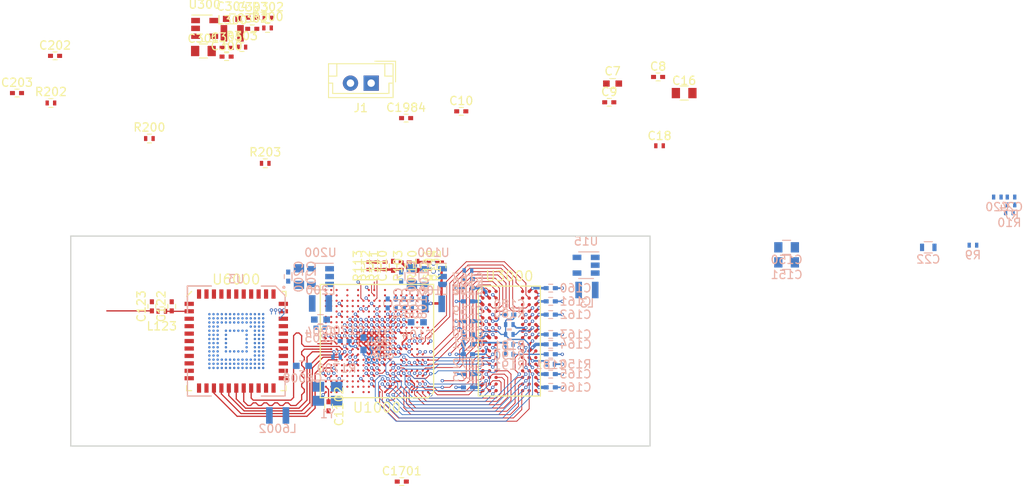
<source format=kicad_pcb>
(kicad_pcb (version 20171130) (host pcbnew 5.0.2-bee76a0~70~ubuntu18.04.1)
  (layers (0 F.Cu signal) (1 In1.Cu power hide) (2 In2.Cu signal hide) (3 In3.Cu signal hide) (4 In4.Cu power hide) (31 B.Cu signal) (34 B.Paste user hide) (35 F.Paste user hide) (36 B.SilkS user hide) (37 F.SilkS user hide) (38 B.Mask user hide) (39 F.Mask user hide) (44 Edge.Cuts user))
  (net 0 "")
  (net 1 VDD_CORE)
  (net 2 GND)
  (net 3 VCC5V0_SYS)
  (net 4 "Net-(U6000-Pad4)")
  (net 5 "Net-(U6000-Pad5)")
  (net 6 "Net-(U6000-Pad6)")
  (net 7 "Net-(U6000-Pad7)")
  (net 8 "Net-(U6000-Pad8)")
  (net 9 "Net-(U6000-Pad9)")
  (net 10 "Net-(U6000-Pad10)")
  (net 11 "Net-(U6000-Pad11)")
  (net 12 "Net-(U6000-Pad12)")
  (net 13 "Net-(U6000-Pad13)")
  (net 14 "Net-(U6000-Pad24)")
  (net 15 "Net-(U6000-Pad25)")
  (net 16 "Net-(U6000-Pad26)")
  (net 17 "Net-(U6000-Pad27)")
  (net 18 "Net-(U6000-Pad28)")
  (net 19 "Net-(U6000-Pad29)")
  (net 20 "Net-(U6000-Pad30)")
  (net 21 "Net-(U6000-Pad32)")
  (net 22 "Net-(U6000-Pad35)")
  (net 23 "Net-(U6000-Pad36)")
  (net 24 "Net-(U6000-Pad37)")
  (net 25 "Net-(U6000-Pad38)")
  (net 26 "Net-(U6000-Pad39)")
  (net 27 "Net-(U6000-Pad40)")
  (net 28 "Net-(U3000-PadJ1)")
  (net 29 "Net-(U3000-PadL1)")
  (net 30 "Net-(U3000-PadM7)")
  (net 31 "Net-(U3000-PadJ9)")
  (net 32 "Net-(U3000-PadL9)")
  (net 33 "Net-(U1000-PadF5)")
  (net 34 "Net-(U1000-PadF6)")
  (net 35 "Net-(U1000-PadD10)")
  (net 36 /ddr/DDR_A0)
  (net 37 /ddr/DDR_A1)
  (net 38 /ddr/DDR_A7)
  (net 39 /ddr/DDR_A2)
  (net 40 /ddr/DDR_A5)
  (net 41 /ddr/DDR_A11)
  (net 42 /ddr/DDR_A6)
  (net 43 /ddr/DDR_A12)
  (net 44 /ddr/DDR_A3)
  (net 45 /ddr/DDR_A4)
  (net 46 /ddr/DDR_A13)
  (net 47 /ddr/DDR_A9)
  (net 48 /ddr/DDR_A10)
  (net 49 /ddr/DDR_A8)
  (net 50 /ddr/DDR_A14)
  (net 51 /ddr/DDR_CS0N)
  (net 52 /ddr/DDR_D5)
  (net 53 /ddr/DDR_DM0)
  (net 54 /ddr/DDR_D3)
  (net 55 /ddr/DDR_BA0)
  (net 56 /ddr/DDR_CLKN)
  (net 57 /ddr/DDR_D4)
  (net 58 /ddr/DDR_D9)
  (net 59 /ddr/DDR_DQS1P)
  (net 60 /ddr/DDR_D7)
  (net 61 /ddr/DDR_D12)
  (net 62 /ddr/DDR_D14)
  (net 63 /ddr/DDR_CLKP)
  (net 64 /ddr/DDR_D11)
  (net 65 /ddr/DDR_D6)
  (net 66 /ddr/DDR_D13)
  (net 67 /ddr/DDR_DQS1N)
  (net 68 /ddr/DDR_DQS0P)
  (net 69 /ddr/DDR_DM1)
  (net 70 /ddr/DDR_RESET)
  (net 71 /ddr/DDR_D8)
  (net 72 /ddr/DDR_D2)
  (net 73 /ddr/DDR_D0)
  (net 74 /ddr/DDR_DQS0N)
  (net 75 /ddr/DDR_D10)
  (net 76 /ddr/DDR_ODT0)
  (net 77 /ddr/DDR_RASN)
  (net 78 /ddr/DDR_D1)
  (net 79 /ddr/DDR_D15)
  (net 80 /ddr/DDR_BA2)
  (net 81 /ddr/DDR_BA1)
  (net 82 /ddr/DDR_CASN)
  (net 83 /ddr/DDR_WEN)
  (net 84 /ddr/DDR_CKE0)
  (net 85 "Net-(U1000-PadW20)")
  (net 86 "Net-(U1000-PadV20)")
  (net 87 "Net-(U1000-PadU20)")
  (net 88 "Net-(U1000-PadR20)")
  (net 89 "Net-(U1000-PadP20)")
  (net 90 "Net-(U1000-PadN20)")
  (net 91 "Net-(U1000-PadM20)")
  (net 92 "Net-(U1000-PadY19)")
  (net 93 "Net-(U1000-PadW19)")
  (net 94 "Net-(U1000-PadV19)")
  (net 95 "Net-(U1000-PadU19)")
  (net 96 "Net-(U1000-PadR19)")
  (net 97 "Net-(U1000-PadP19)")
  (net 98 "Net-(U1000-PadN19)")
  (net 99 "Net-(U1000-PadM19)")
  (net 100 "Net-(U1000-PadY18)")
  (net 101 "Net-(U1000-PadW18)")
  (net 102 "Net-(U1000-PadV18)")
  (net 103 "Net-(U1000-PadU18)")
  (net 104 "Net-(U1000-PadT18)")
  (net 105 "Net-(U1000-PadR18)")
  (net 106 "Net-(U1000-PadP18)")
  (net 107 "Net-(U1000-PadN18)")
  (net 108 "Net-(U1000-PadM18)")
  (net 109 "Net-(U1000-PadP17)")
  (net 110 "Net-(U1000-PadN17)")
  (net 111 "Net-(U1000-PadM17)")
  (net 112 "Net-(U1000-PadP16)")
  (net 113 VCC_DDR)
  (net 114 "Net-(R150-Pad1)")
  (net 115 "Net-(C180-Pad1)")
  (net 116 "Net-(C190-Pad1)")
  (net 117 "Net-(U1000-PadT12)")
  (net 118 "Net-(U1000-PadW12)")
  (net 119 "Net-(U1000-PadU13)")
  (net 120 /emmc/FLASH_D3)
  (net 121 /emmc/FLASH_D0)
  (net 122 /emmc/FLASH_D4)
  (net 123 /emmc/FLASH_D1)
  (net 124 /emmc/FLASH_D5)
  (net 125 /emmc/FLASH_D2)
  (net 126 /emmc/FLASH_D6)
  (net 127 /emmc/FLASH_CMD)
  (net 128 /emmc/FLASH_D7)
  (net 129 /emmc/FLASH_CLK)
  (net 130 /emmc/EMMC_RST)
  (net 131 "Net-(U3-PadC1)")
  (net 132 "Net-(U3-PadF1)")
  (net 133 "Net-(U3-PadG1)")
  (net 134 "Net-(U3-PadH1)")
  (net 135 "Net-(U3-PadJ1)")
  (net 136 "Net-(U3-PadK1)")
  (net 137 "Net-(U3-PadL1)")
  (net 138 "Net-(U3-PadM1)")
  (net 139 "Net-(U3-PadN1)")
  (net 140 "Net-(U3-PadP1)")
  (net 141 "Net-(U3-PadC2)")
  (net 142 "Net-(U3-PadE2)")
  (net 143 "Net-(U3-PadF2)")
  (net 144 "Net-(U3-PadG2)")
  (net 145 "Net-(U3-PadH2)")
  (net 146 "Net-(U3-PadJ2)")
  (net 147 "Net-(U3-PadK2)")
  (net 148 "Net-(U3-PadL2)")
  (net 149 "Net-(U3-PadM2)")
  (net 150 "Net-(U3-PadP2)")
  (net 151 "Net-(U3-PadD3)")
  (net 152 "Net-(U3-PadE3)")
  (net 153 "Net-(U3-PadF3)")
  (net 154 "Net-(U3-PadG3)")
  (net 155 "Net-(U3-PadH3)")
  (net 156 "Net-(U3-PadJ3)")
  (net 157 "Net-(U3-PadK3)")
  (net 158 "Net-(U3-PadL3)")
  (net 159 "Net-(U3-PadM3)")
  (net 160 "Net-(U3-PadN3)")
  (net 161 "Net-(U3-PadE5)")
  (net 162 "Net-(U3-PadH5)")
  (net 163 "Net-(U3-PadN5)")
  (net 164 "Net-(U3-PadK6)")
  (net 165 "Net-(U3-PadN6)")
  (net 166 "Net-(U3-PadA7)")
  (net 167 "Net-(U3-PadB7)")
  (net 168 "Net-(U3-PadK7)")
  (net 169 "Net-(U3-PadM7)")
  (net 170 "Net-(U3-PadN7)")
  (net 171 "Net-(U3-PadP7)")
  (net 172 "Net-(U3-PadA8)")
  (net 173 "Net-(U3-PadB8)")
  (net 174 "Net-(U3-PadC8)")
  (net 175 "Net-(U3-PadE8)")
  (net 176 "Net-(U3-PadM8)")
  (net 177 "Net-(U3-PadN8)")
  (net 178 "Net-(U3-PadP8)")
  (net 179 "Net-(U3-PadA9)")
  (net 180 "Net-(U3-PadB9)")
  (net 181 "Net-(U3-PadC9)")
  (net 182 "Net-(U3-PadE9)")
  (net 183 "Net-(U3-PadM9)")
  (net 184 "Net-(U3-PadN9)")
  (net 185 "Net-(U3-PadP9)")
  (net 186 "Net-(U3-PadA10)")
  (net 187 "Net-(U3-PadB10)")
  (net 188 "Net-(U3-PadC10)")
  (net 189 "Net-(U3-PadE10)")
  (net 190 "Net-(U3-PadF10)")
  (net 191 "Net-(U3-PadG10)")
  (net 192 "Net-(U3-PadK10)")
  (net 193 "Net-(U3-PadM10)")
  (net 194 "Net-(U3-PadN10)")
  (net 195 "Net-(U3-PadP10)")
  (net 196 "Net-(U3-PadA11)")
  (net 197 "Net-(U3-PadB11)")
  (net 198 "Net-(U3-PadC11)")
  (net 199 "Net-(U3-PadM11)")
  (net 200 "Net-(U3-PadN11)")
  (net 201 "Net-(U3-PadP11)")
  (net 202 "Net-(U3-PadA12)")
  (net 203 "Net-(U3-PadB12)")
  (net 204 "Net-(U3-PadC12)")
  (net 205 "Net-(U3-PadD12)")
  (net 206 "Net-(U3-PadE12)")
  (net 207 "Net-(U3-PadF12)")
  (net 208 "Net-(U3-PadG12)")
  (net 209 "Net-(U3-PadH12)")
  (net 210 "Net-(U3-PadJ12)")
  (net 211 "Net-(U3-PadK12)")
  (net 212 "Net-(U3-PadL12)")
  (net 213 "Net-(U3-PadM12)")
  (net 214 "Net-(U3-PadN12)")
  (net 215 "Net-(U3-PadP12)")
  (net 216 "Net-(U3-PadA13)")
  (net 217 "Net-(U3-PadB13)")
  (net 218 "Net-(U3-PadC13)")
  (net 219 "Net-(U3-PadD13)")
  (net 220 "Net-(U3-PadE13)")
  (net 221 "Net-(U3-PadF13)")
  (net 222 "Net-(U3-PadG13)")
  (net 223 "Net-(U3-PadH13)")
  (net 224 "Net-(U3-PadJ13)")
  (net 225 "Net-(U3-PadK13)")
  (net 226 "Net-(U3-PadL13)")
  (net 227 "Net-(U3-PadM13)")
  (net 228 "Net-(U3-PadN13)")
  (net 229 "Net-(U3-PadP13)")
  (net 230 "Net-(U3-PadA14)")
  (net 231 "Net-(U3-PadB14)")
  (net 232 "Net-(U3-PadC14)")
  (net 233 "Net-(U3-PadD14)")
  (net 234 "Net-(U3-PadE14)")
  (net 235 "Net-(U3-PadF14)")
  (net 236 "Net-(U3-PadG14)")
  (net 237 "Net-(U3-PadH14)")
  (net 238 "Net-(U3-PadJ14)")
  (net 239 "Net-(U3-PadK14)")
  (net 240 "Net-(U3-PadL14)")
  (net 241 "Net-(U3-PadM14)")
  (net 242 "Net-(U3-PadN14)")
  (net 243 "Net-(U3-PadP14)")
  (net 244 VCCIO_FLASH)
  (net 245 VCC_IO)
  (net 246 "Net-(U3-PadD1)")
  (net 247 VCCIO_SDIO)
  (net 248 VCCIO_SDMMC)
  (net 249 "Net-(R1700-Pad2)")
  (net 250 /test/SDIO_CLK)
  (net 251 /test/PCM_IN)
  (net 252 /test/PCM_OUT)
  (net 253 /test/PCM_SYNC)
  (net 254 /test/HOST_WAKE_BT)
  (net 255 /test/BT_WAKE_HOST)
  (net 256 /test/SDIO_D3)
  (net 257 /test/SDIO_D1)
  (net 258 /test/PCM_CLK)
  (net 259 /test/SDIO_D2)
  (net 260 /test/SDIO_CMD)
  (net 261 /test/UART4_RTS)
  (net 262 /test/BT_REG_ON)
  (net 263 /test/SDIO_D0)
  (net 264 /test/UART4_CTS)
  (net 265 /test/UART4_TXD)
  (net 266 /test/UART4_RXD)
  (net 267 "Net-(U1000-PadB14)")
  (net 268 "Net-(U1000-PadA15)")
  (net 269 "Net-(U1000-PadB15)")
  (net 270 "Net-(U1000-PadB16)")
  (net 271 "Net-(U1000-PadC16)")
  (net 272 "Net-(U1000-PadA17)")
  (net 273 "Net-(U1000-PadB17)")
  (net 274 "Net-(C123-Pad1)")
  (net 275 "Net-(C122-Pad1)")
  (net 276 "Net-(C6008-Pad1)")
  (net 277 "Net-(L6002-Pad1)")
  (net 278 VDD_LOG)
  (net 279 "Net-(U1000-PadE15)")
  (net 280 "Net-(U1000-PadG15)")
  (net 281 "Net-(U1000-PadE17)")
  (net 282 "Net-(U1000-PadE19)")
  (net 283 "Net-(U1000-PadC20)")
  (net 284 "Net-(U1000-PadE20)")
  (net 285 /rk3308-power/RESET)
  (net 286 "Net-(C18-Pad1)")
  (net 287 "Net-(C20-Pad2)")
  (net 288 "Net-(L3-Pad1)")
  (net 289 "Net-(C102-Pad1)")
  (net 290 "Net-(C103-Pad2)")
  (net 291 "Net-(C110-Pad1)")
  (net 292 "Net-(C202-Pad1)")
  (net 293 "Net-(C203-Pad2)")
  (net 294 "Net-(C302-Pad1)")
  (net 295 "Net-(C303-Pad2)")
  (net 296 "Net-(L100-Pad1)")
  (net 297 "Net-(L200-Pad1)")
  (net 298 "Net-(L300-Pad1)")
  (net 299 /rk3308-power/CORE_DVS)
  (module require:BGA-153_14x14_11.5x13.0mm (layer B.Cu) (at 48 65 180)
    (fp_text reference U3 (at 0 7.5 180) (layer B.SilkS) (effects (justify mirror)))
    (fp_text value EMMC_BGA_153)
    (pad P14 smd circle (at 3.25 -3.25 180) (size 0.3 0.3) (layers B.Cu B.Paste B.Mask) (net 243 "Net-(U3-PadP14)"))
    (pad N14 smd circle (at 3.25 -2.75 180) (size 0.3 0.3) (layers B.Cu B.Paste B.Mask) (net 242 "Net-(U3-PadN14)"))
    (pad M14 smd circle (at 3.25 -2.25 180) (size 0.3 0.3) (layers B.Cu B.Paste B.Mask) (net 241 "Net-(U3-PadM14)"))
    (pad L14 smd circle (at 3.25 -1.75 180) (size 0.3 0.3) (layers B.Cu B.Paste B.Mask) (net 240 "Net-(U3-PadL14)"))
    (pad K14 smd circle (at 3.25 -1.25 180) (size 0.3 0.3) (layers B.Cu B.Paste B.Mask) (net 239 "Net-(U3-PadK14)"))
    (pad J14 smd circle (at 3.25 -0.75 180) (size 0.3 0.3) (layers B.Cu B.Paste B.Mask) (net 238 "Net-(U3-PadJ14)"))
    (pad H14 smd circle (at 3.25 -0.25 180) (size 0.3 0.3) (layers B.Cu B.Paste B.Mask) (net 237 "Net-(U3-PadH14)"))
    (pad G14 smd circle (at 3.25 0.25 180) (size 0.3 0.3) (layers B.Cu B.Paste B.Mask) (net 236 "Net-(U3-PadG14)"))
    (pad F14 smd circle (at 3.25 0.75 180) (size 0.3 0.3) (layers B.Cu B.Paste B.Mask) (net 235 "Net-(U3-PadF14)"))
    (pad E14 smd circle (at 3.25 1.25 180) (size 0.3 0.3) (layers B.Cu B.Paste B.Mask) (net 234 "Net-(U3-PadE14)"))
    (pad D14 smd circle (at 3.25 1.75 180) (size 0.3 0.3) (layers B.Cu B.Paste B.Mask) (net 233 "Net-(U3-PadD14)"))
    (pad C14 smd circle (at 3.25 2.25 180) (size 0.3 0.3) (layers B.Cu B.Paste B.Mask) (net 232 "Net-(U3-PadC14)"))
    (pad B14 smd circle (at 3.25 2.75 180) (size 0.3 0.3) (layers B.Cu B.Paste B.Mask) (net 231 "Net-(U3-PadB14)"))
    (pad A14 smd circle (at 3.25 3.25 180) (size 0.3 0.3) (layers B.Cu B.Paste B.Mask) (net 230 "Net-(U3-PadA14)"))
    (pad P13 smd circle (at 2.75 -3.25 180) (size 0.3 0.3) (layers B.Cu B.Paste B.Mask) (net 229 "Net-(U3-PadP13)"))
    (pad N13 smd circle (at 2.75 -2.75 180) (size 0.3 0.3) (layers B.Cu B.Paste B.Mask) (net 228 "Net-(U3-PadN13)"))
    (pad M13 smd circle (at 2.75 -2.25 180) (size 0.3 0.3) (layers B.Cu B.Paste B.Mask) (net 227 "Net-(U3-PadM13)"))
    (pad L13 smd circle (at 2.75 -1.75 180) (size 0.3 0.3) (layers B.Cu B.Paste B.Mask) (net 226 "Net-(U3-PadL13)"))
    (pad K13 smd circle (at 2.75 -1.25 180) (size 0.3 0.3) (layers B.Cu B.Paste B.Mask) (net 225 "Net-(U3-PadK13)"))
    (pad J13 smd circle (at 2.75 -0.75 180) (size 0.3 0.3) (layers B.Cu B.Paste B.Mask) (net 224 "Net-(U3-PadJ13)"))
    (pad H13 smd circle (at 2.75 -0.25 180) (size 0.3 0.3) (layers B.Cu B.Paste B.Mask) (net 223 "Net-(U3-PadH13)"))
    (pad G13 smd circle (at 2.75 0.25 180) (size 0.3 0.3) (layers B.Cu B.Paste B.Mask) (net 222 "Net-(U3-PadG13)"))
    (pad F13 smd circle (at 2.75 0.75 180) (size 0.3 0.3) (layers B.Cu B.Paste B.Mask) (net 221 "Net-(U3-PadF13)"))
    (pad E13 smd circle (at 2.75 1.25 180) (size 0.3 0.3) (layers B.Cu B.Paste B.Mask) (net 220 "Net-(U3-PadE13)"))
    (pad D13 smd circle (at 2.75 1.75 180) (size 0.3 0.3) (layers B.Cu B.Paste B.Mask) (net 219 "Net-(U3-PadD13)"))
    (pad C13 smd circle (at 2.75 2.25 180) (size 0.3 0.3) (layers B.Cu B.Paste B.Mask) (net 218 "Net-(U3-PadC13)"))
    (pad B13 smd circle (at 2.75 2.75 180) (size 0.3 0.3) (layers B.Cu B.Paste B.Mask) (net 217 "Net-(U3-PadB13)"))
    (pad A13 smd circle (at 2.75 3.25 180) (size 0.3 0.3) (layers B.Cu B.Paste B.Mask) (net 216 "Net-(U3-PadA13)"))
    (pad P12 smd circle (at 2.25 -3.25 180) (size 0.3 0.3) (layers B.Cu B.Paste B.Mask) (net 215 "Net-(U3-PadP12)"))
    (pad N12 smd circle (at 2.25 -2.75 180) (size 0.3 0.3) (layers B.Cu B.Paste B.Mask) (net 214 "Net-(U3-PadN12)"))
    (pad M12 smd circle (at 2.25 -2.25 180) (size 0.3 0.3) (layers B.Cu B.Paste B.Mask) (net 213 "Net-(U3-PadM12)"))
    (pad L12 smd circle (at 2.25 -1.75 180) (size 0.3 0.3) (layers B.Cu B.Paste B.Mask) (net 212 "Net-(U3-PadL12)"))
    (pad K12 smd circle (at 2.25 -1.25 180) (size 0.3 0.3) (layers B.Cu B.Paste B.Mask) (net 211 "Net-(U3-PadK12)"))
    (pad J12 smd circle (at 2.25 -0.75 180) (size 0.3 0.3) (layers B.Cu B.Paste B.Mask) (net 210 "Net-(U3-PadJ12)"))
    (pad H12 smd circle (at 2.25 -0.25 180) (size 0.3 0.3) (layers B.Cu B.Paste B.Mask) (net 209 "Net-(U3-PadH12)"))
    (pad G12 smd circle (at 2.25 0.25 180) (size 0.3 0.3) (layers B.Cu B.Paste B.Mask) (net 208 "Net-(U3-PadG12)"))
    (pad F12 smd circle (at 2.25 0.75 180) (size 0.3 0.3) (layers B.Cu B.Paste B.Mask) (net 207 "Net-(U3-PadF12)"))
    (pad E12 smd circle (at 2.25 1.25 180) (size 0.3 0.3) (layers B.Cu B.Paste B.Mask) (net 206 "Net-(U3-PadE12)"))
    (pad D12 smd circle (at 2.25 1.75 180) (size 0.3 0.3) (layers B.Cu B.Paste B.Mask) (net 205 "Net-(U3-PadD12)"))
    (pad C12 smd circle (at 2.25 2.25 180) (size 0.3 0.3) (layers B.Cu B.Paste B.Mask) (net 204 "Net-(U3-PadC12)"))
    (pad B12 smd circle (at 2.25 2.75 180) (size 0.3 0.3) (layers B.Cu B.Paste B.Mask) (net 203 "Net-(U3-PadB12)"))
    (pad A12 smd circle (at 2.25 3.25 180) (size 0.3 0.3) (layers B.Cu B.Paste B.Mask) (net 202 "Net-(U3-PadA12)"))
    (pad P11 smd circle (at 1.75 -3.25 180) (size 0.3 0.3) (layers B.Cu B.Paste B.Mask) (net 201 "Net-(U3-PadP11)"))
    (pad N11 smd circle (at 1.75 -2.75 180) (size 0.3 0.3) (layers B.Cu B.Paste B.Mask) (net 200 "Net-(U3-PadN11)"))
    (pad M11 smd circle (at 1.75 -2.25 180) (size 0.3 0.3) (layers B.Cu B.Paste B.Mask) (net 199 "Net-(U3-PadM11)"))
    (pad C11 smd circle (at 1.75 2.25 180) (size 0.3 0.3) (layers B.Cu B.Paste B.Mask) (net 198 "Net-(U3-PadC11)"))
    (pad B11 smd circle (at 1.75 2.75 180) (size 0.3 0.3) (layers B.Cu B.Paste B.Mask) (net 197 "Net-(U3-PadB11)"))
    (pad A11 smd circle (at 1.75 3.25 180) (size 0.3 0.3) (layers B.Cu B.Paste B.Mask) (net 196 "Net-(U3-PadA11)"))
    (pad P10 smd circle (at 1.25 -3.25 180) (size 0.3 0.3) (layers B.Cu B.Paste B.Mask) (net 195 "Net-(U3-PadP10)"))
    (pad N10 smd circle (at 1.25 -2.75 180) (size 0.3 0.3) (layers B.Cu B.Paste B.Mask) (net 194 "Net-(U3-PadN10)"))
    (pad M10 smd circle (at 1.25 -2.25 180) (size 0.3 0.3) (layers B.Cu B.Paste B.Mask) (net 193 "Net-(U3-PadM10)"))
    (pad K10 smd circle (at 1.25 -1.25 180) (size 0.3 0.3) (layers B.Cu B.Paste B.Mask) (net 192 "Net-(U3-PadK10)"))
    (pad J10 smd circle (at 1.25 -0.75 180) (size 0.3 0.3) (layers B.Cu B.Paste B.Mask) (net 245 VCC_IO))
    (pad H10 smd circle (at 1.25 -0.25 180) (size 0.3 0.3) (layers B.Cu B.Paste B.Mask) (net 2 GND))
    (pad G10 smd circle (at 1.25 0.25 180) (size 0.3 0.3) (layers B.Cu B.Paste B.Mask) (net 191 "Net-(U3-PadG10)"))
    (pad F10 smd circle (at 1.25 0.75 180) (size 0.3 0.3) (layers B.Cu B.Paste B.Mask) (net 190 "Net-(U3-PadF10)"))
    (pad E10 smd circle (at 1.25 1.25 180) (size 0.3 0.3) (layers B.Cu B.Paste B.Mask) (net 189 "Net-(U3-PadE10)"))
    (pad C10 smd circle (at 1.25 2.25 180) (size 0.3 0.3) (layers B.Cu B.Paste B.Mask) (net 188 "Net-(U3-PadC10)"))
    (pad B10 smd circle (at 1.25 2.75 180) (size 0.3 0.3) (layers B.Cu B.Paste B.Mask) (net 187 "Net-(U3-PadB10)"))
    (pad A10 smd circle (at 1.25 3.25 180) (size 0.3 0.3) (layers B.Cu B.Paste B.Mask) (net 186 "Net-(U3-PadA10)"))
    (pad P9 smd circle (at 0.75 -3.25 180) (size 0.3 0.3) (layers B.Cu B.Paste B.Mask) (net 185 "Net-(U3-PadP9)"))
    (pad N9 smd circle (at 0.75 -2.75 180) (size 0.3 0.3) (layers B.Cu B.Paste B.Mask) (net 184 "Net-(U3-PadN9)"))
    (pad M9 smd circle (at 0.75 -2.25 180) (size 0.3 0.3) (layers B.Cu B.Paste B.Mask) (net 183 "Net-(U3-PadM9)"))
    (pad K9 smd circle (at 0.75 -1.25 180) (size 0.3 0.3) (layers B.Cu B.Paste B.Mask) (net 245 VCC_IO))
    (pad E9 smd circle (at 0.75 1.25 180) (size 0.3 0.3) (layers B.Cu B.Paste B.Mask) (net 182 "Net-(U3-PadE9)"))
    (pad C9 smd circle (at 0.75 2.25 180) (size 0.3 0.3) (layers B.Cu B.Paste B.Mask) (net 181 "Net-(U3-PadC9)"))
    (pad B9 smd circle (at 0.75 2.75 180) (size 0.3 0.3) (layers B.Cu B.Paste B.Mask) (net 180 "Net-(U3-PadB9)"))
    (pad A9 smd circle (at 0.75 3.25 180) (size 0.3 0.3) (layers B.Cu B.Paste B.Mask) (net 179 "Net-(U3-PadA9)"))
    (pad P8 smd circle (at 0.25 -3.25 180) (size 0.3 0.3) (layers B.Cu B.Paste B.Mask) (net 178 "Net-(U3-PadP8)"))
    (pad N8 smd circle (at 0.25 -2.75 180) (size 0.3 0.3) (layers B.Cu B.Paste B.Mask) (net 177 "Net-(U3-PadN8)"))
    (pad M8 smd circle (at 0.25 -2.25 180) (size 0.3 0.3) (layers B.Cu B.Paste B.Mask) (net 176 "Net-(U3-PadM8)"))
    (pad K8 smd circle (at 0.25 -1.25 180) (size 0.3 0.3) (layers B.Cu B.Paste B.Mask) (net 2 GND))
    (pad E8 smd circle (at 0.25 1.25 180) (size 0.3 0.3) (layers B.Cu B.Paste B.Mask) (net 175 "Net-(U3-PadE8)"))
    (pad C8 smd circle (at 0.25 2.25 180) (size 0.3 0.3) (layers B.Cu B.Paste B.Mask) (net 174 "Net-(U3-PadC8)"))
    (pad B8 smd circle (at 0.25 2.75 180) (size 0.3 0.3) (layers B.Cu B.Paste B.Mask) (net 173 "Net-(U3-PadB8)"))
    (pad A8 smd circle (at 0.25 3.25 180) (size 0.3 0.3) (layers B.Cu B.Paste B.Mask) (net 172 "Net-(U3-PadA8)"))
    (pad P7 smd circle (at -0.25 -3.25 180) (size 0.3 0.3) (layers B.Cu B.Paste B.Mask) (net 171 "Net-(U3-PadP7)"))
    (pad N7 smd circle (at -0.25 -2.75 180) (size 0.3 0.3) (layers B.Cu B.Paste B.Mask) (net 170 "Net-(U3-PadN7)"))
    (pad M7 smd circle (at -0.25 -2.25 180) (size 0.3 0.3) (layers B.Cu B.Paste B.Mask) (net 169 "Net-(U3-PadM7)"))
    (pad K7 smd circle (at -0.25 -1.25 180) (size 0.3 0.3) (layers B.Cu B.Paste B.Mask) (net 168 "Net-(U3-PadK7)"))
    (pad E7 smd circle (at -0.25 1.25 180) (size 0.3 0.3) (layers B.Cu B.Paste B.Mask) (net 2 GND))
    (pad C7 smd circle (at -0.25 2.25 180) (size 0.3 0.3) (layers B.Cu B.Paste B.Mask) (net 128 /emmc/FLASH_D7))
    (pad B7 smd circle (at -0.25 2.75 180) (size 0.3 0.3) (layers B.Cu B.Paste B.Mask) (net 167 "Net-(U3-PadB7)"))
    (pad A7 smd circle (at -0.25 3.25 180) (size 0.3 0.3) (layers B.Cu B.Paste B.Mask) (net 166 "Net-(U3-PadA7)"))
    (pad P6 smd circle (at -0.75 -3.25 180) (size 0.3 0.3) (layers B.Cu B.Paste B.Mask) (net 2 GND))
    (pad N6 smd circle (at -0.75 -2.75 180) (size 0.3 0.3) (layers B.Cu B.Paste B.Mask) (net 165 "Net-(U3-PadN6)"))
    (pad M6 smd circle (at -0.75 -2.25 180) (size 0.3 0.3) (layers B.Cu B.Paste B.Mask) (net 129 /emmc/FLASH_CLK))
    (pad K6 smd circle (at -0.75 -1.25 180) (size 0.3 0.3) (layers B.Cu B.Paste B.Mask) (net 164 "Net-(U3-PadK6)"))
    (pad E6 smd circle (at -0.75 1.25 180) (size 0.3 0.3) (layers B.Cu B.Paste B.Mask) (net 245 VCC_IO))
    (pad C6 smd circle (at -0.75 2.25 180) (size 0.3 0.3) (layers B.Cu B.Paste B.Mask) (net 244 VCCIO_FLASH))
    (pad B6 smd circle (at -0.75 2.75 180) (size 0.3 0.3) (layers B.Cu B.Paste B.Mask) (net 128 /emmc/FLASH_D7))
    (pad A6 smd circle (at -0.75 3.25 180) (size 0.3 0.3) (layers B.Cu B.Paste B.Mask) (net 2 GND))
    (pad P5 smd circle (at -1.25 -3.25 180) (size 0.3 0.3) (layers B.Cu B.Paste B.Mask) (net 244 VCCIO_FLASH))
    (pad N5 smd circle (at -1.25 -2.75 180) (size 0.3 0.3) (layers B.Cu B.Paste B.Mask) (net 163 "Net-(U3-PadN5)"))
    (pad M5 smd circle (at -1.25 -2.25 180) (size 0.3 0.3) (layers B.Cu B.Paste B.Mask) (net 127 /emmc/FLASH_CMD))
    (pad K5 smd circle (at -1.25 -1.25 180) (size 0.3 0.3) (layers B.Cu B.Paste B.Mask) (net 130 /emmc/EMMC_RST))
    (pad J5 smd circle (at -1.25 -0.75 180) (size 0.3 0.3) (layers B.Cu B.Paste B.Mask) (net 2 GND))
    (pad H5 smd circle (at -1.25 -0.25 180) (size 0.3 0.3) (layers B.Cu B.Paste B.Mask) (net 162 "Net-(U3-PadH5)"))
    (pad G5 smd circle (at -1.25 0.25 180) (size 0.3 0.3) (layers B.Cu B.Paste B.Mask) (net 2 GND))
    (pad F5 smd circle (at -1.25 0.75 180) (size 0.3 0.3) (layers B.Cu B.Paste B.Mask) (net 245 VCC_IO))
    (pad E5 smd circle (at -1.25 1.25 180) (size 0.3 0.3) (layers B.Cu B.Paste B.Mask) (net 161 "Net-(U3-PadE5)"))
    (pad C5 smd circle (at -1.25 2.25 180) (size 0.3 0.3) (layers B.Cu B.Paste B.Mask) (net 126 /emmc/FLASH_D6))
    (pad B5 smd circle (at -1.25 2.75 180) (size 0.3 0.3) (layers B.Cu B.Paste B.Mask) (net 126 /emmc/FLASH_D6))
    (pad A5 smd circle (at -1.25 3.25 180) (size 0.3 0.3) (layers B.Cu B.Paste B.Mask) (net 125 /emmc/FLASH_D2))
    (pad P4 smd circle (at -1.75 -3.25 180) (size 0.3 0.3) (layers B.Cu B.Paste B.Mask) (net 2 GND))
    (pad N4 smd circle (at -1.75 -2.75 180) (size 0.3 0.3) (layers B.Cu B.Paste B.Mask) (net 244 VCCIO_FLASH))
    (pad M4 smd circle (at -1.75 -2.25 180) (size 0.3 0.3) (layers B.Cu B.Paste B.Mask) (net 244 VCCIO_FLASH))
    (pad D4 smd circle (at -1.75 1.75 180) (size 0.3 0.3) (layers B.Cu B.Paste B.Mask) (net 2 GND))
    (pad C4 smd circle (at -1.75 2.25 180) (size 0.3 0.3) (layers B.Cu B.Paste B.Mask) (net 2 GND))
    (pad B4 smd circle (at -1.75 2.75 180) (size 0.3 0.3) (layers B.Cu B.Paste B.Mask) (net 124 /emmc/FLASH_D5))
    (pad A4 smd circle (at -1.75 3.25 180) (size 0.3 0.3) (layers B.Cu B.Paste B.Mask) (net 123 /emmc/FLASH_D1))
    (pad P3 smd circle (at -2.25 -3.25 180) (size 0.3 0.3) (layers B.Cu B.Paste B.Mask) (net 244 VCCIO_FLASH))
    (pad N3 smd circle (at -2.25 -2.75 180) (size 0.3 0.3) (layers B.Cu B.Paste B.Mask) (net 160 "Net-(U3-PadN3)"))
    (pad M3 smd circle (at -2.25 -2.25 180) (size 0.3 0.3) (layers B.Cu B.Paste B.Mask) (net 159 "Net-(U3-PadM3)"))
    (pad L3 smd circle (at -2.25 -1.75 180) (size 0.3 0.3) (layers B.Cu B.Paste B.Mask) (net 158 "Net-(U3-PadL3)"))
    (pad K3 smd circle (at -2.25 -1.25 180) (size 0.3 0.3) (layers B.Cu B.Paste B.Mask) (net 157 "Net-(U3-PadK3)"))
    (pad J3 smd circle (at -2.25 -0.75 180) (size 0.3 0.3) (layers B.Cu B.Paste B.Mask) (net 156 "Net-(U3-PadJ3)"))
    (pad H3 smd circle (at -2.25 -0.25 180) (size 0.3 0.3) (layers B.Cu B.Paste B.Mask) (net 155 "Net-(U3-PadH3)"))
    (pad G3 smd circle (at -2.25 0.25 180) (size 0.3 0.3) (layers B.Cu B.Paste B.Mask) (net 154 "Net-(U3-PadG3)"))
    (pad F3 smd circle (at -2.25 0.75 180) (size 0.3 0.3) (layers B.Cu B.Paste B.Mask) (net 153 "Net-(U3-PadF3)"))
    (pad E3 smd circle (at -2.25 1.25 180) (size 0.3 0.3) (layers B.Cu B.Paste B.Mask) (net 152 "Net-(U3-PadE3)"))
    (pad D3 smd circle (at -2.25 1.75 180) (size 0.3 0.3) (layers B.Cu B.Paste B.Mask) (net 151 "Net-(U3-PadD3)"))
    (pad C3 smd circle (at -2.25 2.25 180) (size 0.3 0.3) (layers B.Cu B.Paste B.Mask) (net 124 /emmc/FLASH_D5))
    (pad B3 smd circle (at -2.25 2.75 180) (size 0.3 0.3) (layers B.Cu B.Paste B.Mask) (net 122 /emmc/FLASH_D4))
    (pad A3 smd circle (at -2.25 3.25 180) (size 0.3 0.3) (layers B.Cu B.Paste B.Mask) (net 121 /emmc/FLASH_D0))
    (pad P2 smd circle (at -2.75 -3.25 180) (size 0.3 0.3) (layers B.Cu B.Paste B.Mask) (net 150 "Net-(U3-PadP2)"))
    (pad N2 smd circle (at -2.75 -2.75 180) (size 0.3 0.3) (layers B.Cu B.Paste B.Mask) (net 2 GND))
    (pad M2 smd circle (at -2.75 -2.25 180) (size 0.3 0.3) (layers B.Cu B.Paste B.Mask) (net 149 "Net-(U3-PadM2)"))
    (pad L2 smd circle (at -2.75 -1.75 180) (size 0.3 0.3) (layers B.Cu B.Paste B.Mask) (net 148 "Net-(U3-PadL2)"))
    (pad K2 smd circle (at -2.75 -1.25 180) (size 0.3 0.3) (layers B.Cu B.Paste B.Mask) (net 147 "Net-(U3-PadK2)"))
    (pad J2 smd circle (at -2.75 -0.75 180) (size 0.3 0.3) (layers B.Cu B.Paste B.Mask) (net 146 "Net-(U3-PadJ2)"))
    (pad H2 smd circle (at -2.75 -0.25 180) (size 0.3 0.3) (layers B.Cu B.Paste B.Mask) (net 145 "Net-(U3-PadH2)"))
    (pad G2 smd circle (at -2.75 0.25 180) (size 0.3 0.3) (layers B.Cu B.Paste B.Mask) (net 144 "Net-(U3-PadG2)"))
    (pad F2 smd circle (at -2.75 0.75 180) (size 0.3 0.3) (layers B.Cu B.Paste B.Mask) (net 143 "Net-(U3-PadF2)"))
    (pad E2 smd circle (at -2.75 1.25 180) (size 0.3 0.3) (layers B.Cu B.Paste B.Mask) (net 142 "Net-(U3-PadE2)"))
    (pad D2 smd circle (at -2.75 1.75 180) (size 0.3 0.3) (layers B.Cu B.Paste B.Mask) (net 124 /emmc/FLASH_D5))
    (pad C2 smd circle (at -2.75 2.25 180) (size 0.3 0.3) (layers B.Cu B.Paste B.Mask) (net 141 "Net-(U3-PadC2)"))
    (pad B2 smd circle (at -2.75 2.75 180) (size 0.3 0.3) (layers B.Cu B.Paste B.Mask) (net 120 /emmc/FLASH_D3))
    (pad A2 smd circle (at -2.75 3.25 180) (size 0.3 0.3) (layers B.Cu B.Paste B.Mask) (net 122 /emmc/FLASH_D4))
    (pad P1 smd circle (at -3.25 -3.25 180) (size 0.3 0.3) (layers B.Cu B.Paste B.Mask) (net 140 "Net-(U3-PadP1)"))
    (pad N1 smd circle (at -3.25 -2.75 180) (size 0.3 0.3) (layers B.Cu B.Paste B.Mask) (net 139 "Net-(U3-PadN1)"))
    (pad M1 smd circle (at -3.25 -2.25 180) (size 0.3 0.3) (layers B.Cu B.Paste B.Mask) (net 138 "Net-(U3-PadM1)"))
    (pad L1 smd circle (at -3.25 -1.75 180) (size 0.3 0.3) (layers B.Cu B.Paste B.Mask) (net 137 "Net-(U3-PadL1)"))
    (pad K1 smd circle (at -3.25 -1.25 180) (size 0.3 0.3) (layers B.Cu B.Paste B.Mask) (net 136 "Net-(U3-PadK1)"))
    (pad J1 smd circle (at -3.25 -0.75 180) (size 0.3 0.3) (layers B.Cu B.Paste B.Mask) (net 135 "Net-(U3-PadJ1)"))
    (pad H1 smd circle (at -3.25 -0.25 180) (size 0.3 0.3) (layers B.Cu B.Paste B.Mask) (net 134 "Net-(U3-PadH1)"))
    (pad G1 smd circle (at -3.25 0.25 180) (size 0.3 0.3) (layers B.Cu B.Paste B.Mask) (net 133 "Net-(U3-PadG1)"))
    (pad F1 smd circle (at -3.25 0.75 180) (size 0.3 0.3) (layers B.Cu B.Paste B.Mask) (net 132 "Net-(U3-PadF1)"))
    (pad E1 smd circle (at -3.25 1.25 180) (size 0.3 0.3) (layers B.Cu B.Paste B.Mask) (net 124 /emmc/FLASH_D5))
    (pad D1 smd circle (at -3.25 1.75 180) (size 0.3 0.3) (layers B.Cu B.Paste B.Mask) (net 246 "Net-(U3-PadD1)"))
    (pad C1 smd circle (at -3.25 2.25 180) (size 0.3 0.3) (layers B.Cu B.Paste B.Mask) (net 131 "Net-(U3-PadC1)"))
    (pad B1 smd circle (at -3.25 2.75 180) (size 0.3 0.3) (layers B.Cu B.Paste B.Mask) (net 120 /emmc/FLASH_D3))
    (pad A1 smd circle (at -3.25 3.25 180) (size 0.3 0.3) (layers B.Cu B.Paste B.Mask) (net 122 /emmc/FLASH_D4))
  )
  (module require:RK3308_BGA355 (layer F.Cu) (at 65 65 180)
    (fp_text reference U1000 (at 0 -8.05 180) (layer F.SilkS) (effects (font (size 1.2 1.2))))
    (fp_text value RK3308)
    (pad A1 smd circle (at -6.175 -6.175 180) (size 0.26 0.26) (layers F.Cu F.Paste F.Mask) (net 2 GND))
    (pad B1 smd circle (at -6.175 -5.525 180) (size 0.26 0.26) (layers F.Cu F.Paste F.Mask) (net 51 /ddr/DDR_CS0N))
    (pad E1 smd circle (at -6.175 -3.575 180) (size 0.26 0.26) (layers F.Cu F.Paste F.Mask) (net 2 GND))
    (pad F1 smd circle (at -6.175 -2.925 180) (size 0.26 0.26) (layers F.Cu F.Paste F.Mask) (net 52 /ddr/DDR_D5))
    (pad G1 smd circle (at -6.175 -2.275 180) (size 0.26 0.26) (layers F.Cu F.Paste F.Mask) (net 53 /ddr/DDR_DM0))
    (pad K1 smd circle (at -6.175 -0.325 180) (size 0.26 0.26) (layers F.Cu F.Paste F.Mask) (net 2 GND))
    (pad L1 smd circle (at -6.175 0.325 180) (size 0.26 0.26) (layers F.Cu F.Paste F.Mask) (net 54 /ddr/DDR_D3))
    (pad N1 smd circle (at -6.175 1.625 180) (size 0.26 0.26) (layers F.Cu F.Paste F.Mask) (net 2 GND))
    (pad T1 smd circle (at -6.175 3.575 180) (size 0.26 0.26) (layers F.Cu F.Paste F.Mask))
    (pad V1 smd circle (at -6.175 4.875 180) (size 0.26 0.26) (layers F.Cu F.Paste F.Mask))
    (pad W1 smd circle (at -6.175 5.525 180) (size 0.26 0.26) (layers F.Cu F.Paste F.Mask))
    (pad Y1 smd circle (at -6.175 6.175 180) (size 0.26 0.26) (layers F.Cu F.Paste F.Mask) (net 2 GND))
    (pad A2 smd circle (at -5.525 -6.175 180) (size 0.26 0.26) (layers F.Cu F.Paste F.Mask) (net 38 /ddr/DDR_A7))
    (pad B2 smd circle (at -5.525 -5.525 180) (size 0.26 0.26) (layers F.Cu F.Paste F.Mask) (net 55 /ddr/DDR_BA0))
    (pad C2 smd circle (at -5.525 -4.875 180) (size 0.26 0.26) (layers F.Cu F.Paste F.Mask) (net 56 /ddr/DDR_CLKN))
    (pad D2 smd circle (at -5.525 -4.225 180) (size 0.26 0.26) (layers F.Cu F.Paste F.Mask) (net 2 GND))
    (pad E2 smd circle (at -5.525 -3.575 180) (size 0.26 0.26) (layers F.Cu F.Paste F.Mask) (net 57 /ddr/DDR_D4))
    (pad F2 smd circle (at -5.525 -2.925 180) (size 0.26 0.26) (layers F.Cu F.Paste F.Mask) (net 2 GND))
    (pad G2 smd circle (at -5.525 -2.275 180) (size 0.26 0.26) (layers F.Cu F.Paste F.Mask) (net 58 /ddr/DDR_D9))
    (pad H2 smd circle (at -5.525 -1.625 180) (size 0.26 0.26) (layers F.Cu F.Paste F.Mask) (net 59 /ddr/DDR_DQS1P))
    (pad K2 smd circle (at -5.525 -0.325 180) (size 0.26 0.26) (layers F.Cu F.Paste F.Mask) (net 60 /ddr/DDR_D7))
    (pad L2 smd circle (at -5.525 0.325 180) (size 0.26 0.26) (layers F.Cu F.Paste F.Mask) (net 61 /ddr/DDR_D12))
    (pad M2 smd circle (at -5.525 0.975 180) (size 0.26 0.26) (layers F.Cu F.Paste F.Mask) (net 62 /ddr/DDR_D14))
    (pad N2 smd circle (at -5.525 1.625 180) (size 0.26 0.26) (layers F.Cu F.Paste F.Mask))
    (pad T2 smd circle (at -5.525 3.575 180) (size 0.26 0.26) (layers F.Cu F.Paste F.Mask))
    (pad U2 smd circle (at -5.525 4.225 180) (size 0.26 0.26) (layers F.Cu F.Paste F.Mask))
    (pad V2 smd circle (at -5.525 4.875 180) (size 0.26 0.26) (layers F.Cu F.Paste F.Mask))
    (pad W2 smd circle (at -5.525 5.525 180) (size 0.26 0.26) (layers F.Cu F.Paste F.Mask))
    (pad Y2 smd circle (at -5.525 6.175 180) (size 0.26 0.26) (layers F.Cu F.Paste F.Mask))
    (pad A3 smd circle (at -4.875 -6.175 180) (size 0.26 0.26) (layers F.Cu F.Paste F.Mask) (net 39 /ddr/DDR_A2))
    (pad B3 smd circle (at -4.875 -5.525 180) (size 0.26 0.26) (layers F.Cu F.Paste F.Mask) (net 40 /ddr/DDR_A5))
    (pad C3 smd circle (at -4.875 -4.875 180) (size 0.26 0.26) (layers F.Cu F.Paste F.Mask) (net 63 /ddr/DDR_CLKP))
    (pad D3 smd circle (at -4.875 -4.225 180) (size 0.26 0.26) (layers F.Cu F.Paste F.Mask) (net 64 /ddr/DDR_D11))
    (pad E3 smd circle (at -4.875 -3.575 180) (size 0.26 0.26) (layers F.Cu F.Paste F.Mask) (net 65 /ddr/DDR_D6))
    (pad F3 smd circle (at -4.875 -2.925 180) (size 0.26 0.26) (layers F.Cu F.Paste F.Mask) (net 66 /ddr/DDR_D13))
    (pad G3 smd circle (at -4.875 -2.275 180) (size 0.26 0.26) (layers F.Cu F.Paste F.Mask) (net 2 GND))
    (pad H3 smd circle (at -4.875 -1.625 180) (size 0.26 0.26) (layers F.Cu F.Paste F.Mask) (net 67 /ddr/DDR_DQS1N))
    (pad J3 smd circle (at -4.875 -0.975 180) (size 0.26 0.26) (layers F.Cu F.Paste F.Mask) (net 68 /ddr/DDR_DQS0P))
    (pad K3 smd circle (at -4.875 -0.325 180) (size 0.26 0.26) (layers F.Cu F.Paste F.Mask) (net 2 GND))
    (pad L3 smd circle (at -4.875 0.325 180) (size 0.26 0.26) (layers F.Cu F.Paste F.Mask) (net 69 /ddr/DDR_DM1))
    (pad N3 smd circle (at -4.875 1.625 180) (size 0.26 0.26) (layers F.Cu F.Paste F.Mask))
    (pad P3 smd circle (at -4.875 2.275 180) (size 0.26 0.26) (layers F.Cu F.Paste F.Mask))
    (pad R3 smd circle (at -4.875 2.925 180) (size 0.26 0.26) (layers F.Cu F.Paste F.Mask))
    (pad T3 smd circle (at -4.875 3.575 180) (size 0.26 0.26) (layers F.Cu F.Paste F.Mask))
    (pad U3 smd circle (at -4.875 4.225 180) (size 0.26 0.26) (layers F.Cu F.Paste F.Mask))
    (pad V3 smd circle (at -4.875 4.875 180) (size 0.26 0.26) (layers F.Cu F.Paste F.Mask))
    (pad W3 smd circle (at -4.875 5.525 180) (size 0.26 0.26) (layers F.Cu F.Paste F.Mask))
    (pad Y3 smd circle (at -4.875 6.175 180) (size 0.26 0.26) (layers F.Cu F.Paste F.Mask))
    (pad A4 smd circle (at -4.225 -6.175 180) (size 0.26 0.26) (layers F.Cu F.Paste F.Mask) (net 2 GND))
    (pad B4 smd circle (at -4.225 -5.525 180) (size 0.26 0.26) (layers F.Cu F.Paste F.Mask) (net 36 /ddr/DDR_A0))
    (pad C4 smd circle (at -4.225 -4.875 180) (size 0.26 0.26) (layers F.Cu F.Paste F.Mask) (net 2 GND))
    (pad E4 smd circle (at -4.225 -3.575 180) (size 0.26 0.26) (layers F.Cu F.Paste F.Mask) (net 70 /ddr/DDR_RESET))
    (pad F4 smd circle (at -4.225 -2.925 180) (size 0.26 0.26) (layers F.Cu F.Paste F.Mask) (net 71 /ddr/DDR_D8))
    (pad H4 smd circle (at -4.225 -1.625 180) (size 0.26 0.26) (layers F.Cu F.Paste F.Mask) (net 72 /ddr/DDR_D2))
    (pad J4 smd circle (at -4.225 -0.975 180) (size 0.26 0.26) (layers F.Cu F.Paste F.Mask) (net 73 /ddr/DDR_D0))
    (pad K4 smd circle (at -4.225 -0.325 180) (size 0.26 0.26) (layers F.Cu F.Paste F.Mask) (net 74 /ddr/DDR_DQS0N))
    (pad L4 smd circle (at -4.225 0.325 180) (size 0.26 0.26) (layers F.Cu F.Paste F.Mask) (net 75 /ddr/DDR_D10))
    (pad M4 smd circle (at -4.225 0.975 180) (size 0.26 0.26) (layers F.Cu F.Paste F.Mask) (net 2 GND))
    (pad N4 smd circle (at -4.225 1.625 180) (size 0.26 0.26) (layers F.Cu F.Paste F.Mask))
    (pad P4 smd circle (at -4.225 2.275 180) (size 0.26 0.26) (layers F.Cu F.Paste F.Mask))
    (pad R4 smd circle (at -4.225 2.925 180) (size 0.26 0.26) (layers F.Cu F.Paste F.Mask))
    (pad T4 smd circle (at -4.225 3.575 180) (size 0.26 0.26) (layers F.Cu F.Paste F.Mask))
    (pad U4 smd circle (at -4.225 4.225 180) (size 0.26 0.26) (layers F.Cu F.Paste F.Mask))
    (pad V4 smd circle (at -4.225 4.875 180) (size 0.26 0.26) (layers F.Cu F.Paste F.Mask))
    (pad W4 smd circle (at -4.225 5.525 180) (size 0.26 0.26) (layers F.Cu F.Paste F.Mask))
    (pad A5 smd circle (at -3.575 -6.175 180) (size 0.26 0.26) (layers F.Cu F.Paste F.Mask) (net 37 /ddr/DDR_A1))
    (pad B5 smd circle (at -3.575 -5.525 180) (size 0.26 0.26) (layers F.Cu F.Paste F.Mask) (net 41 /ddr/DDR_A11))
    (pad C5 smd circle (at -3.575 -4.875 180) (size 0.26 0.26) (layers F.Cu F.Paste F.Mask) (net 76 /ddr/DDR_ODT0))
    (pad D5 smd circle (at -3.575 -4.225 180) (size 0.26 0.26) (layers F.Cu F.Paste F.Mask) (net 77 /ddr/DDR_RASN))
    (pad E5 smd circle (at -3.575 -3.575 180) (size 0.26 0.26) (layers F.Cu F.Paste F.Mask) (net 2 GND))
    (pad F5 smd circle (at -3.575 -2.925 180) (size 0.26 0.26) (layers F.Cu F.Paste F.Mask) (net 33 "Net-(U1000-PadF5)"))
    (pad G5 smd circle (at -3.575 -2.275 180) (size 0.26 0.26) (layers F.Cu F.Paste F.Mask) (net 78 /ddr/DDR_D1))
    (pad J5 smd circle (at -3.575 -0.975 180) (size 0.26 0.26) (layers F.Cu F.Paste F.Mask) (net 2 GND))
    (pad K5 smd circle (at -3.575 -0.325 180) (size 0.26 0.26) (layers F.Cu F.Paste F.Mask) (net 79 /ddr/DDR_D15))
    (pad L5 smd circle (at -3.575 0.325 180) (size 0.26 0.26) (layers F.Cu F.Paste F.Mask) (net 2 GND))
    (pad M5 smd circle (at -3.575 0.975 180) (size 0.26 0.26) (layers F.Cu F.Paste F.Mask) (net 2 GND))
    (pad N5 smd circle (at -3.575 1.625 180) (size 0.26 0.26) (layers F.Cu F.Paste F.Mask))
    (pad P5 smd circle (at -3.575 2.275 180) (size 0.26 0.26) (layers F.Cu F.Paste F.Mask) (net 1 VDD_CORE))
    (pad R5 smd circle (at -3.575 2.925 180) (size 0.26 0.26) (layers F.Cu F.Paste F.Mask) (net 1 VDD_CORE))
    (pad T5 smd circle (at -3.575 3.575 180) (size 0.26 0.26) (layers F.Cu F.Paste F.Mask))
    (pad U5 smd circle (at -3.575 4.225 180) (size 0.26 0.26) (layers F.Cu F.Paste F.Mask))
    (pad V5 smd circle (at -3.575 4.875 180) (size 0.26 0.26) (layers F.Cu F.Paste F.Mask))
    (pad W5 smd circle (at -3.575 5.525 180) (size 0.26 0.26) (layers F.Cu F.Paste F.Mask))
    (pad Y5 smd circle (at -3.575 6.175 180) (size 0.26 0.26) (layers F.Cu F.Paste F.Mask))
    (pad A6 smd circle (at -2.925 -6.175 180) (size 0.26 0.26) (layers F.Cu F.Paste F.Mask) (net 42 /ddr/DDR_A6))
    (pad B6 smd circle (at -2.925 -5.525 180) (size 0.26 0.26) (layers F.Cu F.Paste F.Mask) (net 43 /ddr/DDR_A12))
    (pad C6 smd circle (at -2.925 -4.875 180) (size 0.26 0.26) (layers F.Cu F.Paste F.Mask) (net 2 GND))
    (pad D6 smd circle (at -2.925 -4.225 180) (size 0.26 0.26) (layers F.Cu F.Paste F.Mask) (net 80 /ddr/DDR_BA2))
    (pad E6 smd circle (at -2.925 -3.575 180) (size 0.26 0.26) (layers F.Cu F.Paste F.Mask) (net 44 /ddr/DDR_A3))
    (pad F6 smd circle (at -2.925 -2.925 180) (size 0.26 0.26) (layers F.Cu F.Paste F.Mask) (net 34 "Net-(U1000-PadF6)"))
    (pad G6 smd circle (at -2.925 -2.275 180) (size 0.26 0.26) (layers F.Cu F.Paste F.Mask) (net 113 VCC_DDR))
    (pad H6 smd circle (at -2.925 -1.625 180) (size 0.26 0.26) (layers F.Cu F.Paste F.Mask) (net 113 VCC_DDR))
    (pad J6 smd circle (at -2.925 -0.975 180) (size 0.26 0.26) (layers F.Cu F.Paste F.Mask) (net 113 VCC_DDR))
    (pad M6 smd circle (at -2.925 0.975 180) (size 0.26 0.26) (layers F.Cu F.Paste F.Mask) (net 2 GND))
    (pad N6 smd circle (at -2.925 1.625 180) (size 0.26 0.26) (layers F.Cu F.Paste F.Mask) (net 1 VDD_CORE))
    (pad P6 smd circle (at -2.925 2.275 180) (size 0.26 0.26) (layers F.Cu F.Paste F.Mask) (net 1 VDD_CORE))
    (pad R6 smd circle (at -2.925 2.925 180) (size 0.26 0.26) (layers F.Cu F.Paste F.Mask) (net 1 VDD_CORE))
    (pad T6 smd circle (at -2.925 3.575 180) (size 0.26 0.26) (layers F.Cu F.Paste F.Mask))
    (pad U6 smd circle (at -2.925 4.225 180) (size 0.26 0.26) (layers F.Cu F.Paste F.Mask))
    (pad V6 smd circle (at -2.925 4.875 180) (size 0.26 0.26) (layers F.Cu F.Paste F.Mask))
    (pad W6 smd circle (at -2.925 5.525 180) (size 0.26 0.26) (layers F.Cu F.Paste F.Mask))
    (pad B7 smd circle (at -2.275 -5.525 180) (size 0.26 0.26) (layers F.Cu F.Paste F.Mask) (net 45 /ddr/DDR_A4))
    (pad C7 smd circle (at -2.275 -4.875 180) (size 0.26 0.26) (layers F.Cu F.Paste F.Mask) (net 2 GND))
    (pad D7 smd circle (at -2.275 -4.225 180) (size 0.26 0.26) (layers F.Cu F.Paste F.Mask) (net 46 /ddr/DDR_A13))
    (pad E7 smd circle (at -2.275 -3.575 180) (size 0.26 0.26) (layers F.Cu F.Paste F.Mask) (net 47 /ddr/DDR_A9))
    (pad F7 smd circle (at -2.275 -2.925 180) (size 0.26 0.26) (layers F.Cu F.Paste F.Mask) (net 113 VCC_DDR))
    (pad H7 smd circle (at -2.275 -1.625 180) (size 0.26 0.26) (layers F.Cu F.Paste F.Mask) (net 2 GND))
    (pad J7 smd circle (at -2.275 -0.975 180) (size 0.26 0.26) (layers F.Cu F.Paste F.Mask) (net 2 GND))
    (pad K7 smd circle (at -2.275 -0.325 180) (size 0.26 0.26) (layers F.Cu F.Paste F.Mask) (net 2 GND))
    (pad L7 smd circle (at -2.275 0.325 180) (size 0.26 0.26) (layers F.Cu F.Paste F.Mask) (net 2 GND))
    (pad M7 smd circle (at -2.275 0.975 180) (size 0.26 0.26) (layers F.Cu F.Paste F.Mask) (net 2 GND))
    (pad N7 smd circle (at -2.275 1.625 180) (size 0.26 0.26) (layers F.Cu F.Paste F.Mask) (net 1 VDD_CORE))
    (pad P7 smd circle (at -2.275 2.275 180) (size 0.26 0.26) (layers F.Cu F.Paste F.Mask) (net 1 VDD_CORE))
    (pad R7 smd circle (at -2.275 2.925 180) (size 0.26 0.26) (layers F.Cu F.Paste F.Mask) (net 2 GND))
    (pad T7 smd circle (at -2.275 3.575 180) (size 0.26 0.26) (layers F.Cu F.Paste F.Mask) (net 2 GND))
    (pad U7 smd circle (at -2.275 4.225 180) (size 0.26 0.26) (layers F.Cu F.Paste F.Mask))
    (pad V7 smd circle (at -2.275 4.875 180) (size 0.26 0.26) (layers F.Cu F.Paste F.Mask))
    (pad W7 smd circle (at -2.275 5.525 180) (size 0.26 0.26) (layers F.Cu F.Paste F.Mask))
    (pad Y7 smd circle (at -2.275 6.175 180) (size 0.26 0.26) (layers F.Cu F.Paste F.Mask))
    (pad B8 smd circle (at -1.625 -5.525 180) (size 0.26 0.26) (layers F.Cu F.Paste F.Mask) (net 2 GND))
    (pad C8 smd circle (at -1.625 -4.875 180) (size 0.26 0.26) (layers F.Cu F.Paste F.Mask) (net 81 /ddr/DDR_BA1))
    (pad D8 smd circle (at -1.625 -4.225 180) (size 0.26 0.26) (layers F.Cu F.Paste F.Mask) (net 82 /ddr/DDR_CASN))
    (pad E8 smd circle (at -1.625 -3.575 180) (size 0.26 0.26) (layers F.Cu F.Paste F.Mask) (net 83 /ddr/DDR_WEN))
    (pad F8 smd circle (at -1.625 -2.925 180) (size 0.26 0.26) (layers F.Cu F.Paste F.Mask) (net 113 VCC_DDR))
    (pad G8 smd circle (at -1.625 -2.275 180) (size 0.26 0.26) (layers F.Cu F.Paste F.Mask) (net 2 GND))
    (pad H8 smd circle (at -1.625 -1.625 180) (size 0.26 0.26) (layers F.Cu F.Paste F.Mask) (net 2 GND))
    (pad J8 smd circle (at -1.625 -0.975 180) (size 0.26 0.26) (layers F.Cu F.Paste F.Mask) (net 2 GND))
    (pad K8 smd circle (at -1.625 -0.325 180) (size 0.26 0.26) (layers F.Cu F.Paste F.Mask) (net 2 GND))
    (pad L8 smd circle (at -1.625 0.325 180) (size 0.26 0.26) (layers F.Cu F.Paste F.Mask) (net 2 GND))
    (pad M8 smd circle (at -1.625 0.975 180) (size 0.26 0.26) (layers F.Cu F.Paste F.Mask) (net 2 GND))
    (pad N8 smd circle (at -1.625 1.625 180) (size 0.26 0.26) (layers F.Cu F.Paste F.Mask) (net 1 VDD_CORE))
    (pad P8 smd circle (at -1.625 2.275 180) (size 0.26 0.26) (layers F.Cu F.Paste F.Mask) (net 2 GND))
    (pad R8 smd circle (at -1.625 2.925 180) (size 0.26 0.26) (layers F.Cu F.Paste F.Mask) (net 1 VDD_CORE))
    (pad T8 smd circle (at -1.625 3.575 180) (size 0.26 0.26) (layers F.Cu F.Paste F.Mask))
    (pad U8 smd circle (at -1.625 4.225 180) (size 0.26 0.26) (layers F.Cu F.Paste F.Mask))
    (pad V8 smd circle (at -1.625 4.875 180) (size 0.26 0.26) (layers F.Cu F.Paste F.Mask))
    (pad A9 smd circle (at -0.975 -6.175 180) (size 0.26 0.26) (layers F.Cu F.Paste F.Mask) (net 2 GND))
    (pad B9 smd circle (at -0.975 -5.525 180) (size 0.26 0.26) (layers F.Cu F.Paste F.Mask) (net 84 /ddr/DDR_CKE0))
    (pad C9 smd circle (at -0.975 -4.875 180) (size 0.26 0.26) (layers F.Cu F.Paste F.Mask) (net 48 /ddr/DDR_A10))
    (pad E9 smd circle (at -0.975 -3.575 180) (size 0.26 0.26) (layers F.Cu F.Paste F.Mask) (net 2 GND))
    (pad F9 smd circle (at -0.975 -2.925 180) (size 0.26 0.26) (layers F.Cu F.Paste F.Mask) (net 113 VCC_DDR))
    (pad G9 smd circle (at -0.975 -2.275 180) (size 0.26 0.26) (layers F.Cu F.Paste F.Mask) (net 2 GND))
    (pad H9 smd circle (at -0.975 -1.625 180) (size 0.26 0.26) (layers F.Cu F.Paste F.Mask) (net 2 GND))
    (pad J9 smd circle (at -0.975 -0.975 180) (size 0.26 0.26) (layers F.Cu F.Paste F.Mask) (net 2 GND))
    (pad K9 smd circle (at -0.975 -0.325 180) (size 0.26 0.26) (layers F.Cu F.Paste F.Mask) (net 2 GND))
    (pad L9 smd circle (at -0.975 0.325 180) (size 0.26 0.26) (layers F.Cu F.Paste F.Mask) (net 2 GND))
    (pad M9 smd circle (at -0.975 0.975 180) (size 0.26 0.26) (layers F.Cu F.Paste F.Mask) (net 2 GND))
    (pad N9 smd circle (at -0.975 1.625 180) (size 0.26 0.26) (layers F.Cu F.Paste F.Mask) (net 2 GND))
    (pad P9 smd circle (at -0.975 2.275 180) (size 0.26 0.26) (layers F.Cu F.Paste F.Mask) (net 2 GND))
    (pad R9 smd circle (at -0.975 2.925 180) (size 0.26 0.26) (layers F.Cu F.Paste F.Mask))
    (pad T9 smd circle (at -0.975 3.575 180) (size 0.26 0.26) (layers F.Cu F.Paste F.Mask))
    (pad U9 smd circle (at -0.975 4.225 180) (size 0.26 0.26) (layers F.Cu F.Paste F.Mask))
    (pad V9 smd circle (at -0.975 4.875 180) (size 0.26 0.26) (layers F.Cu F.Paste F.Mask))
    (pad W9 smd circle (at -0.975 5.525 180) (size 0.26 0.26) (layers F.Cu F.Paste F.Mask))
    (pad Y9 smd circle (at -0.975 6.175 180) (size 0.26 0.26) (layers F.Cu F.Paste F.Mask))
    (pad A10 smd circle (at -0.325 -6.175 180) (size 0.26 0.26) (layers F.Cu F.Paste F.Mask) (net 49 /ddr/DDR_A8))
    (pad B10 smd circle (at -0.325 -5.525 180) (size 0.26 0.26) (layers F.Cu F.Paste F.Mask) (net 50 /ddr/DDR_A14))
    (pad D10 smd circle (at -0.325 -4.225 180) (size 0.26 0.26) (layers F.Cu F.Paste F.Mask) (net 35 "Net-(U1000-PadD10)"))
    (pad E10 smd circle (at -0.325 -3.575 180) (size 0.26 0.26) (layers F.Cu F.Paste F.Mask) (net 113 VCC_DDR))
    (pad F10 smd circle (at -0.325 -2.925 180) (size 0.26 0.26) (layers F.Cu F.Paste F.Mask) (net 278 VDD_LOG))
    (pad G10 smd circle (at -0.325 -2.275 180) (size 0.26 0.26) (layers F.Cu F.Paste F.Mask) (net 278 VDD_LOG))
    (pad H10 smd circle (at -0.325 -1.625 180) (size 0.26 0.26) (layers F.Cu F.Paste F.Mask) (net 2 GND))
    (pad J10 smd circle (at -0.325 -0.975 180) (size 0.26 0.26) (layers F.Cu F.Paste F.Mask) (net 2 GND))
    (pad K10 smd circle (at -0.325 -0.325 180) (size 0.26 0.26) (layers F.Cu F.Paste F.Mask) (net 2 GND))
    (pad L10 smd circle (at -0.325 0.325 180) (size 0.26 0.26) (layers F.Cu F.Paste F.Mask) (net 2 GND))
    (pad M10 smd circle (at -0.325 0.975 180) (size 0.26 0.26) (layers F.Cu F.Paste F.Mask) (net 2 GND))
    (pad N10 smd circle (at -0.325 1.625 180) (size 0.26 0.26) (layers F.Cu F.Paste F.Mask) (net 2 GND))
    (pad P10 smd circle (at -0.325 2.275 180) (size 0.26 0.26) (layers F.Cu F.Paste F.Mask) (net 2 GND))
    (pad R10 smd circle (at -0.325 2.925 180) (size 0.26 0.26) (layers F.Cu F.Paste F.Mask) (net 130 /emmc/EMMC_RST))
    (pad T10 smd circle (at -0.325 3.575 180) (size 0.26 0.26) (layers F.Cu F.Paste F.Mask))
    (pad U10 smd circle (at -0.325 4.225 180) (size 0.26 0.26) (layers F.Cu F.Paste F.Mask) (net 126 /emmc/FLASH_D6))
    (pad V10 smd circle (at -0.325 4.875 180) (size 0.26 0.26) (layers F.Cu F.Paste F.Mask))
    (pad B11 smd circle (at 0.325 -5.525 180) (size 0.26 0.26) (layers F.Cu F.Paste F.Mask) (net 2 GND))
    (pad C11 smd circle (at 0.325 -4.875 180) (size 0.26 0.26) (layers F.Cu F.Paste F.Mask) (net 2 GND))
    (pad D11 smd circle (at 0.325 -4.225 180) (size 0.26 0.26) (layers F.Cu F.Paste F.Mask) (net 2 GND))
    (pad E11 smd circle (at 0.325 -3.575 180) (size 0.26 0.26) (layers F.Cu F.Paste F.Mask) (net 2 GND))
    (pad F11 smd circle (at 0.325 -2.925 180) (size 0.26 0.26) (layers F.Cu F.Paste F.Mask) (net 278 VDD_LOG))
    (pad G11 smd circle (at 0.325 -2.275 180) (size 0.26 0.26) (layers F.Cu F.Paste F.Mask) (net 278 VDD_LOG))
    (pad H11 smd circle (at 0.325 -1.625 180) (size 0.26 0.26) (layers F.Cu F.Paste F.Mask) (net 2 GND))
    (pad J11 smd circle (at 0.325 -0.975 180) (size 0.26 0.26) (layers F.Cu F.Paste F.Mask) (net 2 GND))
    (pad K11 smd circle (at 0.325 -0.325 180) (size 0.26 0.26) (layers F.Cu F.Paste F.Mask) (net 2 GND))
    (pad L11 smd circle (at 0.325 0.325 180) (size 0.26 0.26) (layers F.Cu F.Paste F.Mask) (net 2 GND))
    (pad M11 smd circle (at 0.325 0.975 180) (size 0.26 0.26) (layers F.Cu F.Paste F.Mask) (net 2 GND))
    (pad N11 smd circle (at 0.325 1.625 180) (size 0.26 0.26) (layers F.Cu F.Paste F.Mask) (net 2 GND))
    (pad P11 smd circle (at 0.325 2.275 180) (size 0.26 0.26) (layers F.Cu F.Paste F.Mask) (net 2 GND))
    (pad R11 smd circle (at 0.325 2.925 180) (size 0.26 0.26) (layers F.Cu F.Paste F.Mask))
    (pad T11 smd circle (at 0.325 3.575 180) (size 0.26 0.26) (layers F.Cu F.Paste F.Mask))
    (pad U11 smd circle (at 0.325 4.225 180) (size 0.26 0.26) (layers F.Cu F.Paste F.Mask) (net 121 /emmc/FLASH_D0))
    (pad V11 smd circle (at 0.325 4.875 180) (size 0.26 0.26) (layers F.Cu F.Paste F.Mask) (net 124 /emmc/FLASH_D5))
    (pad W11 smd circle (at 0.325 5.525 180) (size 0.26 0.26) (layers F.Cu F.Paste F.Mask) (net 122 /emmc/FLASH_D4))
    (pad Y11 smd circle (at 0.325 6.175 180) (size 0.26 0.26) (layers F.Cu F.Paste F.Mask) (net 120 /emmc/FLASH_D3))
    (pad A12 smd circle (at 0.975 -6.175 180) (size 0.26 0.26) (layers F.Cu F.Paste F.Mask))
    (pad B12 smd circle (at 0.975 -5.525 180) (size 0.26 0.26) (layers F.Cu F.Paste F.Mask))
    (pad C12 smd circle (at 0.975 -4.875 180) (size 0.26 0.26) (layers F.Cu F.Paste F.Mask))
    (pad D12 smd circle (at 0.975 -4.225 180) (size 0.26 0.26) (layers F.Cu F.Paste F.Mask) (net 2 GND))
    (pad E12 smd circle (at 0.975 -3.575 180) (size 0.26 0.26) (layers F.Cu F.Paste F.Mask) (net 2 GND))
    (pad F12 smd circle (at 0.975 -2.925 180) (size 0.26 0.26) (layers F.Cu F.Paste F.Mask) (net 278 VDD_LOG))
    (pad G12 smd circle (at 0.975 -2.275 180) (size 0.26 0.26) (layers F.Cu F.Paste F.Mask) (net 278 VDD_LOG))
    (pad H12 smd circle (at 0.975 -1.625 180) (size 0.26 0.26) (layers F.Cu F.Paste F.Mask) (net 2 GND))
    (pad J12 smd circle (at 0.975 -0.975 180) (size 0.26 0.26) (layers F.Cu F.Paste F.Mask) (net 2 GND))
    (pad K12 smd circle (at 0.975 -0.325 180) (size 0.26 0.26) (layers F.Cu F.Paste F.Mask) (net 2 GND))
    (pad L12 smd circle (at 0.975 0.325 180) (size 0.26 0.26) (layers F.Cu F.Paste F.Mask) (net 2 GND))
    (pad M12 smd circle (at 0.975 0.975 180) (size 0.26 0.26) (layers F.Cu F.Paste F.Mask) (net 2 GND))
    (pad N12 smd circle (at 0.975 1.625 180) (size 0.26 0.26) (layers F.Cu F.Paste F.Mask) (net 2 GND))
    (pad P12 smd circle (at 0.975 2.275 180) (size 0.26 0.26) (layers F.Cu F.Paste F.Mask) (net 2 GND))
    (pad R12 smd circle (at 0.975 2.925 180) (size 0.26 0.26) (layers F.Cu F.Paste F.Mask) (net 244 VCCIO_FLASH))
    (pad T12 smd circle (at 0.975 3.575 180) (size 0.26 0.26) (layers F.Cu F.Paste F.Mask) (net 117 "Net-(U1000-PadT12)"))
    (pad U12 smd circle (at 0.975 4.225 180) (size 0.26 0.26) (layers F.Cu F.Paste F.Mask) (net 128 /emmc/FLASH_D7))
    (pad V12 smd circle (at 0.975 4.875 180) (size 0.26 0.26) (layers F.Cu F.Paste F.Mask) (net 123 /emmc/FLASH_D1))
    (pad W12 smd circle (at 0.975 5.525 180) (size 0.26 0.26) (layers F.Cu F.Paste F.Mask) (net 118 "Net-(U1000-PadW12)"))
    (pad Y12 smd circle (at 0.975 6.175 180) (size 0.26 0.26) (layers F.Cu F.Paste F.Mask) (net 125 /emmc/FLASH_D2))
    (pad A13 smd circle (at 1.625 -6.175 180) (size 0.26 0.26) (layers F.Cu F.Paste F.Mask))
    (pad B13 smd circle (at 1.625 -5.525 180) (size 0.26 0.26) (layers F.Cu F.Paste F.Mask))
    (pad C13 smd circle (at 1.625 -4.875 180) (size 0.26 0.26) (layers F.Cu F.Paste F.Mask) (net 2 GND))
    (pad D13 smd circle (at 1.625 -4.225 180) (size 0.26 0.26) (layers F.Cu F.Paste F.Mask))
    (pad E13 smd circle (at 1.625 -3.575 180) (size 0.26 0.26) (layers F.Cu F.Paste F.Mask) (net 2 GND))
    (pad F13 smd circle (at 1.625 -2.925 180) (size 0.26 0.26) (layers F.Cu F.Paste F.Mask) (net 2 GND))
    (pad G13 smd circle (at 1.625 -2.275 180) (size 0.26 0.26) (layers F.Cu F.Paste F.Mask) (net 2 GND))
    (pad H13 smd circle (at 1.625 -1.625 180) (size 0.26 0.26) (layers F.Cu F.Paste F.Mask) (net 2 GND))
    (pad J13 smd circle (at 1.625 -0.975 180) (size 0.26 0.26) (layers F.Cu F.Paste F.Mask) (net 2 GND))
    (pad K13 smd circle (at 1.625 -0.325 180) (size 0.26 0.26) (layers F.Cu F.Paste F.Mask) (net 2 GND))
    (pad L13 smd circle (at 1.625 0.325 180) (size 0.26 0.26) (layers F.Cu F.Paste F.Mask) (net 2 GND))
    (pad M13 smd circle (at 1.625 0.975 180) (size 0.26 0.26) (layers F.Cu F.Paste F.Mask) (net 2 GND))
    (pad N13 smd circle (at 1.625 1.625 180) (size 0.26 0.26) (layers F.Cu F.Paste F.Mask) (net 2 GND))
    (pad P13 smd circle (at 1.625 2.275 180) (size 0.26 0.26) (layers F.Cu F.Paste F.Mask) (net 2 GND))
    (pad T13 smd circle (at 1.625 3.575 180) (size 0.26 0.26) (layers F.Cu F.Paste F.Mask) (net 129 /emmc/FLASH_CLK))
    (pad U13 smd circle (at 1.625 4.225 180) (size 0.26 0.26) (layers F.Cu F.Paste F.Mask) (net 119 "Net-(U1000-PadU13)"))
    (pad V13 smd circle (at 1.625 4.875 180) (size 0.26 0.26) (layers F.Cu F.Paste F.Mask) (net 127 /emmc/FLASH_CMD))
    (pad B14 smd circle (at 2.275 -5.525 180) (size 0.26 0.26) (layers F.Cu F.Paste F.Mask) (net 267 "Net-(U1000-PadB14)"))
    (pad C14 smd circle (at 2.275 -4.875 180) (size 0.26 0.26) (layers F.Cu F.Paste F.Mask))
    (pad D14 smd circle (at 2.275 -4.225 180) (size 0.26 0.26) (layers F.Cu F.Paste F.Mask) (net 248 VCCIO_SDMMC))
    (pad E14 smd circle (at 2.275 -3.575 180) (size 0.26 0.26) (layers F.Cu F.Paste F.Mask))
    (pad F14 smd circle (at 2.275 -2.925 180) (size 0.26 0.26) (layers F.Cu F.Paste F.Mask) (net 2 GND))
    (pad G14 smd circle (at 2.275 -2.275 180) (size 0.26 0.26) (layers F.Cu F.Paste F.Mask) (net 2 GND))
    (pad H14 smd circle (at 2.275 -1.625 180) (size 0.26 0.26) (layers F.Cu F.Paste F.Mask) (net 251 /test/PCM_IN))
    (pad J14 smd circle (at 2.275 -0.975 180) (size 0.26 0.26) (layers F.Cu F.Paste F.Mask) (net 247 VCCIO_SDIO))
    (pad K14 smd circle (at 2.275 -0.325 180) (size 0.26 0.26) (layers F.Cu F.Paste F.Mask) (net 2 GND))
    (pad L14 smd circle (at 2.275 0.325 180) (size 0.26 0.26) (layers F.Cu F.Paste F.Mask) (net 2 GND))
    (pad M14 smd circle (at 2.275 0.975 180) (size 0.26 0.26) (layers F.Cu F.Paste F.Mask) (net 2 GND))
    (pad N14 smd circle (at 2.275 1.625 180) (size 0.26 0.26) (layers F.Cu F.Paste F.Mask) (net 2 GND))
    (pad P14 smd circle (at 2.275 2.275 180) (size 0.26 0.26) (layers F.Cu F.Paste F.Mask) (net 2 GND))
    (pad R14 smd circle (at 2.275 2.925 180) (size 0.26 0.26) (layers F.Cu F.Paste F.Mask) (net 2 GND))
    (pad T14 smd circle (at 2.275 3.575 180) (size 0.26 0.26) (layers F.Cu F.Paste F.Mask))
    (pad U14 smd circle (at 2.275 4.225 180) (size 0.26 0.26) (layers F.Cu F.Paste F.Mask))
    (pad V14 smd circle (at 2.275 4.875 180) (size 0.26 0.26) (layers F.Cu F.Paste F.Mask))
    (pad W14 smd circle (at 2.275 5.525 180) (size 0.26 0.26) (layers F.Cu F.Paste F.Mask))
    (pad Y14 smd circle (at 2.275 6.175 180) (size 0.26 0.26) (layers F.Cu F.Paste F.Mask))
    (pad A15 smd circle (at 2.925 -6.175 180) (size 0.26 0.26) (layers F.Cu F.Paste F.Mask) (net 268 "Net-(U1000-PadA15)"))
    (pad B15 smd circle (at 2.925 -5.525 180) (size 0.26 0.26) (layers F.Cu F.Paste F.Mask) (net 269 "Net-(U1000-PadB15)"))
    (pad C15 smd circle (at 2.925 -4.875 180) (size 0.26 0.26) (layers F.Cu F.Paste F.Mask))
    (pad D15 smd circle (at 2.925 -4.225 180) (size 0.26 0.26) (layers F.Cu F.Paste F.Mask))
    (pad E15 smd circle (at 2.925 -3.575 180) (size 0.26 0.26) (layers F.Cu F.Paste F.Mask) (net 279 "Net-(U1000-PadE15)"))
    (pad F15 smd circle (at 2.925 -2.925 180) (size 0.26 0.26) (layers F.Cu F.Paste F.Mask) (net 2 GND))
    (pad G15 smd circle (at 2.925 -2.275 180) (size 0.26 0.26) (layers F.Cu F.Paste F.Mask) (net 280 "Net-(U1000-PadG15)"))
    (pad H15 smd circle (at 2.925 -1.625 180) (size 0.26 0.26) (layers F.Cu F.Paste F.Mask) (net 252 /test/PCM_OUT))
    (pad J15 smd circle (at 2.925 -0.975 180) (size 0.26 0.26) (layers F.Cu F.Paste F.Mask) (net 253 /test/PCM_SYNC))
    (pad K15 smd circle (at 2.925 -0.325 180) (size 0.26 0.26) (layers F.Cu F.Paste F.Mask) (net 2 GND))
    (pad L15 smd circle (at 2.925 0.325 180) (size 0.26 0.26) (layers F.Cu F.Paste F.Mask) (net 2 GND))
    (pad M15 smd circle (at 2.925 0.975 180) (size 0.26 0.26) (layers F.Cu F.Paste F.Mask) (net 2 GND))
    (pad N15 smd circle (at 2.925 1.625 180) (size 0.26 0.26) (layers F.Cu F.Paste F.Mask) (net 2 GND))
    (pad P15 smd circle (at 2.925 2.275 180) (size 0.26 0.26) (layers F.Cu F.Paste F.Mask) (net 2 GND))
    (pad R15 smd circle (at 2.925 2.925 180) (size 0.26 0.26) (layers F.Cu F.Paste F.Mask))
    (pad T15 smd circle (at 2.925 3.575 180) (size 0.26 0.26) (layers F.Cu F.Paste F.Mask))
    (pad U15 smd circle (at 2.925 4.225 180) (size 0.26 0.26) (layers F.Cu F.Paste F.Mask))
    (pad V15 smd circle (at 2.925 4.875 180) (size 0.26 0.26) (layers F.Cu F.Paste F.Mask))
    (pad B16 smd circle (at 3.575 -5.525 180) (size 0.26 0.26) (layers F.Cu F.Paste F.Mask) (net 270 "Net-(U1000-PadB16)"))
    (pad C16 smd circle (at 3.575 -4.875 180) (size 0.26 0.26) (layers F.Cu F.Paste F.Mask) (net 271 "Net-(U1000-PadC16)"))
    (pad D16 smd circle (at 3.575 -4.225 180) (size 0.26 0.26) (layers F.Cu F.Paste F.Mask))
    (pad E16 smd circle (at 3.575 -3.575 180) (size 0.26 0.26) (layers F.Cu F.Paste F.Mask))
    (pad F16 smd circle (at 3.575 -2.925 180) (size 0.26 0.26) (layers F.Cu F.Paste F.Mask) (net 2 GND))
    (pad G16 smd circle (at 3.575 -2.275 180) (size 0.26 0.26) (layers F.Cu F.Paste F.Mask) (net 254 /test/HOST_WAKE_BT))
    (pad H16 smd circle (at 3.575 -1.625 180) (size 0.26 0.26) (layers F.Cu F.Paste F.Mask) (net 255 /test/BT_WAKE_HOST))
    (pad J16 smd circle (at 3.575 -0.975 180) (size 0.26 0.26) (layers F.Cu F.Paste F.Mask) (net 265 /test/UART4_TXD))
    (pad K16 smd circle (at 3.575 -0.325 180) (size 0.26 0.26) (layers F.Cu F.Paste F.Mask) (net 2 GND))
    (pad L16 smd circle (at 3.575 0.325 180) (size 0.26 0.26) (layers F.Cu F.Paste F.Mask) (net 2 GND))
    (pad M16 smd circle (at 3.575 0.975 180) (size 0.26 0.26) (layers F.Cu F.Paste F.Mask) (net 2 GND))
    (pad N16 smd circle (at 3.575 1.625 180) (size 0.26 0.26) (layers F.Cu F.Paste F.Mask) (net 2 GND))
    (pad P16 smd circle (at 3.575 2.275 180) (size 0.26 0.26) (layers F.Cu F.Paste F.Mask) (net 112 "Net-(U1000-PadP16)"))
    (pad R16 smd circle (at 3.575 2.925 180) (size 0.26 0.26) (layers F.Cu F.Paste F.Mask))
    (pad T16 smd circle (at 3.575 3.575 180) (size 0.26 0.26) (layers F.Cu F.Paste F.Mask))
    (pad U16 smd circle (at 3.575 4.225 180) (size 0.26 0.26) (layers F.Cu F.Paste F.Mask))
    (pad V16 smd circle (at 3.575 4.875 180) (size 0.26 0.26) (layers F.Cu F.Paste F.Mask))
    (pad W16 smd circle (at 3.575 5.525 180) (size 0.26 0.26) (layers F.Cu F.Paste F.Mask))
    (pad Y16 smd circle (at 3.575 6.175 180) (size 0.26 0.26) (layers F.Cu F.Paste F.Mask))
    (pad A17 smd circle (at 4.225 -6.175 180) (size 0.26 0.26) (layers F.Cu F.Paste F.Mask) (net 272 "Net-(U1000-PadA17)"))
    (pad B17 smd circle (at 4.225 -5.525 180) (size 0.26 0.26) (layers F.Cu F.Paste F.Mask) (net 273 "Net-(U1000-PadB17)"))
    (pad C17 smd circle (at 4.225 -4.875 180) (size 0.26 0.26) (layers F.Cu F.Paste F.Mask) (net 2 GND))
    (pad D17 smd circle (at 4.225 -4.225 180) (size 0.26 0.26) (layers F.Cu F.Paste F.Mask))
    (pad E17 smd circle (at 4.225 -3.575 180) (size 0.26 0.26) (layers F.Cu F.Paste F.Mask) (net 281 "Net-(U1000-PadE17)"))
    (pad F17 smd circle (at 4.225 -2.925 180) (size 0.26 0.26) (layers F.Cu F.Paste F.Mask) (net 266 /test/UART4_RXD))
    (pad G17 smd circle (at 4.225 -2.275 180) (size 0.26 0.26) (layers F.Cu F.Paste F.Mask) (net 256 /test/SDIO_D3))
    (pad H17 smd circle (at 4.225 -1.625 180) (size 0.26 0.26) (layers F.Cu F.Paste F.Mask) (net 2 GND))
    (pad J17 smd circle (at 4.225 -0.975 180) (size 0.26 0.26) (layers F.Cu F.Paste F.Mask) (net 257 /test/SDIO_D1))
    (pad K17 smd circle (at 4.225 -0.325 180) (size 0.26 0.26) (layers F.Cu F.Paste F.Mask) (net 2 GND))
    (pad L17 smd circle (at 4.225 0.325 180) (size 0.26 0.26) (layers F.Cu F.Paste F.Mask) (net 2 GND))
    (pad M17 smd circle (at 4.225 0.975 180) (size 0.26 0.26) (layers F.Cu F.Paste F.Mask) (net 111 "Net-(U1000-PadM17)"))
    (pad N17 smd circle (at 4.225 1.625 180) (size 0.26 0.26) (layers F.Cu F.Paste F.Mask) (net 110 "Net-(U1000-PadN17)"))
    (pad P17 smd circle (at 4.225 2.275 180) (size 0.26 0.26) (layers F.Cu F.Paste F.Mask) (net 109 "Net-(U1000-PadP17)"))
    (pad R17 smd circle (at 4.225 2.925 180) (size 0.26 0.26) (layers F.Cu F.Paste F.Mask) (net 2 GND))
    (pad T17 smd circle (at 4.225 3.575 180) (size 0.26 0.26) (layers F.Cu F.Paste F.Mask))
    (pad U17 smd circle (at 4.225 4.225 180) (size 0.26 0.26) (layers F.Cu F.Paste F.Mask) (net 2 GND))
    (pad V17 smd circle (at 4.225 4.875 180) (size 0.26 0.26) (layers F.Cu F.Paste F.Mask))
    (pad A18 smd circle (at 4.875 -6.175 180) (size 0.26 0.26) (layers F.Cu F.Paste F.Mask))
    (pad B18 smd circle (at 4.875 -5.525 180) (size 0.26 0.26) (layers F.Cu F.Paste F.Mask))
    (pad C18 smd circle (at 4.875 -4.875 180) (size 0.26 0.26) (layers F.Cu F.Paste F.Mask))
    (pad D18 smd circle (at 4.875 -4.225 180) (size 0.26 0.26) (layers F.Cu F.Paste F.Mask))
    (pad E18 smd circle (at 4.875 -3.575 180) (size 0.26 0.26) (layers F.Cu F.Paste F.Mask) (net 2 GND))
    (pad F18 smd circle (at 4.875 -2.925 180) (size 0.26 0.26) (layers F.Cu F.Paste F.Mask) (net 258 /test/PCM_CLK))
    (pad G18 smd circle (at 4.875 -2.275 180) (size 0.26 0.26) (layers F.Cu F.Paste F.Mask) (net 259 /test/SDIO_D2))
    (pad H18 smd circle (at 4.875 -1.625 180) (size 0.26 0.26) (layers F.Cu F.Paste F.Mask) (net 260 /test/SDIO_CMD))
    (pad J18 smd circle (at 4.875 -0.975 180) (size 0.26 0.26) (layers F.Cu F.Paste F.Mask) (net 249 "Net-(R1700-Pad2)"))
    (pad K18 smd circle (at 4.875 -0.325 180) (size 0.26 0.26) (layers F.Cu F.Paste F.Mask) (net 261 /test/UART4_RTS))
    (pad L18 smd circle (at 4.875 0.325 180) (size 0.26 0.26) (layers F.Cu F.Paste F.Mask) (net 2 GND))
    (pad M18 smd circle (at 4.875 0.975 180) (size 0.26 0.26) (layers F.Cu F.Paste F.Mask) (net 108 "Net-(U1000-PadM18)"))
    (pad N18 smd circle (at 4.875 1.625 180) (size 0.26 0.26) (layers F.Cu F.Paste F.Mask) (net 107 "Net-(U1000-PadN18)"))
    (pad P18 smd circle (at 4.875 2.275 180) (size 0.26 0.26) (layers F.Cu F.Paste F.Mask) (net 106 "Net-(U1000-PadP18)"))
    (pad R18 smd circle (at 4.875 2.925 180) (size 0.26 0.26) (layers F.Cu F.Paste F.Mask) (net 105 "Net-(U1000-PadR18)"))
    (pad T18 smd circle (at 4.875 3.575 180) (size 0.26 0.26) (layers F.Cu F.Paste F.Mask) (net 104 "Net-(U1000-PadT18)"))
    (pad U18 smd circle (at 4.875 4.225 180) (size 0.26 0.26) (layers F.Cu F.Paste F.Mask) (net 103 "Net-(U1000-PadU18)"))
    (pad V18 smd circle (at 4.875 4.875 180) (size 0.26 0.26) (layers F.Cu F.Paste F.Mask) (net 102 "Net-(U1000-PadV18)"))
    (pad W18 smd circle (at 4.875 5.525 180) (size 0.26 0.26) (layers F.Cu F.Paste F.Mask) (net 101 "Net-(U1000-PadW18)"))
    (pad Y18 smd circle (at 4.875 6.175 180) (size 0.26 0.26) (layers F.Cu F.Paste F.Mask) (net 100 "Net-(U1000-PadY18)"))
    (pad A19 smd circle (at 5.525 -6.175 180) (size 0.26 0.26) (layers F.Cu F.Paste F.Mask))
    (pad B19 smd circle (at 5.525 -5.525 180) (size 0.26 0.26) (layers F.Cu F.Paste F.Mask))
    (pad C19 smd circle (at 5.525 -4.875 180) (size 0.26 0.26) (layers F.Cu F.Paste F.Mask) (net 2 GND))
    (pad D19 smd circle (at 5.525 -4.225 180) (size 0.26 0.26) (layers F.Cu F.Paste F.Mask) (net 2 GND))
    (pad E19 smd circle (at 5.525 -3.575 180) (size 0.26 0.26) (layers F.Cu F.Paste F.Mask) (net 282 "Net-(U1000-PadE19)"))
    (pad F19 smd circle (at 5.525 -2.925 180) (size 0.26 0.26) (layers F.Cu F.Paste F.Mask) (net 262 /test/BT_REG_ON))
    (pad J19 smd circle (at 5.525 -0.975 180) (size 0.26 0.26) (layers F.Cu F.Paste F.Mask) (net 263 /test/SDIO_D0))
    (pad K19 smd circle (at 5.525 -0.325 180) (size 0.26 0.26) (layers F.Cu F.Paste F.Mask) (net 264 /test/UART4_CTS))
    (pad L19 smd circle (at 5.525 0.325 180) (size 0.26 0.26) (layers F.Cu F.Paste F.Mask) (net 2 GND))
    (pad M19 smd circle (at 5.525 0.975 180) (size 0.26 0.26) (layers F.Cu F.Paste F.Mask) (net 99 "Net-(U1000-PadM19)"))
    (pad N19 smd circle (at 5.525 1.625 180) (size 0.26 0.26) (layers F.Cu F.Paste F.Mask) (net 98 "Net-(U1000-PadN19)"))
    (pad P19 smd circle (at 5.525 2.275 180) (size 0.26 0.26) (layers F.Cu F.Paste F.Mask) (net 97 "Net-(U1000-PadP19)"))
    (pad R19 smd circle (at 5.525 2.925 180) (size 0.26 0.26) (layers F.Cu F.Paste F.Mask) (net 96 "Net-(U1000-PadR19)"))
    (pad U19 smd circle (at 5.525 4.225 180) (size 0.26 0.26) (layers F.Cu F.Paste F.Mask) (net 95 "Net-(U1000-PadU19)"))
    (pad V19 smd circle (at 5.525 4.875 180) (size 0.26 0.26) (layers F.Cu F.Paste F.Mask) (net 94 "Net-(U1000-PadV19)"))
    (pad W19 smd circle (at 5.525 5.525 180) (size 0.26 0.26) (layers F.Cu F.Paste F.Mask) (net 93 "Net-(U1000-PadW19)"))
    (pad Y19 smd circle (at 5.525 6.175 180) (size 0.26 0.26) (layers F.Cu F.Paste F.Mask) (net 92 "Net-(U1000-PadY19)"))
    (pad A20 smd circle (at 6.175 -6.175 180) (size 0.26 0.26) (layers F.Cu F.Paste F.Mask) (net 2 GND))
    (pad B20 smd circle (at 6.175 -5.525 180) (size 0.26 0.26) (layers F.Cu F.Paste F.Mask) (net 285 /rk3308-power/RESET))
    (pad C20 smd circle (at 6.175 -4.875 180) (size 0.26 0.26) (layers F.Cu F.Paste F.Mask) (net 283 "Net-(U1000-PadC20)"))
    (pad D20 smd circle (at 6.175 -4.225 180) (size 0.26 0.26) (layers F.Cu F.Paste F.Mask) (net 2 GND))
    (pad E20 smd circle (at 6.175 -3.575 180) (size 0.26 0.26) (layers F.Cu F.Paste F.Mask) (net 284 "Net-(U1000-PadE20)"))
    (pad L20 smd circle (at 6.175 0.325 180) (size 0.26 0.26) (layers F.Cu F.Paste F.Mask) (net 2 GND))
    (pad M20 smd circle (at 6.175 0.975 180) (size 0.26 0.26) (layers F.Cu F.Paste F.Mask) (net 91 "Net-(U1000-PadM20)"))
    (pad N20 smd circle (at 6.175 1.625 180) (size 0.26 0.26) (layers F.Cu F.Paste F.Mask) (net 90 "Net-(U1000-PadN20)"))
    (pad P20 smd circle (at 6.175 2.275 180) (size 0.26 0.26) (layers F.Cu F.Paste F.Mask) (net 89 "Net-(U1000-PadP20)"))
    (pad R20 smd circle (at 6.175 2.925 180) (size 0.26 0.26) (layers F.Cu F.Paste F.Mask) (net 88 "Net-(U1000-PadR20)"))
    (pad U20 smd circle (at 6.175 4.225 180) (size 0.26 0.26) (layers F.Cu F.Paste F.Mask) (net 87 "Net-(U1000-PadU20)"))
    (pad V20 smd circle (at 6.175 4.875 180) (size 0.26 0.26) (layers F.Cu F.Paste F.Mask) (net 86 "Net-(U1000-PadV20)"))
    (pad W20 smd circle (at 6.175 5.525 180) (size 0.26 0.26) (layers F.Cu F.Paste F.Mask) (net 85 "Net-(U1000-PadW20)"))
    (pad Y20 smd circle (at 6.175 6.175 180) (size 0.26 0.26) (layers F.Cu F.Paste F.Mask) (net 2 GND))
  )
  (module Capacitors_SMD:C_0402 (layer B.Cu) (at 86 66.6)
    (fp_text reference C181 (at 0 1.27) (layer B.SilkS) (effects (justify mirror)))
    (fp_text value 0.1u)
    (pad 2 smd rect (at 0.55 0) (size 0.6 0.5) (layers B.Cu B.Paste B.Mask) (net 2 GND))
    (pad 1 smd rect (at -0.55 0) (size 0.6 0.5) (layers B.Cu B.Paste B.Mask) (net 115 "Net-(C180-Pad1)"))
  )
  (module Resistors_SMD:R_0402 (layer B.Cu) (at 81 63 180)
    (fp_text reference R180 (at 0 1.35 180) (layer B.SilkS) (effects (justify mirror)))
    (fp_text value R)
    (pad 1 smd rect (at -0.45 0 180) (size 0.4 0.6) (layers B.Cu B.Paste B.Mask) (net 113 VCC_DDR))
    (pad 2 smd rect (at 0.45 0 180) (size 0.4 0.6) (layers B.Cu B.Paste B.Mask) (net 115 "Net-(C180-Pad1)"))
  )
  (module require:DDR3_BGA_96 (layer F.Cu) (at 81 65)
    (fp_text reference U3000 (at 0 -7.85) (layer F.SilkS) (effects (font (size 1.2 1.2))))
    (fp_text value DDR3_FBGA96)
    (pad T9 smd circle (at 3.2 6) (size 0.4 0.4) (layers F.Cu F.Paste F.Mask) (net 2 GND))
    (pad R9 smd circle (at 3.2 5.2) (size 0.4 0.4) (layers F.Cu F.Paste F.Mask) (net 113 VCC_DDR))
    (pad P9 smd circle (at 3.2 4.4) (size 0.4 0.4) (layers F.Cu F.Paste F.Mask) (net 2 GND))
    (pad N9 smd circle (at 3.2 3.6) (size 0.4 0.4) (layers F.Cu F.Paste F.Mask) (net 113 VCC_DDR))
    (pad M9 smd circle (at 3.2 2.8) (size 0.4 0.4) (layers F.Cu F.Paste F.Mask) (net 2 GND))
    (pad L9 smd circle (at 3.2 2) (size 0.4 0.4) (layers F.Cu F.Paste F.Mask) (net 32 "Net-(U3000-PadL9)"))
    (pad K9 smd circle (at 3.2 1.2) (size 0.4 0.4) (layers F.Cu F.Paste F.Mask) (net 84 /ddr/DDR_CKE0))
    (pad J9 smd circle (at 3.2 0.4) (size 0.4 0.4) (layers F.Cu F.Paste F.Mask) (net 31 "Net-(U3000-PadJ9)"))
    (pad H9 smd circle (at 3.2 -0.4) (size 0.4 0.4) (layers F.Cu F.Paste F.Mask) (net 113 VCC_DDR))
    (pad G9 smd circle (at 3.2 -1.2) (size 0.4 0.4) (layers F.Cu F.Paste F.Mask) (net 2 GND))
    (pad F9 smd circle (at 3.2 -2) (size 0.4 0.4) (layers F.Cu F.Paste F.Mask) (net 2 GND))
    (pad E9 smd circle (at 3.2 -2.8) (size 0.4 0.4) (layers F.Cu F.Paste F.Mask) (net 113 VCC_DDR))
    (pad D9 smd circle (at 3.2 -3.6) (size 0.4 0.4) (layers F.Cu F.Paste F.Mask) (net 113 VCC_DDR))
    (pad C9 smd circle (at 3.2 -4.4) (size 0.4 0.4) (layers F.Cu F.Paste F.Mask) (net 113 VCC_DDR))
    (pad B9 smd circle (at 3.2 -5.2) (size 0.4 0.4) (layers F.Cu F.Paste F.Mask) (net 2 GND))
    (pad A9 smd circle (at 3.2 -6) (size 0.4 0.4) (layers F.Cu F.Paste F.Mask) (net 2 GND))
    (pad T8 smd circle (at 2.4 6) (size 0.4 0.4) (layers F.Cu F.Paste F.Mask) (net 49 /ddr/DDR_A8))
    (pad R8 smd circle (at 2.4 5.2) (size 0.4 0.4) (layers F.Cu F.Paste F.Mask) (net 42 /ddr/DDR_A6))
    (pad P8 smd circle (at 2.4 4.4) (size 0.4 0.4) (layers F.Cu F.Paste F.Mask) (net 45 /ddr/DDR_A4))
    (pad N8 smd circle (at 2.4 3.6) (size 0.4 0.4) (layers F.Cu F.Paste F.Mask) (net 81 /ddr/DDR_BA1))
    (pad M8 smd circle (at 2.4 2.8) (size 0.4 0.4) (layers F.Cu F.Paste F.Mask) (net 115 "Net-(C180-Pad1)"))
    (pad L8 smd circle (at 2.4 2) (size 0.4 0.4) (layers F.Cu F.Paste F.Mask) (net 114 "Net-(R150-Pad1)"))
    (pad K8 smd circle (at 2.4 1.2) (size 0.4 0.4) (layers F.Cu F.Paste F.Mask) (net 113 VCC_DDR))
    (pad J8 smd circle (at 2.4 0.4) (size 0.4 0.4) (layers F.Cu F.Paste F.Mask) (net 2 GND))
    (pad H8 smd circle (at 2.4 -0.4) (size 0.4 0.4) (layers F.Cu F.Paste F.Mask) (net 64 /ddr/DDR_D11))
    (pad G8 smd circle (at 2.4 -1.2) (size 0.4 0.4) (layers F.Cu F.Paste F.Mask) (net 2 GND))
    (pad F8 smd circle (at 2.4 -2) (size 0.4 0.4) (layers F.Cu F.Paste F.Mask) (net 79 /ddr/DDR_D15))
    (pad E8 smd circle (at 2.4 -2.8) (size 0.4 0.4) (layers F.Cu F.Paste F.Mask) (net 2 GND))
    (pad D8 smd circle (at 2.4 -3.6) (size 0.4 0.4) (layers F.Cu F.Paste F.Mask) (net 2 GND))
    (pad C8 smd circle (at 2.4 -4.4) (size 0.4 0.4) (layers F.Cu F.Paste F.Mask) (net 73 /ddr/DDR_D0))
    (pad B8 smd circle (at 2.4 -5.2) (size 0.4 0.4) (layers F.Cu F.Paste F.Mask) (net 60 /ddr/DDR_D7))
    (pad A8 smd circle (at 2.4 -6) (size 0.4 0.4) (layers F.Cu F.Paste F.Mask) (net 113 VCC_DDR))
    (pad T7 smd circle (at 1.6 6) (size 0.4 0.4) (layers F.Cu F.Paste F.Mask) (net 50 /ddr/DDR_A14))
    (pad R7 smd circle (at 1.6 5.2) (size 0.4 0.4) (layers F.Cu F.Paste F.Mask) (net 41 /ddr/DDR_A11))
    (pad P7 smd circle (at 1.6 4.4) (size 0.4 0.4) (layers F.Cu F.Paste F.Mask) (net 37 /ddr/DDR_A1))
    (pad N7 smd circle (at 1.6 3.6) (size 0.4 0.4) (layers F.Cu F.Paste F.Mask) (net 43 /ddr/DDR_A12))
    (pad M7 smd circle (at 1.6 2.8) (size 0.4 0.4) (layers F.Cu F.Paste F.Mask) (net 30 "Net-(U3000-PadM7)"))
    (pad L7 smd circle (at 1.6 2) (size 0.4 0.4) (layers F.Cu F.Paste F.Mask) (net 48 /ddr/DDR_A10))
    (pad K7 smd circle (at 1.6 1.2) (size 0.4 0.4) (layers F.Cu F.Paste F.Mask) (net 56 /ddr/DDR_CLKN))
    (pad J7 smd circle (at 1.6 0.4) (size 0.4 0.4) (layers F.Cu F.Paste F.Mask) (net 63 /ddr/DDR_CLKP))
    (pad H7 smd circle (at 1.6 -0.4) (size 0.4 0.4) (layers F.Cu F.Paste F.Mask) (net 71 /ddr/DDR_D8))
    (pad G7 smd circle (at 1.6 -1.2) (size 0.4 0.4) (layers F.Cu F.Paste F.Mask) (net 113 VCC_DDR))
    (pad F7 smd circle (at 1.6 -2) (size 0.4 0.4) (layers F.Cu F.Paste F.Mask) (net 75 /ddr/DDR_D10))
    (pad E7 smd circle (at 1.6 -2.8) (size 0.4 0.4) (layers F.Cu F.Paste F.Mask) (net 69 /ddr/DDR_DM1))
    (pad D7 smd circle (at 1.6 -3.6) (size 0.4 0.4) (layers F.Cu F.Paste F.Mask) (net 72 /ddr/DDR_D2))
    (pad C7 smd circle (at 1.6 -4.4) (size 0.4 0.4) (layers F.Cu F.Paste F.Mask) (net 68 /ddr/DDR_DQS0P))
    (pad B7 smd circle (at 1.6 -5.2) (size 0.4 0.4) (layers F.Cu F.Paste F.Mask) (net 74 /ddr/DDR_DQS0N))
    (pad A7 smd circle (at 1.6 -6) (size 0.4 0.4) (layers F.Cu F.Paste F.Mask) (net 54 /ddr/DDR_D3))
    (pad T3 smd circle (at -1.6 6) (size 0.4 0.4) (layers F.Cu F.Paste F.Mask) (net 46 /ddr/DDR_A13))
    (pad R3 smd circle (at -1.6 5.2) (size 0.4 0.4) (layers F.Cu F.Paste F.Mask) (net 47 /ddr/DDR_A9))
    (pad P3 smd circle (at -1.6 4.4) (size 0.4 0.4) (layers F.Cu F.Paste F.Mask) (net 39 /ddr/DDR_A2))
    (pad N3 smd circle (at -1.6 3.6) (size 0.4 0.4) (layers F.Cu F.Paste F.Mask) (net 36 /ddr/DDR_A0))
    (pad M3 smd circle (at -1.6 2.8) (size 0.4 0.4) (layers F.Cu F.Paste F.Mask) (net 80 /ddr/DDR_BA2))
    (pad L3 smd circle (at -1.6 2) (size 0.4 0.4) (layers F.Cu F.Paste F.Mask) (net 83 /ddr/DDR_WEN))
    (pad K3 smd circle (at -1.6 1.2) (size 0.4 0.4) (layers F.Cu F.Paste F.Mask) (net 82 /ddr/DDR_CASN))
    (pad J3 smd circle (at -1.6 0.4) (size 0.4 0.4) (layers F.Cu F.Paste F.Mask) (net 77 /ddr/DDR_RASN))
    (pad H3 smd circle (at -1.6 -0.4) (size 0.4 0.4) (layers F.Cu F.Paste F.Mask) (net 61 /ddr/DDR_D12))
    (pad G3 smd circle (at -1.6 -1.2) (size 0.4 0.4) (layers F.Cu F.Paste F.Mask) (net 67 /ddr/DDR_DQS1N))
    (pad F3 smd circle (at -1.6 -2) (size 0.4 0.4) (layers F.Cu F.Paste F.Mask) (net 59 /ddr/DDR_DQS1P))
    (pad E3 smd circle (at -1.6 -2.8) (size 0.4 0.4) (layers F.Cu F.Paste F.Mask) (net 66 /ddr/DDR_D13))
    (pad D3 smd circle (at -1.6 -3.6) (size 0.4 0.4) (layers F.Cu F.Paste F.Mask) (net 53 /ddr/DDR_DM0))
    (pad C3 smd circle (at -1.6 -4.4) (size 0.4 0.4) (layers F.Cu F.Paste F.Mask) (net 52 /ddr/DDR_D5))
    (pad B3 smd circle (at -1.6 -5.2) (size 0.4 0.4) (layers F.Cu F.Paste F.Mask) (net 2 GND))
    (pad A3 smd circle (at -1.6 -6) (size 0.4 0.4) (layers F.Cu F.Paste F.Mask) (net 57 /ddr/DDR_D4))
    (pad T2 smd circle (at -2.4 6) (size 0.4 0.4) (layers F.Cu F.Paste F.Mask) (net 70 /ddr/DDR_RESET))
    (pad R2 smd circle (at -2.4 5.2) (size 0.4 0.4) (layers F.Cu F.Paste F.Mask) (net 38 /ddr/DDR_A7))
    (pad P2 smd circle (at -2.4 4.4) (size 0.4 0.4) (layers F.Cu F.Paste F.Mask) (net 40 /ddr/DDR_A5))
    (pad N2 smd circle (at -2.4 3.6) (size 0.4 0.4) (layers F.Cu F.Paste F.Mask) (net 44 /ddr/DDR_A3))
    (pad M2 smd circle (at -2.4 2.8) (size 0.4 0.4) (layers F.Cu F.Paste F.Mask) (net 55 /ddr/DDR_BA0))
    (pad L2 smd circle (at -2.4 2) (size 0.4 0.4) (layers F.Cu F.Paste F.Mask) (net 51 /ddr/DDR_CS0N))
    (pad K2 smd circle (at -2.4 1.2) (size 0.4 0.4) (layers F.Cu F.Paste F.Mask) (net 113 VCC_DDR))
    (pad J2 smd circle (at -2.4 0.4) (size 0.4 0.4) (layers F.Cu F.Paste F.Mask) (net 2 GND))
    (pad H2 smd circle (at -2.4 -0.4) (size 0.4 0.4) (layers F.Cu F.Paste F.Mask) (net 113 VCC_DDR))
    (pad G2 smd circle (at -2.4 -1.2) (size 0.4 0.4) (layers F.Cu F.Paste F.Mask) (net 62 /ddr/DDR_D14))
    (pad F2 smd circle (at -2.4 -2) (size 0.4 0.4) (layers F.Cu F.Paste F.Mask) (net 58 /ddr/DDR_D9))
    (pad E2 smd circle (at -2.4 -2.8) (size 0.4 0.4) (layers F.Cu F.Paste F.Mask) (net 2 GND))
    (pad D2 smd circle (at -2.4 -3.6) (size 0.4 0.4) (layers F.Cu F.Paste F.Mask) (net 113 VCC_DDR))
    (pad C2 smd circle (at -2.4 -4.4) (size 0.4 0.4) (layers F.Cu F.Paste F.Mask) (net 78 /ddr/DDR_D1))
    (pad B2 smd circle (at -2.4 -5.2) (size 0.4 0.4) (layers F.Cu F.Paste F.Mask) (net 113 VCC_DDR))
    (pad A2 smd circle (at -2.4 -6) (size 0.4 0.4) (layers F.Cu F.Paste F.Mask) (net 65 /ddr/DDR_D6))
    (pad T1 smd circle (at -3.2 6) (size 0.4 0.4) (layers F.Cu F.Paste F.Mask) (net 2 GND))
    (pad R1 smd circle (at -3.2 5.2) (size 0.4 0.4) (layers F.Cu F.Paste F.Mask) (net 113 VCC_DDR))
    (pad P1 smd circle (at -3.2 4.4) (size 0.4 0.4) (layers F.Cu F.Paste F.Mask) (net 2 GND))
    (pad N1 smd circle (at -3.2 3.6) (size 0.4 0.4) (layers F.Cu F.Paste F.Mask) (net 113 VCC_DDR))
    (pad M1 smd circle (at -3.2 2.8) (size 0.4 0.4) (layers F.Cu F.Paste F.Mask) (net 2 GND))
    (pad L1 smd circle (at -3.2 2) (size 0.4 0.4) (layers F.Cu F.Paste F.Mask) (net 29 "Net-(U3000-PadL1)"))
    (pad K1 smd circle (at -3.2 1.2) (size 0.4 0.4) (layers F.Cu F.Paste F.Mask) (net 76 /ddr/DDR_ODT0))
    (pad J1 smd circle (at -3.2 0.4) (size 0.4 0.4) (layers F.Cu F.Paste F.Mask) (net 28 "Net-(U3000-PadJ1)"))
    (pad H1 smd circle (at -3.2 -0.4) (size 0.4 0.4) (layers F.Cu F.Paste F.Mask) (net 115 "Net-(C180-Pad1)"))
    (pad G1 smd circle (at -3.2 -1.2) (size 0.4 0.4) (layers F.Cu F.Paste F.Mask) (net 2 GND))
    (pad F1 smd circle (at -3.2 -2) (size 0.4 0.4) (layers F.Cu F.Paste F.Mask) (net 113 VCC_DDR))
    (pad E1 smd circle (at -3.2 -2.8) (size 0.4 0.4) (layers F.Cu F.Paste F.Mask) (net 2 GND))
    (pad D1 smd circle (at -3.2 -3.6) (size 0.4 0.4) (layers F.Cu F.Paste F.Mask) (net 2 GND))
    (pad C1 smd circle (at -3.2 -4.4) (size 0.4 0.4) (layers F.Cu F.Paste F.Mask) (net 113 VCC_DDR))
    (pad B1 smd circle (at -3.2 -5.2) (size 0.4 0.4) (layers F.Cu F.Paste F.Mask) (net 2 GND))
    (pad A1 smd circle (at -3.2 -6) (size 0.4 0.4) (layers F.Cu F.Paste F.Mask) (net 113 VCC_DDR))
  )
  (module Connectors_JST:JST_EH_B02B-EH-A_02x2.50mm_Straight (layer F.Cu) (at 64.3 33.8 180)
    (fp_text reference J1 (at 1.25 -3 180) (layer F.SilkS))
    (fp_text value Conn_01x02)
    (pad 1 thru_hole rect (at 0 0 180) (size 1.85 1.85) (drill 0.9) (layers *.Cu *.Mask) (net 3 VCC5V0_SYS))
    (pad 2 thru_hole circle (at 2.5 0 180) (size 1.85 1.85) (drill 0.9) (layers *.Cu *.Mask) (net 2 GND))
  )
  (module require:AP6255_QFP_44 (layer F.Cu) (at 48 65)
    (fp_text reference U6000 (at 0 -7.45) (layer F.SilkS) (effects (font (size 1.2 1.2))))
    (fp_text value ap6255)
    (pad 1 smd rect (at -5.6875 -4.5 90) (size 0.5 1.125) (layers F.Cu F.Paste F.Mask) (net 2 GND))
    (pad 2 smd rect (at -5.6875 -3.6 90) (size 0.5 1.125) (layers F.Cu F.Paste F.Mask) (net 275 "Net-(C122-Pad1)"))
    (pad 3 smd rect (at -5.6875 -2.7 90) (size 0.5 1.125) (layers F.Cu F.Paste F.Mask) (net 2 GND))
    (pad 4 smd rect (at -5.6875 -1.8 90) (size 0.5 1.125) (layers F.Cu F.Paste F.Mask) (net 4 "Net-(U6000-Pad4)"))
    (pad 5 smd rect (at -5.6875 -0.9 90) (size 0.5 1.125) (layers F.Cu F.Paste F.Mask) (net 5 "Net-(U6000-Pad5)"))
    (pad 6 smd rect (at -5.6875 0 90) (size 0.5 1.125) (layers F.Cu F.Paste F.Mask) (net 6 "Net-(U6000-Pad6)"))
    (pad 7 smd rect (at -5.6875 0.9 90) (size 0.5 1.125) (layers F.Cu F.Paste F.Mask) (net 7 "Net-(U6000-Pad7)"))
    (pad 8 smd rect (at -5.6875 1.8 90) (size 0.5 1.125) (layers F.Cu F.Paste F.Mask) (net 8 "Net-(U6000-Pad8)"))
    (pad 9 smd rect (at -5.6875 2.7 90) (size 0.5 1.125) (layers F.Cu F.Paste F.Mask) (net 9 "Net-(U6000-Pad9)"))
    (pad 10 smd rect (at -5.6875 3.6 90) (size 0.5 1.125) (layers F.Cu F.Paste F.Mask) (net 10 "Net-(U6000-Pad10)"))
    (pad 11 smd rect (at -5.6875 4.5 90) (size 0.5 1.125) (layers F.Cu F.Paste F.Mask) (net 11 "Net-(U6000-Pad11)"))
    (pad 12 smd rect (at -4.5 5.6875) (size 0.5 1.125) (layers F.Cu F.Paste F.Mask) (net 12 "Net-(U6000-Pad12)"))
    (pad 13 smd rect (at -3.6 5.6875) (size 0.5 1.125) (layers F.Cu F.Paste F.Mask) (net 13 "Net-(U6000-Pad13)"))
    (pad 14 smd rect (at -2.7 5.6875) (size 0.5 1.125) (layers F.Cu F.Paste F.Mask) (net 259 /test/SDIO_D2))
    (pad 15 smd rect (at -1.8 5.6875) (size 0.5 1.125) (layers F.Cu F.Paste F.Mask) (net 256 /test/SDIO_D3))
    (pad 16 smd rect (at -0.9 5.6875) (size 0.5 1.125) (layers F.Cu F.Paste F.Mask) (net 260 /test/SDIO_CMD))
    (pad 17 smd rect (at 0 5.6875) (size 0.5 1.125) (layers F.Cu F.Paste F.Mask) (net 250 /test/SDIO_CLK))
    (pad 18 smd rect (at 0.9 5.6875) (size 0.5 1.125) (layers F.Cu F.Paste F.Mask) (net 263 /test/SDIO_D0))
    (pad 19 smd rect (at 1.8 5.6875) (size 0.5 1.125) (layers F.Cu F.Paste F.Mask) (net 257 /test/SDIO_D1))
    (pad 20 smd rect (at 2.7 5.6875) (size 0.5 1.125) (layers F.Cu F.Paste F.Mask) (net 2 GND))
    (pad 21 smd rect (at 3.6 5.6875) (size 0.5 1.125) (layers F.Cu F.Paste F.Mask) (net 277 "Net-(L6002-Pad1)"))
    (pad 22 smd rect (at 4.5 5.6875) (size 0.5 1.125) (layers F.Cu F.Paste F.Mask) (net 247 VCCIO_SDIO))
    (pad 23 smd rect (at 5.6875 4.5 90) (size 0.5 1.125) (layers F.Cu F.Paste F.Mask) (net 276 "Net-(C6008-Pad1)"))
    (pad 24 smd rect (at 5.6875 3.6 90) (size 0.5 1.125) (layers F.Cu F.Paste F.Mask) (net 14 "Net-(U6000-Pad24)"))
    (pad 25 smd rect (at 5.6875 2.7 90) (size 0.5 1.125) (layers F.Cu F.Paste F.Mask) (net 15 "Net-(U6000-Pad25)"))
    (pad 26 smd rect (at 5.6875 1.8 90) (size 0.5 1.125) (layers F.Cu F.Paste F.Mask) (net 16 "Net-(U6000-Pad26)"))
    (pad 27 smd rect (at 5.6875 0.9 90) (size 0.5 1.125) (layers F.Cu F.Paste F.Mask) (net 17 "Net-(U6000-Pad27)"))
    (pad 28 smd rect (at 5.6875 0 90) (size 0.5 1.125) (layers F.Cu F.Paste F.Mask) (net 18 "Net-(U6000-Pad28)"))
    (pad 29 smd rect (at 5.6875 -0.9 90) (size 0.5 1.125) (layers F.Cu F.Paste F.Mask) (net 19 "Net-(U6000-Pad29)"))
    (pad 30 smd rect (at 5.6875 -1.8 90) (size 0.5 1.125) (layers F.Cu F.Paste F.Mask) (net 20 "Net-(U6000-Pad30)"))
    (pad 31 smd rect (at 5.6875 -2.7 90) (size 0.5 1.125) (layers F.Cu F.Paste F.Mask) (net 2 GND))
    (pad 32 smd rect (at 5.6875 -3.6 90) (size 0.5 1.125) (layers F.Cu F.Paste F.Mask) (net 21 "Net-(U6000-Pad32)"))
    (pad 33 smd rect (at 5.6875 -4.5 90) (size 0.5 1.125) (layers F.Cu F.Paste F.Mask) (net 2 GND))
    (pad 34 smd rect (at 4.5 -5.6875) (size 0.5 1.125) (layers F.Cu F.Paste F.Mask) (net 262 /test/BT_REG_ON))
    (pad 35 smd rect (at 3.6 -5.6875) (size 0.5 1.125) (layers F.Cu F.Paste F.Mask) (net 22 "Net-(U6000-Pad35)"))
    (pad 36 smd rect (at 2.7 -5.6875) (size 0.5 1.125) (layers F.Cu F.Paste F.Mask) (net 23 "Net-(U6000-Pad36)"))
    (pad 37 smd rect (at 1.8 -5.6875) (size 0.5 1.125) (layers F.Cu F.Paste F.Mask) (net 24 "Net-(U6000-Pad37)"))
    (pad 38 smd rect (at 0.9 -5.6875) (size 0.5 1.125) (layers F.Cu F.Paste F.Mask) (net 25 "Net-(U6000-Pad38)"))
    (pad 39 smd rect (at 0 -5.6875) (size 0.5 1.125) (layers F.Cu F.Paste F.Mask) (net 26 "Net-(U6000-Pad39)"))
    (pad 40 smd rect (at -0.9 -5.6875) (size 0.5 1.125) (layers F.Cu F.Paste F.Mask) (net 27 "Net-(U6000-Pad40)"))
    (pad 41 smd rect (at -1.8 -5.6875) (size 0.5 1.125) (layers F.Cu F.Paste F.Mask) (net 264 /test/UART4_CTS))
    (pad 42 smd rect (at -2.7 -5.6875) (size 0.5 1.125) (layers F.Cu F.Paste F.Mask) (net 266 /test/UART4_RXD))
    (pad 43 smd rect (at -3.6 -5.6875) (size 0.5 1.125) (layers F.Cu F.Paste F.Mask) (net 265 /test/UART4_TXD))
    (pad 44 smd rect (at -4.5 -5.6875) (size 0.5 1.125) (layers F.Cu F.Paste F.Mask) (net 261 /test/UART4_RTS))
  )
  (module Capacitors_SMD:C_0603 (layer F.Cu) (at 93.475001 33.850001)
    (fp_text reference C7 (at 0 -1.5) (layer F.SilkS))
    (fp_text value C)
    (pad 1 smd rect (at -0.75 0) (size 0.8 0.75) (layers F.Cu F.Paste F.Mask) (net 113 VCC_DDR))
    (pad 2 smd rect (at 0.75 0) (size 0.8 0.75) (layers F.Cu F.Paste F.Mask) (net 2 GND))
  )
  (module Capacitors_SMD:C_0402 (layer F.Cu) (at 98.975 33.05)
    (fp_text reference C8 (at 0 -1.27) (layer F.SilkS))
    (fp_text value C)
    (pad 2 smd rect (at 0.55 0) (size 0.6 0.5) (layers F.Cu F.Paste F.Mask) (net 2 GND))
    (pad 1 smd rect (at -0.55 0) (size 0.6 0.5) (layers F.Cu F.Paste F.Mask) (net 113 VCC_DDR))
  )
  (module Capacitors_SMD:C_0402 (layer F.Cu) (at 93.075001 36.115001)
    (fp_text reference C9 (at 0 -1.27) (layer F.SilkS))
    (fp_text value C)
    (pad 1 smd rect (at -0.55 0) (size 0.6 0.5) (layers F.Cu F.Paste F.Mask) (net 113 VCC_DDR))
    (pad 2 smd rect (at 0.55 0) (size 0.6 0.5) (layers F.Cu F.Paste F.Mask) (net 2 GND))
  )
  (module Capacitors_SMD:C_0402 (layer F.Cu) (at 75.19 37.21)
    (fp_text reference C10 (at 0 -1.27) (layer F.SilkS))
    (fp_text value C)
    (pad 1 smd rect (at -0.55 0) (size 0.6 0.5) (layers F.Cu F.Paste F.Mask) (net 113 VCC_DDR))
    (pad 2 smd rect (at 0.55 0) (size 0.6 0.5) (layers F.Cu F.Paste F.Mask) (net 2 GND))
  )
  (module Capacitors_SMD:C_0402 (layer B.Cu) (at 76 58.6 180)
    (fp_text reference C167 (at 0 1.27 180) (layer B.SilkS) (effects (justify mirror)))
    (fp_text value 0.1u)
    (pad 2 smd rect (at 0.55 0 180) (size 0.6 0.5) (layers B.Cu B.Paste B.Mask) (net 2 GND))
    (pad 1 smd rect (at -0.55 0 180) (size 0.6 0.5) (layers B.Cu B.Paste B.Mask) (net 113 VCC_DDR))
  )
  (module Capacitors_SMD:C_0402 (layer B.Cu) (at 86 58.6)
    (fp_text reference C160 (at 3 0) (layer B.SilkS) (effects (justify mirror)))
    (fp_text value 0.1u)
    (pad 1 smd rect (at -0.55 0) (size 0.6 0.5) (layers B.Cu B.Paste B.Mask) (net 113 VCC_DDR))
    (pad 2 smd rect (at 0.55 0) (size 0.6 0.5) (layers B.Cu B.Paste B.Mask) (net 2 GND))
  )
  (module Capacitors_SMD:C_0402 (layer B.Cu) (at 86 60.2)
    (fp_text reference C161 (at 3 0) (layer B.SilkS) (effects (justify mirror)))
    (fp_text value 0.1u)
    (pad 2 smd rect (at 0.55 0) (size 0.6 0.5) (layers B.Cu B.Paste B.Mask) (net 2 GND))
    (pad 1 smd rect (at -0.55 0) (size 0.6 0.5) (layers B.Cu B.Paste B.Mask) (net 113 VCC_DDR))
  )
  (module Capacitors_SMD:C_0805 (layer B.Cu) (at 114.505001 53.660001)
    (fp_text reference C150 (at 0 1.5) (layer B.SilkS) (effects (justify mirror)))
    (fp_text value 10u)
    (pad 1 smd rect (at -1 0) (size 1 1.25) (layers B.Cu B.Paste B.Mask) (net 113 VCC_DDR))
    (pad 2 smd rect (at 1 0) (size 1 1.25) (layers B.Cu B.Paste B.Mask) (net 2 GND))
  )
  (module Capacitors_SMD:C_0805 (layer B.Cu) (at 114.505001 55.480001)
    (fp_text reference C151 (at 0 1.5) (layer B.SilkS) (effects (justify mirror)))
    (fp_text value 10u)
    (pad 2 smd rect (at 1 0) (size 1 1.25) (layers B.Cu B.Paste B.Mask) (net 2 GND))
    (pad 1 smd rect (at -1 0) (size 1 1.25) (layers B.Cu B.Paste B.Mask) (net 113 VCC_DDR))
  )
  (module Capacitors_SMD:C_0402 (layer B.Cu) (at 86 61.8)
    (fp_text reference C162 (at 3 0) (layer B.SilkS) (effects (justify mirror)))
    (fp_text value 0.1u)
    (pad 2 smd rect (at 0.55 0) (size 0.6 0.5) (layers B.Cu B.Paste B.Mask) (net 2 GND))
    (pad 1 smd rect (at -0.55 0) (size 0.6 0.5) (layers B.Cu B.Paste B.Mask) (net 113 VCC_DDR))
  )
  (module Capacitors_SMD:C_0402 (layer B.Cu) (at 86 64.2)
    (fp_text reference C163 (at 3 0) (layer B.SilkS) (effects (justify mirror)))
    (fp_text value 0.1u)
    (pad 1 smd rect (at -0.55 0) (size 0.6 0.5) (layers B.Cu B.Paste B.Mask) (net 113 VCC_DDR))
    (pad 2 smd rect (at 0.55 0) (size 0.6 0.5) (layers B.Cu B.Paste B.Mask) (net 2 GND))
  )
  (module Capacitors_SMD:C_0402 (layer B.Cu) (at 86 65.4)
    (fp_text reference C164 (at 3 0) (layer B.SilkS) (effects (justify mirror)))
    (fp_text value 0.1u)
    (pad 2 smd rect (at 0.55 0) (size 0.6 0.5) (layers B.Cu B.Paste B.Mask) (net 2 GND))
    (pad 1 smd rect (at -0.55 0) (size 0.6 0.5) (layers B.Cu B.Paste B.Mask) (net 113 VCC_DDR))
  )
  (module Capacitors_SMD:C_0402 (layer B.Cu) (at 86 69)
    (fp_text reference C165 (at 3 0) (layer B.SilkS) (effects (justify mirror)))
    (fp_text value 0.1u)
    (pad 1 smd rect (at -0.55 0) (size 0.6 0.5) (layers B.Cu B.Paste B.Mask) (net 113 VCC_DDR))
    (pad 2 smd rect (at 0.55 0) (size 0.6 0.5) (layers B.Cu B.Paste B.Mask) (net 2 GND))
  )
  (module Capacitors_SMD:C_0402 (layer B.Cu) (at 86 70.6)
    (fp_text reference C166 (at 3 0) (layer B.SilkS) (effects (justify mirror)))
    (fp_text value 0.1u)
    (pad 2 smd rect (at 0.55 0) (size 0.6 0.5) (layers B.Cu B.Paste B.Mask) (net 2 GND))
    (pad 1 smd rect (at -0.55 0) (size 0.6 0.5) (layers B.Cu B.Paste B.Mask) (net 113 VCC_DDR))
  )
  (module Capacitors_SMD:C_0402 (layer B.Cu) (at 76 60.2 180)
    (fp_text reference C168 (at 0 1.27 180) (layer B.SilkS) (effects (justify mirror)))
    (fp_text value 0.1u)
    (pad 1 smd rect (at -0.55 0 180) (size 0.6 0.5) (layers B.Cu B.Paste B.Mask) (net 113 VCC_DDR))
    (pad 2 smd rect (at 0.55 0 180) (size 0.6 0.5) (layers B.Cu B.Paste B.Mask) (net 2 GND))
  )
  (module Capacitors_SMD:C_0402 (layer B.Cu) (at 76 62.6 180)
    (fp_text reference C169 (at 0 1.27 180) (layer B.SilkS) (effects (justify mirror)))
    (fp_text value 0.1u)
    (pad 2 smd rect (at 0.55 0 180) (size 0.6 0.5) (layers B.Cu B.Paste B.Mask) (net 2 GND))
    (pad 1 smd rect (at -0.55 0 180) (size 0.6 0.5) (layers B.Cu B.Paste B.Mask) (net 113 VCC_DDR))
  )
  (module Capacitors_SMD:C_0402 (layer B.Cu) (at 76 64.2 180)
    (fp_text reference C170 (at 0 1.27 180) (layer B.SilkS) (effects (justify mirror)))
    (fp_text value 0.1u)
    (pad 1 smd rect (at -0.55 0 180) (size 0.6 0.5) (layers B.Cu B.Paste B.Mask) (net 113 VCC_DDR))
    (pad 2 smd rect (at 0.55 0 180) (size 0.6 0.5) (layers B.Cu B.Paste B.Mask) (net 2 GND))
  )
  (module Capacitors_SMD:C_0402 (layer B.Cu) (at 76 66.6 180)
    (fp_text reference C171 (at 0 1.27 180) (layer B.SilkS) (effects (justify mirror)))
    (fp_text value 0.1u)
    (pad 2 smd rect (at 0.55 0 180) (size 0.6 0.5) (layers B.Cu B.Paste B.Mask) (net 2 GND))
    (pad 1 smd rect (at -0.55 0 180) (size 0.6 0.5) (layers B.Cu B.Paste B.Mask) (net 113 VCC_DDR))
  )
  (module Capacitors_SMD:C_0402 (layer B.Cu) (at 76 69 180)
    (fp_text reference C172 (at 0 1.27 180) (layer B.SilkS) (effects (justify mirror)))
    (fp_text value 0.1u)
    (pad 1 smd rect (at -0.55 0 180) (size 0.6 0.5) (layers B.Cu B.Paste B.Mask) (net 113 VCC_DDR))
    (pad 2 smd rect (at 0.55 0 180) (size 0.6 0.5) (layers B.Cu B.Paste B.Mask) (net 2 GND))
  )
  (module Capacitors_SMD:C_0402 (layer B.Cu) (at 76 70.6 180)
    (fp_text reference C173 (at 0 1.27 180) (layer B.SilkS) (effects (justify mirror)))
    (fp_text value 0.1u)
    (pad 2 smd rect (at 0.55 0 180) (size 0.6 0.5) (layers B.Cu B.Paste B.Mask) (net 2 GND))
    (pad 1 smd rect (at -0.55 0 180) (size 0.6 0.5) (layers B.Cu B.Paste B.Mask) (net 113 VCC_DDR))
  )
  (module Resistors_SMD:R_0402 (layer B.Cu) (at 86 67.8)
    (fp_text reference R150 (at 3 0) (layer B.SilkS) (effects (justify mirror)))
    (fp_text value "240R, 1%")
    (pad 2 smd rect (at 0.45 0) (size 0.4 0.6) (layers B.Cu B.Paste B.Mask) (net 2 GND))
    (pad 1 smd rect (at -0.45 0) (size 0.4 0.6) (layers B.Cu B.Paste B.Mask) (net 114 "Net-(R150-Pad1)"))
  )
  (module Capacitors_SMD:C_0402 (layer B.Cu) (at 81 61.8 180)
    (fp_text reference C180 (at 0 1.27 180) (layer B.SilkS) (effects (justify mirror)))
    (fp_text value 1n)
    (pad 1 smd rect (at -0.55 0 180) (size 0.6 0.5) (layers B.Cu B.Paste B.Mask) (net 115 "Net-(C180-Pad1)"))
    (pad 2 smd rect (at 0.55 0 180) (size 0.6 0.5) (layers B.Cu B.Paste B.Mask) (net 2 GND))
  )
  (module Capacitors_SMD:C_0402 (layer B.Cu) (at 76 65.4 180)
    (fp_text reference C190 (at 0 1.27 180) (layer B.SilkS) (effects (justify mirror)))
    (fp_text value 100p)
    (pad 2 smd rect (at 0.55 0 180) (size 0.6 0.5) (layers B.Cu B.Paste B.Mask) (net 2 GND))
    (pad 1 smd rect (at -0.55 0 180) (size 0.6 0.5) (layers B.Cu B.Paste B.Mask) (net 116 "Net-(C190-Pad1)"))
  )
  (module Resistors_SMD:R_0402 (layer B.Cu) (at 81 64.2)
    (fp_text reference R181 (at 0 1.35) (layer B.SilkS) (effects (justify mirror)))
    (fp_text value R)
    (pad 2 smd rect (at 0.45 0) (size 0.4 0.6) (layers B.Cu B.Paste B.Mask) (net 2 GND))
    (pad 1 smd rect (at -0.45 0) (size 0.4 0.6) (layers B.Cu B.Paste B.Mask) (net 115 "Net-(C180-Pad1)"))
  )
  (module Resistors_SMD:R_0402 (layer B.Cu) (at 81 65.4)
    (fp_text reference R190 (at 0 1.35) (layer B.SilkS) (effects (justify mirror)))
    (fp_text value 49.9R,1%)
    (pad 1 smd rect (at -0.45 0) (size 0.4 0.6) (layers B.Cu B.Paste B.Mask) (net 116 "Net-(C190-Pad1)"))
    (pad 2 smd rect (at 0.45 0) (size 0.4 0.6) (layers B.Cu B.Paste B.Mask) (net 56 /ddr/DDR_CLKN))
  )
  (module Resistors_SMD:R_0402 (layer B.Cu) (at 81 66.6)
    (fp_text reference R191 (at 0 1.35) (layer B.SilkS) (effects (justify mirror)))
    (fp_text value 49.9R,1%)
    (pad 2 smd rect (at 0.45 0) (size 0.4 0.6) (layers B.Cu B.Paste B.Mask) (net 63 /ddr/DDR_CLKP))
    (pad 1 smd rect (at -0.45 0) (size 0.4 0.6) (layers B.Cu B.Paste B.Mask) (net 116 "Net-(C190-Pad1)"))
  )
  (module Capacitors_SMD:C_0402 (layer F.Cu) (at 68.525001 38.030001)
    (fp_text reference C1984 (at 0 -1.27) (layer F.SilkS))
    (fp_text value 0.1u)
    (pad 2 smd rect (at 0.55 0) (size 0.6 0.5) (layers F.Cu F.Paste F.Mask) (net 2 GND))
    (pad 1 smd rect (at -0.55 0) (size 0.6 0.5) (layers F.Cu F.Paste F.Mask) (net 244 VCCIO_FLASH))
  )
  (module Capacitors_SMD:C_0402 (layer B.Cu) (at 61.1 65 180)
    (fp_text reference C1700 (at 0 1.27 180) (layer B.SilkS) (effects (justify mirror)))
    (fp_text value 0.1u)
    (pad 1 smd rect (at -0.55 0 180) (size 0.6 0.5) (layers B.Cu B.Paste B.Mask) (net 247 VCCIO_SDIO))
    (pad 2 smd rect (at 0.55 0 180) (size 0.6 0.5) (layers B.Cu B.Paste B.Mask) (net 2 GND))
  )
  (module Capacitors_SMD:C_0402 (layer F.Cu) (at 68 82)
    (fp_text reference C1701 (at 0 -1.27) (layer F.SilkS))
    (fp_text value 0.1u)
    (pad 2 smd rect (at 0.55 0) (size 0.6 0.5) (layers F.Cu F.Paste F.Mask) (net 2 GND))
    (pad 1 smd rect (at -0.55 0) (size 0.6 0.5) (layers F.Cu F.Paste F.Mask) (net 248 VCCIO_SDMMC))
  )
  (module Resistors_SMD:R_0402 (layer B.Cu) (at 60.125 66.95)
    (fp_text reference R1700 (at 0 1.35) (layer B.SilkS) (effects (justify mirror)))
    (fp_text value 22R)
    (pad 2 smd rect (at 0.45 0) (size 0.4 0.6) (layers B.Cu B.Paste B.Mask) (net 249 "Net-(R1700-Pad2)"))
    (pad 1 smd rect (at -0.45 0) (size 0.4 0.6) (layers B.Cu B.Paste B.Mask) (net 250 /test/SDIO_CLK))
  )
  (module Capacitors_SMD:C_0402 (layer F.Cu) (at 40.2 60.8 90)
    (fp_text reference C122 (at 0 -1.27 90) (layer F.SilkS))
    (fp_text value C)
    (pad 1 smd rect (at -0.55 0 90) (size 0.6 0.5) (layers F.Cu F.Paste F.Mask) (net 275 "Net-(C122-Pad1)"))
    (pad 2 smd rect (at 0.55 0 90) (size 0.6 0.5) (layers F.Cu F.Paste F.Mask) (net 2 GND))
  )
  (module Capacitors_SMD:C_0402 (layer F.Cu) (at 37.8 60.8 90)
    (fp_text reference C123 (at 0 -1.27 90) (layer F.SilkS))
    (fp_text value C)
    (pad 2 smd rect (at 0.55 0 90) (size 0.6 0.5) (layers F.Cu F.Paste F.Mask) (net 2 GND))
    (pad 1 smd rect (at -0.55 0 90) (size 0.6 0.5) (layers F.Cu F.Paste F.Mask) (net 274 "Net-(C123-Pad1)"))
  )
  (module Inductors_SMD:L_0402 (layer F.Cu) (at 39 61.4 180)
    (fp_text reference L123 (at 0 -1.8 180) (layer F.SilkS))
    (fp_text value L)
    (pad 2 smd rect (at 0.45 0 180) (size 0.4 0.6) (layers F.Cu F.Paste F.Mask) (net 274 "Net-(C123-Pad1)"))
    (pad 1 smd rect (at -0.45 0 180) (size 0.4 0.6) (layers F.Cu F.Paste F.Mask) (net 275 "Net-(C122-Pad1)"))
  )
  (module Capacitors_SMD:C_0603 (layer B.Cu) (at 56 68)
    (fp_text reference C6008 (at 0 1.5) (layer B.SilkS) (effects (justify mirror)))
    (fp_text value 4.7u)
    (pad 1 smd rect (at -0.75 0) (size 0.8 0.75) (layers B.Cu B.Paste B.Mask) (net 276 "Net-(C6008-Pad1)"))
    (pad 2 smd rect (at 0.75 0) (size 0.8 0.75) (layers B.Cu B.Paste B.Mask) (net 2 GND))
  )
  (module Crystals:Crystal_SMD_3225-4pin_3.2x2.5mm (layer B.Cu) (at 59.025 71.375)
    (fp_text reference Y1 (at 0 2.45) (layer B.SilkS) (effects (justify mirror)))
    (fp_text value Crystal_GND24)
    (pad 4 smd rect (at -1.1 0.85) (size 1.4 1.2) (layers B.Cu B.Paste B.Mask) (net 2 GND))
    (pad 3 smd rect (at 1.1 0.85) (size 1.4 1.2) (layers B.Cu B.Paste B.Mask) (net 282 "Net-(U1000-PadE19)"))
    (pad 2 smd rect (at 1.1 -0.85) (size 1.4 1.2) (layers B.Cu B.Paste B.Mask) (net 2 GND))
    (pad 1 smd rect (at -1.1 -0.85) (size 1.4 1.2) (layers B.Cu B.Paste B.Mask) (net 284 "Net-(U1000-PadE20)"))
  )
  (module Capacitors_SMD:C_0402 (layer F.Cu) (at 59.15 72.898 270)
    (fp_text reference C1102 (at 0 -1.27 270) (layer F.SilkS))
    (fp_text value 0.1u)
    (pad 2 smd rect (at 0.55 0 270) (size 0.6 0.5) (layers F.Cu F.Paste F.Mask) (net 2 GND))
    (pad 1 smd rect (at -0.55 0 270) (size 0.6 0.5) (layers F.Cu F.Paste F.Mask) (net 285 /rk3308-power/RESET))
  )
  (module Resistors_SMD:R_0402_NoSilk (layer B.Cu) (at 139.975001 47.580001)
    (fp_text reference C20 (at 0 1.2) (layer B.SilkS) (effects (justify mirror)))
    (fp_text value 22p)
    (pad 2 smd rect (at 0.45 0) (size 0.4 0.6) (layers B.Cu B.Paste B.Mask) (net 287 "Net-(C20-Pad2)"))
    (pad 1 smd rect (at -0.45 0) (size 0.4 0.6) (layers B.Cu B.Paste B.Mask) (net 245 VCC_IO))
  )
  (module Resistors_SMD:R_0603 (layer B.Cu) (at 131.625001 53.665001)
    (fp_text reference C22 (at 0 1.45) (layer B.SilkS) (effects (justify mirror)))
    (fp_text value 22u)
    (pad 2 smd rect (at 0.75 0) (size 0.5 0.9) (layers B.Cu B.Paste B.Mask) (net 2 GND))
    (pad 1 smd rect (at -0.75 0) (size 0.5 0.9) (layers B.Cu B.Paste B.Mask) (net 245 VCC_IO))
  )
  (module Resistors_SMD:R_0402_NoSilk (layer B.Cu) (at 141.625001 47.580001)
    (fp_text reference C24 (at 0 1.2) (layer B.SilkS) (effects (justify mirror)))
    (fp_text value 0.1u)
    (pad 1 smd rect (at -0.45 0) (size 0.4 0.6) (layers B.Cu B.Paste B.Mask) (net 245 VCC_IO))
    (pad 2 smd rect (at 0.45 0) (size 0.4 0.6) (layers B.Cu B.Paste B.Mask) (net 2 GND))
  )
  (module Resistors_SMD:R_0402_NoSilk (layer B.Cu) (at 141.625001 48.530001)
    (fp_text reference R7 (at 0 1.2) (layer B.SilkS) (effects (justify mirror)))
    (fp_text value 10k)
    (pad 2 smd rect (at 0.45 0) (size 0.4 0.6) (layers B.Cu B.Paste B.Mask) (net 3 VCC5V0_SYS))
    (pad 1 smd rect (at -0.45 0) (size 0.4 0.6) (layers B.Cu B.Paste B.Mask) (net 286 "Net-(C18-Pad1)"))
  )
  (module Resistors_SMD:R_0402_NoSilk (layer B.Cu) (at 137.025001 53.400001)
    (fp_text reference R9 (at 0 1.2) (layer B.SilkS) (effects (justify mirror)))
    (fp_text value 100,5%)
    (pad 1 smd rect (at -0.45 0) (size 0.4 0.6) (layers B.Cu B.Paste B.Mask) (net 245 VCC_IO))
    (pad 2 smd rect (at 0.45 0) (size 0.4 0.6) (layers B.Cu B.Paste B.Mask) (net 287 "Net-(C20-Pad2)"))
  )
  (module Resistors_SMD:R_0402_NoSilk (layer B.Cu) (at 141.425001 49.480001)
    (fp_text reference R10 (at 0 1.2) (layer B.SilkS) (effects (justify mirror)))
    (fp_text value 10)
    (pad 2 smd rect (at 0.45 0) (size 0.4 0.6) (layers B.Cu B.Paste B.Mask) (net 2 GND))
    (pad 1 smd rect (at -0.45 0) (size 0.4 0.6) (layers B.Cu B.Paste B.Mask) (net 287 "Net-(C20-Pad2)"))
  )
  (module TO_SOT_Packages_SMD:SOT-23-5 (layer B.Cu) (at 71.825 57.2 180)
    (fp_text reference U100 (at 0 2.9 180) (layer B.SilkS) (effects (justify mirror)))
    (fp_text value SY8089AAC)
    (pad 1 smd rect (at -1.1 0.95 180) (size 1.06 0.65) (layers B.Cu B.Paste B.Mask) (net 289 "Net-(C102-Pad1)"))
    (pad 2 smd rect (at -1.1 0 180) (size 1.06 0.65) (layers B.Cu B.Paste B.Mask) (net 2 GND))
    (pad 3 smd rect (at -1.1 -0.95 180) (size 1.06 0.65) (layers B.Cu B.Paste B.Mask) (net 296 "Net-(L100-Pad1)"))
    (pad 4 smd rect (at 1.1 -0.95 180) (size 1.06 0.65) (layers B.Cu B.Paste B.Mask) (net 3 VCC5V0_SYS))
    (pad 5 smd rect (at 1.1 0.95 180) (size 1.06 0.65) (layers B.Cu B.Paste B.Mask) (net 290 "Net-(C103-Pad2)"))
  )
  (module TO_SOT_Packages_SMD:SOT-23-5 (layer B.Cu) (at 90.275 55.825 180)
    (fp_text reference U15 (at 0 2.9 180) (layer B.SilkS) (effects (justify mirror)))
    (fp_text value SY8088AAC)
    (pad 5 smd rect (at 1.1 0.95 180) (size 1.06 0.65) (layers B.Cu B.Paste B.Mask) (net 287 "Net-(C20-Pad2)"))
    (pad 4 smd rect (at 1.1 -0.95 180) (size 1.06 0.65) (layers B.Cu B.Paste B.Mask) (net 3 VCC5V0_SYS))
    (pad 3 smd rect (at -1.1 -0.95 180) (size 1.06 0.65) (layers B.Cu B.Paste B.Mask) (net 288 "Net-(L3-Pad1)"))
    (pad 2 smd rect (at -1.1 0 180) (size 1.06 0.65) (layers B.Cu B.Paste B.Mask) (net 2 GND))
    (pad 1 smd rect (at -1.1 0.95 180) (size 1.06 0.65) (layers B.Cu B.Paste B.Mask) (net 286 "Net-(C18-Pad1)"))
  )
  (module require:L_murata_2520 (layer B.Cu) (at 71.825 60.5 180)
    (fp_text reference L100 (at 0 1.6 180) (layer B.SilkS) (effects (justify mirror)))
    (fp_text value 2.2u)
    (pad 1 smd rect (at -1 0 180) (size 0.8 2) (layers B.Cu B.Paste B.Mask) (net 296 "Net-(L100-Pad1)"))
    (pad 2 smd rect (at 1 0 180) (size 0.8 2) (layers B.Cu B.Paste B.Mask) (net 1 VDD_CORE))
  )
  (module require:L_murata_2520 (layer B.Cu) (at 90.375 58.825)
    (fp_text reference L3 (at 0 1.6) (layer B.SilkS) (effects (justify mirror)))
    (fp_text value 3.3u)
    (pad 1 smd rect (at -1 0) (size 0.8 2) (layers B.Cu B.Paste B.Mask) (net 288 "Net-(L3-Pad1)"))
    (pad 2 smd rect (at 1 0) (size 0.8 2) (layers B.Cu B.Paste B.Mask) (net 245 VCC_IO))
  )
  (module Capacitors_SMD:C_0402 (layer B.Cu) (at 67.925 57.2 90)
    (fp_text reference C100 (at 0 1.27 90) (layer B.SilkS) (effects (justify mirror)))
    (fp_text value 0.1u,10V)
    (pad 1 smd rect (at -0.55 0 90) (size 0.6 0.5) (layers B.Cu B.Paste B.Mask) (net 3 VCC5V0_SYS))
    (pad 2 smd rect (at 0.55 0 90) (size 0.6 0.5) (layers B.Cu B.Paste B.Mask) (net 2 GND))
  )
  (module Capacitors_SMD:C_0805 (layer B.Cu) (at 69.225 57.175 90)
    (fp_text reference C101 (at 0 1.5 90) (layer B.SilkS) (effects (justify mirror)))
    (fp_text value 10u,10V)
    (pad 1 smd rect (at -1 0 90) (size 1 1.25) (layers B.Cu B.Paste B.Mask) (net 3 VCC5V0_SYS))
    (pad 2 smd rect (at 1 0 90) (size 1 1.25) (layers B.Cu B.Paste B.Mask) (net 2 GND))
  )
  (module Capacitors_SMD:C_0402 (layer B.Cu) (at 76 57.5)
    (fp_text reference C102 (at 0 1.27) (layer B.SilkS) (effects (justify mirror)))
    (fp_text value 1n)
    (pad 2 smd rect (at 0.55 0) (size 0.6 0.5) (layers B.Cu B.Paste B.Mask) (net 2 GND))
    (pad 1 smd rect (at -0.55 0) (size 0.6 0.5) (layers B.Cu B.Paste B.Mask) (net 289 "Net-(C102-Pad1)"))
  )
  (module Capacitors_SMD:C_0402 (layer F.Cu) (at 69.875 55.9 270)
    (fp_text reference C103 (at 0 -1.27 270) (layer F.SilkS))
    (fp_text value 22p)
    (pad 2 smd rect (at 0.55 0 270) (size 0.6 0.5) (layers F.Cu F.Paste F.Mask) (net 290 "Net-(C103-Pad2)"))
    (pad 1 smd rect (at -0.55 0 270) (size 0.6 0.5) (layers F.Cu F.Paste F.Mask) (net 1 VDD_CORE))
  )
  (module Capacitors_SMD:C_0603 (layer B.Cu) (at 69.875 62.725)
    (fp_text reference C104 (at 0 1.5) (layer B.SilkS) (effects (justify mirror)))
    (fp_text value 22u)
    (pad 1 smd rect (at -0.75 0) (size 0.8 0.75) (layers B.Cu B.Paste B.Mask) (net 1 VDD_CORE))
    (pad 2 smd rect (at 0.75 0) (size 0.8 0.75) (layers B.Cu B.Paste B.Mask) (net 2 GND))
  )
  (module Capacitors_SMD:C_0402 (layer B.Cu) (at 68.25 60.45 90)
    (fp_text reference C105 (at 0 1.27 90) (layer B.SilkS) (effects (justify mirror)))
    (fp_text value 0.1u)
    (pad 2 smd rect (at 0.55 0 90) (size 0.6 0.5) (layers B.Cu B.Paste B.Mask) (net 2 GND))
    (pad 1 smd rect (at -0.55 0 90) (size 0.6 0.5) (layers B.Cu B.Paste B.Mask) (net 1 VDD_CORE))
  )
  (module Capacitors_SMD:C_0402 (layer F.Cu) (at 66.95 55.9 90)
    (fp_text reference C110 (at 0 -1.27 90) (layer F.SilkS))
    (fp_text value 0.1u)
    (pad 2 smd rect (at 0.55 0 90) (size 0.6 0.5) (layers F.Cu F.Paste F.Mask) (net 2 GND))
    (pad 1 smd rect (at -0.55 0 90) (size 0.6 0.5) (layers F.Cu F.Paste F.Mask) (net 291 "Net-(C110-Pad1)"))
  )
  (module Capacitors_SMD:C_0402 (layer B.Cu) (at 54.275 57.2 90)
    (fp_text reference C200 (at 0 1.27 90) (layer B.SilkS) (effects (justify mirror)))
    (fp_text value 0.1u,10V)
    (pad 1 smd rect (at -0.55 0 90) (size 0.6 0.5) (layers B.Cu B.Paste B.Mask) (net 3 VCC5V0_SYS))
    (pad 2 smd rect (at 0.55 0 90) (size 0.6 0.5) (layers B.Cu B.Paste B.Mask) (net 2 GND))
  )
  (module Capacitors_SMD:C_0805 (layer B.Cu) (at 55.575 57.2 90)
    (fp_text reference C201 (at 0 1.5 90) (layer B.SilkS) (effects (justify mirror)))
    (fp_text value 10u,10V)
    (pad 2 smd rect (at 1 0 90) (size 1 1.25) (layers B.Cu B.Paste B.Mask) (net 2 GND))
    (pad 1 smd rect (at -1 0 90) (size 1 1.25) (layers B.Cu B.Paste B.Mask) (net 3 VCC5V0_SYS))
  )
  (module Capacitors_SMD:C_0402 (layer F.Cu) (at 26.1 30.5)
    (fp_text reference C202 (at 0 -1.27) (layer F.SilkS))
    (fp_text value 1n)
    (pad 2 smd rect (at 0.55 0) (size 0.6 0.5) (layers F.Cu F.Paste F.Mask) (net 2 GND))
    (pad 1 smd rect (at -0.55 0) (size 0.6 0.5) (layers F.Cu F.Paste F.Mask) (net 292 "Net-(C202-Pad1)"))
  )
  (module Capacitors_SMD:C_0402 (layer F.Cu) (at 21.5 35)
    (fp_text reference C203 (at 0 -1.27) (layer F.SilkS))
    (fp_text value 22p)
    (pad 1 smd rect (at -0.55 0) (size 0.6 0.5) (layers F.Cu F.Paste F.Mask) (net 278 VDD_LOG))
    (pad 2 smd rect (at 0.55 0) (size 0.6 0.5) (layers F.Cu F.Paste F.Mask) (net 293 "Net-(C203-Pad2)"))
  )
  (module Capacitors_SMD:C_0603 (layer B.Cu) (at 58.175 62.4)
    (fp_text reference C204 (at 0 1.5) (layer B.SilkS) (effects (justify mirror)))
    (fp_text value 22u)
    (pad 1 smd rect (at -0.75 0) (size 0.8 0.75) (layers B.Cu B.Paste B.Mask) (net 278 VDD_LOG))
    (pad 2 smd rect (at 0.75 0) (size 0.8 0.75) (layers B.Cu B.Paste B.Mask) (net 2 GND))
  )
  (module Capacitors_SMD:C_0402 (layer B.Cu) (at 58.175 63.375)
    (fp_text reference C205 (at 0 1.27) (layer B.SilkS) (effects (justify mirror)))
    (fp_text value 0.1u)
    (pad 1 smd rect (at -0.55 0) (size 0.6 0.5) (layers B.Cu B.Paste B.Mask) (net 278 VDD_LOG))
    (pad 2 smd rect (at 0.55 0) (size 0.6 0.5) (layers B.Cu B.Paste B.Mask) (net 2 GND))
  )
  (module Capacitors_SMD:C_0402 (layer F.Cu) (at 46.830001 30.590001)
    (fp_text reference C300 (at 0 -1.27) (layer F.SilkS))
    (fp_text value 0.1u,10V)
    (pad 2 smd rect (at 0.55 0) (size 0.6 0.5) (layers F.Cu F.Paste F.Mask) (net 2 GND))
    (pad 1 smd rect (at -0.55 0) (size 0.6 0.5) (layers F.Cu F.Paste F.Mask) (net 3 VCC5V0_SYS))
  )
  (module Capacitors_SMD:C_0805 (layer F.Cu) (at 44.030001 29.910001)
    (fp_text reference C301 (at 0 -1.5) (layer F.SilkS))
    (fp_text value 10u,10V)
    (pad 2 smd rect (at 1 0) (size 1 1.25) (layers F.Cu F.Paste F.Mask) (net 2 GND))
    (pad 1 smd rect (at -1 0) (size 1 1.25) (layers F.Cu F.Paste F.Mask) (net 3 VCC5V0_SYS))
  )
  (module Capacitors_SMD:C_0402 (layer F.Cu) (at 49.930001 27.230001)
    (fp_text reference C302 (at 0 -1.27) (layer F.SilkS))
    (fp_text value 1n)
    (pad 1 smd rect (at -0.55 0) (size 0.6 0.5) (layers F.Cu F.Paste F.Mask) (net 294 "Net-(C302-Pad1)"))
    (pad 2 smd rect (at 0.55 0) (size 0.6 0.5) (layers F.Cu F.Paste F.Mask) (net 2 GND))
  )
  (module Capacitors_SMD:C_0402 (layer F.Cu) (at 49.980001 25.880001)
    (fp_text reference C303 (at 0 -1.27) (layer F.SilkS))
    (fp_text value 22p)
    (pad 1 smd rect (at -0.55 0) (size 0.6 0.5) (layers F.Cu F.Paste F.Mask) (net 1 VDD_CORE))
    (pad 2 smd rect (at 0.55 0) (size 0.6 0.5) (layers F.Cu F.Paste F.Mask) (net 295 "Net-(C303-Pad2)"))
  )
  (module Capacitors_SMD:C_0603 (layer F.Cu) (at 47.530001 26.025001)
    (fp_text reference C304 (at 0 -1.5) (layer F.SilkS))
    (fp_text value 22u)
    (pad 2 smd rect (at 0.75 0) (size 0.8 0.75) (layers F.Cu F.Paste F.Mask) (net 2 GND))
    (pad 1 smd rect (at -0.75 0) (size 0.8 0.75) (layers F.Cu F.Paste F.Mask) (net 1 VDD_CORE))
  )
  (module Capacitors_SMD:C_0402 (layer F.Cu) (at 46.830001 29.530001)
    (fp_text reference C305 (at 0 -1.27) (layer F.SilkS))
    (fp_text value 0.1u)
    (pad 2 smd rect (at 0.55 0) (size 0.6 0.5) (layers F.Cu F.Paste F.Mask) (net 2 GND))
    (pad 1 smd rect (at -0.55 0) (size 0.6 0.5) (layers F.Cu F.Paste F.Mask) (net 1 VDD_CORE))
  )
  (module require:L_murata_2520 (layer B.Cu) (at 58.175 60.45 180)
    (fp_text reference L200 (at 0 1.6 180) (layer B.SilkS) (effects (justify mirror)))
    (fp_text value 2.2u)
    (pad 1 smd rect (at -1 0 180) (size 0.8 2) (layers B.Cu B.Paste B.Mask) (net 297 "Net-(L200-Pad1)"))
    (pad 2 smd rect (at 1 0 180) (size 0.8 2) (layers B.Cu B.Paste B.Mask) (net 278 VDD_LOG))
  )
  (module require:L_murata_2520 (layer F.Cu) (at 47.505 27.775001)
    (fp_text reference L300 (at 0 -1.6) (layer F.SilkS))
    (fp_text value 2.2u)
    (pad 2 smd rect (at 1 0) (size 0.8 2) (layers F.Cu F.Paste F.Mask) (net 1 VDD_CORE))
    (pad 1 smd rect (at -1 0) (size 0.8 2) (layers F.Cu F.Paste F.Mask) (net 298 "Net-(L300-Pad1)"))
  )
  (module Resistors_SMD:R_0402 (layer B.Cu) (at 76 56.5)
    (fp_text reference R100 (at 0 1.35) (layer B.SilkS) (effects (justify mirror)))
    (fp_text value 10k)
    (pad 2 smd rect (at 0.45 0) (size 0.4 0.6) (layers B.Cu B.Paste B.Mask) (net 3 VCC5V0_SYS))
    (pad 1 smd rect (at -0.45 0) (size 0.4 0.6) (layers B.Cu B.Paste B.Mask) (net 289 "Net-(C102-Pad1)"))
  )
  (module Resistors_SMD:R_0402 (layer F.Cu) (at 72.8 55.9 90)
    (fp_text reference R101 (at 0 -1.35 90) (layer F.SilkS))
    (fp_text value 100R,1%)
    (pad 2 smd rect (at 0.45 0 90) (size 0.4 0.6) (layers F.Cu F.Paste F.Mask) (net 1 VDD_CORE))
    (pad 1 smd rect (at -0.45 0 90) (size 0.4 0.6) (layers F.Cu F.Paste F.Mask) (net 1 VDD_CORE))
  )
  (module Resistors_SMD:R_0402 (layer F.Cu) (at 70.85 55.9 270)
    (fp_text reference R102 (at 0 -1.35 270) (layer F.SilkS))
    (fp_text value 100k,1%)
    (pad 1 smd rect (at -0.45 0 270) (size 0.4 0.6) (layers F.Cu F.Paste F.Mask) (net 1 VDD_CORE))
    (pad 2 smd rect (at 0.45 0 270) (size 0.4 0.6) (layers F.Cu F.Paste F.Mask) (net 290 "Net-(C103-Pad2)"))
  )
  (module Resistors_SMD:R_0402 (layer F.Cu) (at 68.9 55.9 90)
    (fp_text reference R103 (at 0 -1.35 90) (layer F.SilkS))
    (fp_text value 150k,1%)
    (pad 2 smd rect (at 0.45 0 90) (size 0.4 0.6) (layers F.Cu F.Paste F.Mask) (net 2 GND))
    (pad 1 smd rect (at -0.45 0 90) (size 0.4 0.6) (layers F.Cu F.Paste F.Mask) (net 290 "Net-(C103-Pad2)"))
  )
  (module Resistors_SMD:R_0402 (layer F.Cu) (at 67.925 55.9 270)
    (fp_text reference R110 (at 0 -1.35 270) (layer F.SilkS))
    (fp_text value 10k)
    (pad 1 smd rect (at -0.45 0 270) (size 0.4 0.6) (layers F.Cu F.Paste F.Mask) (net 290 "Net-(C103-Pad2)"))
    (pad 2 smd rect (at 0.45 0 270) (size 0.4 0.6) (layers F.Cu F.Paste F.Mask) (net 291 "Net-(C110-Pad1)"))
  )
  (module Resistors_SMD:R_0402 (layer F.Cu) (at 64.025 55.9 90)
    (fp_text reference R113 (at 0 -1.35 90) (layer F.SilkS))
    (fp_text value 12k,1%)
    (pad 1 smd rect (at -0.45 0 90) (size 0.4 0.6) (layers F.Cu F.Paste F.Mask) (net 245 VCC_IO))
    (pad 2 smd rect (at 0.45 0 90) (size 0.4 0.6) (layers F.Cu F.Paste F.Mask) (net 299 /rk3308-power/CORE_DVS))
  )
  (module Resistors_SMD:R_0402 (layer F.Cu) (at 37.5 40.5)
    (fp_text reference R200 (at 0 -1.35) (layer F.SilkS))
    (fp_text value 10k)
    (pad 2 smd rect (at 0.45 0) (size 0.4 0.6) (layers F.Cu F.Paste F.Mask) (net 3 VCC5V0_SYS))
    (pad 1 smd rect (at -0.45 0) (size 0.4 0.6) (layers F.Cu F.Paste F.Mask) (net 292 "Net-(C202-Pad1)"))
  )
  (module Resistors_SMD:R_0402 (layer F.Cu) (at 25.6 36.2)
    (fp_text reference R202 (at 0 -1.35) (layer F.SilkS))
    (fp_text value 110k,1%)
    (pad 1 smd rect (at -0.45 0) (size 0.4 0.6) (layers F.Cu F.Paste F.Mask) (net 278 VDD_LOG))
    (pad 2 smd rect (at 0.45 0) (size 0.4 0.6) (layers F.Cu F.Paste F.Mask) (net 293 "Net-(C203-Pad2)"))
  )
  (module Resistors_SMD:R_0402 (layer F.Cu) (at 51.5 43.5)
    (fp_text reference R203 (at 0 -1.35) (layer F.SilkS))
    (fp_text value 150k,1%)
    (pad 2 smd rect (at 0.45 0) (size 0.4 0.6) (layers F.Cu F.Paste F.Mask) (net 2 GND))
    (pad 1 smd rect (at -0.45 0) (size 0.4 0.6) (layers F.Cu F.Paste F.Mask) (net 293 "Net-(C203-Pad2)"))
  )
  (module Resistors_SMD:R_0402 (layer F.Cu) (at 51.780001 27.120001)
    (fp_text reference R300 (at 0 -1.35) (layer F.SilkS))
    (fp_text value 10k)
    (pad 1 smd rect (at -0.45 0) (size 0.4 0.6) (layers F.Cu F.Paste F.Mask) (net 294 "Net-(C302-Pad1)"))
    (pad 2 smd rect (at 0.45 0) (size 0.4 0.6) (layers F.Cu F.Paste F.Mask) (net 3 VCC5V0_SYS))
  )
  (module Resistors_SMD:R_0402 (layer F.Cu) (at 51.830001 25.940001)
    (fp_text reference R302 (at 0 -1.35) (layer F.SilkS))
    (fp_text value 110k,1%)
    (pad 2 smd rect (at 0.45 0) (size 0.4 0.6) (layers F.Cu F.Paste F.Mask) (net 295 "Net-(C303-Pad2)"))
    (pad 1 smd rect (at -0.45 0) (size 0.4 0.6) (layers F.Cu F.Paste F.Mask) (net 1 VDD_CORE))
  )
  (module Resistors_SMD:R_0402 (layer F.Cu) (at 48.680001 29.440001)
    (fp_text reference R303 (at 0 -1.35) (layer F.SilkS))
    (fp_text value 150k,1%)
    (pad 1 smd rect (at -0.45 0) (size 0.4 0.6) (layers F.Cu F.Paste F.Mask) (net 295 "Net-(C303-Pad2)"))
    (pad 2 smd rect (at 0.45 0) (size 0.4 0.6) (layers F.Cu F.Paste F.Mask) (net 2 GND))
  )
  (module TO_SOT_Packages_SMD:SOT-23-5 (layer B.Cu) (at 58.175 57.2 180)
    (fp_text reference U200 (at 0 2.9 180) (layer B.SilkS) (effects (justify mirror)))
    (fp_text value SY8089AAC)
    (pad 5 smd rect (at 1.1 0.95 180) (size 1.06 0.65) (layers B.Cu B.Paste B.Mask) (net 293 "Net-(C203-Pad2)"))
    (pad 4 smd rect (at 1.1 -0.95 180) (size 1.06 0.65) (layers B.Cu B.Paste B.Mask) (net 3 VCC5V0_SYS))
    (pad 3 smd rect (at -1.1 -0.95 180) (size 1.06 0.65) (layers B.Cu B.Paste B.Mask) (net 297 "Net-(L200-Pad1)"))
    (pad 2 smd rect (at -1.1 0 180) (size 1.06 0.65) (layers B.Cu B.Paste B.Mask) (net 2 GND))
    (pad 1 smd rect (at -1.1 0.95 180) (size 1.06 0.65) (layers B.Cu B.Paste B.Mask) (net 292 "Net-(C202-Pad1)"))
  )
  (module TO_SOT_Packages_SMD:SOT-23-5 (layer F.Cu) (at 44.180001 27.175001)
    (fp_text reference U300 (at 0 -2.9) (layer F.SilkS))
    (fp_text value SY8089AAC)
    (pad 1 smd rect (at -1.1 -0.95) (size 1.06 0.65) (layers F.Cu F.Paste F.Mask) (net 294 "Net-(C302-Pad1)"))
    (pad 2 smd rect (at -1.1 0) (size 1.06 0.65) (layers F.Cu F.Paste F.Mask) (net 2 GND))
    (pad 3 smd rect (at -1.1 0.95) (size 1.06 0.65) (layers F.Cu F.Paste F.Mask) (net 298 "Net-(L300-Pad1)"))
    (pad 4 smd rect (at 1.1 0.95) (size 1.06 0.65) (layers F.Cu F.Paste F.Mask) (net 3 VCC5V0_SYS))
    (pad 5 smd rect (at 1.1 -0.95) (size 1.06 0.65) (layers F.Cu F.Paste F.Mask) (net 295 "Net-(C303-Pad2)"))
  )
  (module Capacitors_SMD:C_0805 (layer F.Cu) (at 102.125 35)
    (fp_text reference C16 (at 0 -1.5) (layer F.SilkS))
    (fp_text value 10uF,10V,X5R)
    (pad 2 smd rect (at 1 0) (size 1 1.25) (layers F.Cu F.Paste F.Mask) (net 2 GND))
    (pad 1 smd rect (at -1 0) (size 1 1.25) (layers F.Cu F.Paste F.Mask) (net 3 VCC5V0_SYS))
  )
  (module Resistors_SMD:R_0402_NoSilk (layer F.Cu) (at 99.15 41.375)
    (fp_text reference C18 (at 0 -1.2) (layer F.SilkS))
    (fp_text value 1u)
    (pad 2 smd rect (at 0.45 0) (size 0.4 0.6) (layers F.Cu F.Paste F.Mask) (net 2 GND))
    (pad 1 smd rect (at -0.45 0) (size 0.4 0.6) (layers F.Cu F.Paste F.Mask) (net 286 "Net-(C18-Pad1)"))
  )
  (module require:L_murata_2520 (layer B.Cu) (at 53 74)
    (fp_text reference L6002 (at 0 1.6) (layer B.SilkS) (effects (justify mirror)))
    (fp_text value 3.3u)
    (pad 1 smd rect (at -1 0) (size 0.8 2) (layers B.Cu B.Paste B.Mask) (net 277 "Net-(L6002-Pad1)"))
    (pad 2 smd rect (at 1 0) (size 0.8 2) (layers B.Cu B.Paste B.Mask) (net 276 "Net-(C6008-Pad1)"))
  )
  (module Resistors_SMD:R_0402 (layer F.Cu) (at 65.975 55.9 90)
    (fp_text reference R111 (at 0 -1.35 90) (layer F.SilkS))
    (fp_text value 10k,1%)
    (pad 2 smd rect (at 0.45 0 90) (size 0.4 0.6) (layers F.Cu F.Paste F.Mask) (net 2 GND))
    (pad 1 smd rect (at -0.45 0 90) (size 0.4 0.6) (layers F.Cu F.Paste F.Mask) (net 291 "Net-(C110-Pad1)"))
  )
  (module Resistors_SMD:R_0402 (layer F.Cu) (at 65 55.9 90)
    (fp_text reference R112 (at 0 -1.35 90) (layer F.SilkS))
    (fp_text value 27k,1%)
    (pad 1 smd rect (at -0.45 0 90) (size 0.4 0.6) (layers F.Cu F.Paste F.Mask) (net 291 "Net-(C110-Pad1)"))
    (pad 2 smd rect (at 0.45 0 90) (size 0.4 0.6) (layers F.Cu F.Paste F.Mask) (net 299 /rk3308-power/CORE_DVS))
  )
  (module Capacitors_SMD:C_0402 (layer B.Cu) (at 67.275 60.45 90)
    (fp_text reference C106 (at 0 1.27 90) (layer B.SilkS) (effects (justify mirror)))
    (fp_text value 0.1u)
    (pad 2 smd rect (at 0.55 0 90) (size 0.6 0.5) (layers B.Cu B.Paste B.Mask) (net 2 GND))
    (pad 1 smd rect (at -0.55 0 90) (size 0.6 0.5) (layers B.Cu B.Paste B.Mask) (net 1 VDD_CORE))
  )
  (module Capacitors_SMD:C_0402 (layer B.Cu) (at 66.3 60.45 90)
    (fp_text reference C107 (at 0 1.27 90) (layer B.SilkS) (effects (justify mirror)))
    (fp_text value 0.1u)
    (pad 1 smd rect (at -0.55 0 90) (size 0.6 0.5) (layers B.Cu B.Paste B.Mask) (net 1 VDD_CORE))
    (pad 2 smd rect (at 0.55 0 90) (size 0.6 0.5) (layers B.Cu B.Paste B.Mask) (net 2 GND))
  )
  (module Capacitors_SMD:C_0402 (layer B.Cu) (at 69.225 60.45 90)
    (fp_text reference C108 (at 0 1.27 90) (layer B.SilkS) (effects (justify mirror)))
    (fp_text value 0.1u)
    (pad 2 smd rect (at 0.55 0 90) (size 0.6 0.5) (layers B.Cu B.Paste B.Mask) (net 2 GND))
    (pad 1 smd rect (at -0.55 0 90) (size 0.6 0.5) (layers B.Cu B.Paste B.Mask) (net 1 VDD_CORE))
  )
  (module Capacitors_SMD:C_0603 (layer B.Cu) (at 63.375 65.325 90)
    (fp_text reference C206 (at 0 1.5 90) (layer B.SilkS) (effects (justify mirror)))
    (fp_text value 10u)
    (pad 1 smd rect (at -0.75 0 90) (size 0.8 0.75) (layers B.Cu B.Paste B.Mask) (net 278 VDD_LOG))
    (pad 2 smd rect (at 0.75 0 90) (size 0.8 0.75) (layers B.Cu B.Paste B.Mask) (net 2 GND))
  )
  (module Capacitors_SMD:C_0402 (layer B.Cu) (at 64.35 65.325 90)
    (fp_text reference C207 (at 0 1.27 90) (layer B.SilkS) (effects (justify mirror)))
    (fp_text value 0.1u)
    (pad 2 smd rect (at 0.55 0 90) (size 0.6 0.5) (layers B.Cu B.Paste B.Mask) (net 2 GND))
    (pad 1 smd rect (at -0.55 0 90) (size 0.6 0.5) (layers B.Cu B.Paste B.Mask) (net 278 VDD_LOG))
  )
  (module Capacitors_SMD:C_0402 (layer B.Cu) (at 65.225 65.325 90)
    (fp_text reference C208 (at 0 1.27 90) (layer B.SilkS) (effects (justify mirror)))
    (fp_text value 0.1u)
    (pad 2 smd rect (at 0.55 0 90) (size 0.6 0.5) (layers B.Cu B.Paste B.Mask) (net 2 GND))
    (pad 1 smd rect (at -0.55 0 90) (size 0.6 0.5) (layers B.Cu B.Paste B.Mask) (net 278 VDD_LOG))
  )
  (gr_line (start 28 52.3) (end 28 77.7) (layer Edge.Cuts) (width 0.15))
  (gr_line (start 98 52.3) (end 98 77.7) (layer Edge.Cuts) (width 0.15))
  (gr_line (start 28 77.7) (end 98 77.7) (layer Edge.Cuts) (width 0.15))
  (gr_line (start 28 52.3) (end 98 52.3) (layer Edge.Cuts) (width 0.15))
  (via (at 67.6 63.05) (size 0.4) (drill 0.2) (layers F.Cu B.Cu) (net 1))
  (via (at 66.95 63.05) (size 0.4) (drill 0.2) (layers F.Cu B.Cu) (net 1))
  (segment (start 66.625 63.375) (end 66.95 63.05) (width 0.15) (layer F.Cu) (net 1))
  (segment (start 67.275 62.725) (end 66.95 63.05) (width 0.15) (layer F.Cu) (net 1))
  (segment (start 67.275 63.375) (end 67.6 63.05) (width 0.15) (layer F.Cu) (net 1))
  (via (at 67.6 62.4) (size 0.4) (drill 0.2) (layers F.Cu B.Cu) (net 1))
  (via (at 68.25 62.4) (size 0.4) (drill 0.2) (layers F.Cu B.Cu) (net 1))
  (via (at 68.25 63.05) (size 0.4) (drill 0.2) (layers F.Cu B.Cu) (net 1))
  (segment (start 67.925 63.375) (end 68.25 63.05) (width 0.15) (layer F.Cu) (net 1))
  (via (at 68.25 61.75) (size 0.4) (drill 0.2) (layers F.Cu B.Cu) (net 1))
  (segment (start 68.575 62.075) (end 68.25 61.75) (width 0.15) (layer F.Cu) (net 1))
  (via (at 67.6 61.75) (size 0.4) (drill 0.2) (layers F.Cu B.Cu) (net 1))
  (segment (start 67.925 62.075) (end 67.6 61.75) (width 0.15) (layer F.Cu) (net 1))
  (via (at 66.3 61.75) (size 0.4) (drill 0.2) (layers F.Cu B.Cu) (net 1))
  (segment (start 66.625 62.075) (end 66.3 61.75) (width 0.15) (layer F.Cu) (net 1))
  (segment (start 68.575 62.725) (end 68.25 62.4) (width 0.15) (layer F.Cu) (net 1))
  (segment (start 67.925 62.725) (end 67.6 62.4) (width 0.15) (layer F.Cu) (net 1))
  (segment (start 66.625 62.075) (end 66.3 62.4) (width 0.15) (layer F.Cu) (net 1))
  (via (at 66.3 62.4) (size 0.4) (drill 0.2) (layers F.Cu B.Cu) (net 1))
  (via (at 66.95 61.75) (size 0.4) (drill 0.2) (layers F.Cu B.Cu) (net 1))
  (segment (start 66.625 62.075) (end 66.95 61.75) (width 0.15) (layer F.Cu) (net 1))
  (via (at 66.3 63.05) (size 0.4) (drill 0.2) (layers F.Cu B.Cu) (net 1))
  (segment (start 66.625 63.375) (end 66.3 63.05) (width 0.15) (layer F.Cu) (net 1))
  (via (at 71.5 60.45) (size 0.4) (drill 0.2) (layers F.Cu B.Cu) (net 1))
  (segment (start 70.825 60.5) (end 71.45 60.5) (width 0.3) (layer B.Cu) (net 1))
  (segment (start 71.45 60.5) (end 71.5 60.45) (width 0.3) (layer B.Cu) (net 1))
  (segment (start 71.5 60.45) (end 72.475 60.45) (width 0.3) (layer F.Cu) (net 1))
  (segment (start 72.8 60.125) (end 72.8 56.35) (width 0.3) (layer F.Cu) (net 1))
  (segment (start 72.475 60.45) (end 72.8 60.125) (width 0.3) (layer F.Cu) (net 1))
  (via (at 71.825 55.575) (size 0.6) (drill 0.4) (layers F.Cu B.Cu) (net 1))
  (segment (start 71.95 55.45) (end 71.825 55.575) (width 0.3) (layer F.Cu) (net 1))
  (segment (start 72.8 55.45) (end 71.95 55.45) (width 0.3) (layer F.Cu) (net 1))
  (segment (start 71.7 55.45) (end 71.825 55.575) (width 0.3) (layer F.Cu) (net 1))
  (segment (start 70.85 55.45) (end 71.7 55.45) (width 0.3) (layer F.Cu) (net 1))
  (segment (start 69.975 55.45) (end 69.875 55.35) (width 0.3) (layer F.Cu) (net 1))
  (segment (start 70.85 55.45) (end 69.975 55.45) (width 0.3) (layer F.Cu) (net 1))
  (via (at 84.6 63.4) (size 0.4) (drill 0.2) (layers F.Cu B.Cu) (net 2))
  (segment (start 84.2 63) (end 84.6 63.4) (width 0.3) (layer F.Cu) (net 2))
  (segment (start 84.2 63.8) (end 84.6 63.4) (width 0.3) (layer F.Cu) (net 2))
  (via (at 83.8 63.4) (size 0.4) (drill 0.2) (layers F.Cu B.Cu) (net 2))
  (segment (start 83.4 63.8) (end 83.8 63.4) (width 0.3) (layer F.Cu) (net 2))
  (via (at 84.6 68.2) (size 0.4) (drill 0.2) (layers F.Cu B.Cu) (net 2))
  (segment (start 84.2 67.8) (end 84.6 68.2) (width 0.2) (layer F.Cu) (net 2))
  (via (at 84.6 69.8) (size 0.4) (drill 0.2) (layers F.Cu B.Cu) (net 2))
  (segment (start 84.2 69.4) (end 84.6 69.8) (width 0.2) (layer F.Cu) (net 2))
  (via (at 84.6 71.4) (size 0.4) (drill 0.2) (layers F.Cu B.Cu) (net 2))
  (segment (start 84.2 71) (end 84.6 71.4) (width 0.2) (layer F.Cu) (net 2))
  (via (at 77.4 59.4) (size 0.4) (drill 0.2) (layers F.Cu B.Cu) (net 2))
  (segment (start 77.8 59.8) (end 77.4 59.4) (width 0.2) (layer F.Cu) (net 2))
  (via (at 83.8 61) (size 0.4) (drill 0.2) (layers F.Cu B.Cu) (net 2))
  (segment (start 83.4 61.4) (end 83.8 61) (width 0.2) (layer F.Cu) (net 2))
  (via (at 84.6 59.4) (size 0.4) (drill 0.2) (layers F.Cu B.Cu) (net 2))
  (segment (start 84.2 59.8) (end 84.6 59.4) (width 0.2) (layer F.Cu) (net 2))
  (segment (start 84.2 59) (end 84.6 59.4) (width 0.2) (layer F.Cu) (net 2))
  (via (at 83.8 61.8) (size 0.4) (drill 0.2) (layers F.Cu B.Cu) (net 2))
  (segment (start 83.4 62.2) (end 83.8 61.8) (width 0.2) (layer F.Cu) (net 2))
  (via (at 87.4 65.4) (size 0.4) (drill 0.2) (layers F.Cu B.Cu) (net 2))
  (segment (start 86.55 65.4) (end 87.4 65.4) (width 0.2) (layer B.Cu) (net 2))
  (via (at 87.4 67.8) (size 0.4) (drill 0.2) (layers F.Cu B.Cu) (net 2))
  (segment (start 86.45 67.8) (end 87.4 67.8) (width 0.2) (layer B.Cu) (net 2))
  (via (at 87.4 69) (size 0.4) (drill 0.2) (layers F.Cu B.Cu) (net 2))
  (segment (start 86.55 69) (end 87.4 69) (width 0.2) (layer B.Cu) (net 2))
  (via (at 87.4 70.6) (size 0.4) (drill 0.2) (layers F.Cu B.Cu) (net 2))
  (segment (start 86.55 70.6) (end 87.4 70.6) (width 0.2) (layer B.Cu) (net 2))
  (via (at 79 59.4) (size 0.4) (drill 0.2) (layers F.Cu B.Cu) (net 2))
  (segment (start 79.4 59.8) (end 79 59.4) (width 0.2) (layer F.Cu) (net 2))
  (via (at 77.4 63.4) (size 0.4) (drill 0.2) (layers F.Cu B.Cu) (net 2))
  (segment (start 77.8 63.8) (end 77.4 63.4) (width 0.2) (layer F.Cu) (net 2))
  (via (at 87.4 64.2) (size 0.4) (drill 0.2) (layers F.Cu B.Cu) (net 2))
  (segment (start 86.55 64.2) (end 87.4 64.2) (width 0.2) (layer B.Cu) (net 2))
  (via (at 87.4 61.8) (size 0.4) (drill 0.2) (layers F.Cu B.Cu) (net 2))
  (segment (start 86.55 61.8) (end 87.4 61.8) (width 0.2) (layer B.Cu) (net 2))
  (via (at 87.4 60.2) (size 0.4) (drill 0.2) (layers F.Cu B.Cu) (net 2))
  (segment (start 86.55 60.2) (end 87.4 60.2) (width 0.2) (layer B.Cu) (net 2))
  (via (at 87.4 58.6) (size 0.4) (drill 0.2) (layers F.Cu B.Cu) (net 2))
  (segment (start 86.55 58.6) (end 87.4 58.6) (width 0.2) (layer B.Cu) (net 2))
  (via (at 74.6 58.6) (size 0.4) (drill 0.2) (layers F.Cu B.Cu) (net 2))
  (segment (start 75.45 58.6) (end 74.6 58.6) (width 0.2) (layer B.Cu) (net 2))
  (via (at 74.6 60.2) (size 0.4) (drill 0.2) (layers F.Cu B.Cu) (net 2))
  (segment (start 75.45 60.2) (end 74.6 60.2) (width 0.2) (layer B.Cu) (net 2))
  (via (at 74.6 62.6) (size 0.4) (drill 0.2) (layers F.Cu B.Cu) (net 2))
  (segment (start 75.45 62.6) (end 74.6 62.6) (width 0.2) (layer B.Cu) (net 2))
  (via (at 74.6 69) (size 0.4) (drill 0.2) (layers F.Cu B.Cu) (net 2))
  (segment (start 75.45 69) (end 74.6 69) (width 0.2) (layer B.Cu) (net 2))
  (via (at 66.3 70.2) (size 0.4) (drill 0.2) (layers F.Cu B.Cu) (net 2))
  (segment (start 66.625 70.525) (end 66.3 70.2) (width 0.2) (layer F.Cu) (net 2))
  (segment (start 77.4 61.8) (end 77.4 61.799994) (width 0.2) (layer F.Cu) (net 2))
  (via (at 77.4 61.799994) (size 0.4) (drill 0.2) (layers F.Cu B.Cu) (net 2))
  (segment (start 77.8 62.2) (end 77.4 61.8) (width 0.2) (layer F.Cu) (net 2))
  (via (at 79 62.6) (size 0.4) (drill 0.2) (layers F.Cu B.Cu) (net 2))
  (segment (start 78.6 62.2) (end 79 62.6) (width 0.2) (layer F.Cu) (net 2))
  (via (at 77.4 61) (size 0.4) (drill 0.2) (layers F.Cu B.Cu) (net 2))
  (segment (start 77.8 61.4) (end 77.4 61) (width 0.2) (layer F.Cu) (net 2))
  (via (at 77.4 71.4) (size 0.4) (drill 0.2) (layers F.Cu B.Cu) (net 2))
  (segment (start 77.8 71) (end 77.4 71.4) (width 0.2) (layer F.Cu) (net 2))
  (via (at 74.552505 70.6) (size 0.4) (drill 0.2) (layers F.Cu B.Cu) (net 2))
  (segment (start 75.45 70.6) (end 74.6 70.6) (width 0.2) (layer B.Cu) (net 2))
  (segment (start 74.6 70.6) (end 74.552505 70.552505) (width 0.2) (layer B.Cu) (net 2))
  (segment (start 67.275 69.875) (end 67.925 69.875) (width 0.2) (layer F.Cu) (net 2))
  (via (at 83.8 65) (size 0.4) (drill 0.2) (layers F.Cu B.Cu) (net 2))
  (segment (start 83.4 65.4) (end 83.8 65) (width 0.2) (layer F.Cu) (net 2))
  (segment (start 71.175 68.575) (end 71.227315 68.575) (width 0.15) (layer F.Cu) (net 2))
  (via (at 66.3 66.95) (size 0.4) (drill 0.2) (layers F.Cu B.Cu) (net 2))
  (segment (start 66.625 67.275) (end 66.3 66.95) (width 0.2) (layer F.Cu) (net 2))
  (via (at 66.95 66.3) (size 0.4) (drill 0.2) (layers F.Cu B.Cu) (net 2))
  (segment (start 67.275 66.625) (end 66.95 66.3) (width 0.2) (layer F.Cu) (net 2))
  (via (at 66.3 66.3) (size 0.4) (drill 0.2) (layers F.Cu B.Cu) (net 2))
  (segment (start 66.625 66.625) (end 66.3 66.3) (width 0.2) (layer F.Cu) (net 2))
  (via (at 66.95 65.65) (size 0.4) (drill 0.2) (layers F.Cu B.Cu) (net 2))
  (segment (start 67.275 65.975) (end 66.95 65.65) (width 0.2) (layer F.Cu) (net 2))
  (via (at 66.3 65.65) (size 0.4) (drill 0.2) (layers F.Cu B.Cu) (net 2))
  (segment (start 66.625 65.975) (end 66.3 65.65) (width 0.2) (layer F.Cu) (net 2))
  (via (at 65.65 66.95) (size 0.4) (drill 0.2) (layers F.Cu B.Cu) (net 2))
  (segment (start 65.975 67.275) (end 65.65 66.95) (width 0.2) (layer F.Cu) (net 2))
  (via (at 66.3 65) (size 0.4) (drill 0.2) (layers F.Cu B.Cu) (net 2))
  (segment (start 66.625 65.325) (end 66.3 65) (width 0.2) (layer F.Cu) (net 2))
  (via (at 66.95 65) (size 0.4) (drill 0.2) (layers F.Cu B.Cu) (net 2))
  (segment (start 67.275 65.325) (end 66.95 65) (width 0.2) (layer F.Cu) (net 2))
  (via (at 66.95 64.35) (size 0.4) (drill 0.2) (layers F.Cu B.Cu) (net 2))
  (segment (start 67.275 64.675) (end 66.95 64.35) (width 0.2) (layer F.Cu) (net 2))
  (via (at 66.3 64.35) (size 0.4) (drill 0.2) (layers F.Cu B.Cu) (net 2))
  (segment (start 66.625 64.675) (end 66.3 64.35) (width 0.2) (layer F.Cu) (net 2))
  (via (at 66.3 63.7) (size 0.4) (drill 0.2) (layers F.Cu B.Cu) (net 2))
  (segment (start 66.625 64.025) (end 66.3 63.7) (width 0.2) (layer F.Cu) (net 2))
  (via (at 65.65 63.7) (size 0.4) (drill 0.2) (layers F.Cu B.Cu) (net 2))
  (segment (start 65.975 64.025) (end 65.65 63.7) (width 0.2) (layer F.Cu) (net 2))
  (via (at 65.65 63.05) (size 0.4) (drill 0.2) (layers F.Cu B.Cu) (net 2))
  (segment (start 65.975 63.375) (end 65.65 63.05) (width 0.2) (layer F.Cu) (net 2))
  (via (at 65.65 62.4) (size 0.4) (drill 0.2) (layers F.Cu B.Cu) (net 2))
  (segment (start 65.975 62.725) (end 65.65 62.4) (width 0.2) (layer F.Cu) (net 2))
  (via (at 65 62.4) (size 0.4) (drill 0.2) (layers F.Cu B.Cu) (net 2))
  (segment (start 65.325 62.725) (end 65 62.4) (width 0.2) (layer F.Cu) (net 2))
  (via (at 64.35 62.4) (size 0.4) (drill 0.2) (layers F.Cu B.Cu) (net 2))
  (segment (start 64.675 62.725) (end 64.35 62.4) (width 0.2) (layer F.Cu) (net 2))
  (via (at 63.05 62.4) (size 0.4) (drill 0.2) (layers F.Cu B.Cu) (net 2))
  (segment (start 63.375 62.725) (end 63.05 62.4) (width 0.2) (layer F.Cu) (net 2))
  (via (at 62.4 61.75) (size 0.4) (drill 0.2) (layers F.Cu B.Cu) (net 2))
  (segment (start 62.725 62.075) (end 62.4 61.75) (width 0.2) (layer F.Cu) (net 2))
  (via (at 62.4 62.4) (size 0.4) (drill 0.2) (layers F.Cu B.Cu) (net 2))
  (segment (start 62.725 62.725) (end 62.4 62.4) (width 0.2) (layer F.Cu) (net 2))
  (via (at 60.45 60.45) (size 0.4) (drill 0.2) (layers F.Cu B.Cu) (net 2))
  (segment (start 60.775 60.775) (end 60.45 60.45) (width 0.2) (layer F.Cu) (net 2))
  (via (at 60.45 61.75) (size 0.4) (drill 0.2) (layers F.Cu B.Cu) (net 2))
  (segment (start 60.775 62.075) (end 60.45 61.75) (width 0.2) (layer F.Cu) (net 2))
  (via (at 61.75 62.4) (size 0.4) (drill 0.2) (layers F.Cu B.Cu) (net 2))
  (segment (start 62.075 62.725) (end 61.75 62.4) (width 0.2) (layer F.Cu) (net 2))
  (via (at 61.75 63.05) (size 0.4) (drill 0.2) (layers F.Cu B.Cu) (net 2))
  (segment (start 62.075 63.375) (end 61.75 63.05) (width 0.2) (layer F.Cu) (net 2))
  (via (at 62.4 63.05) (size 0.4) (drill 0.2) (layers F.Cu B.Cu) (net 2))
  (segment (start 62.725 63.375) (end 62.4 63.05) (width 0.2) (layer F.Cu) (net 2))
  (via (at 63.7 62.4) (size 0.4) (drill 0.2) (layers F.Cu B.Cu) (net 2))
  (segment (start 64.025 62.725) (end 63.7 62.4) (width 0.2) (layer F.Cu) (net 2))
  (via (at 63.05 63.05) (size 0.4) (drill 0.2) (layers F.Cu B.Cu) (net 2))
  (segment (start 63.375 63.375) (end 63.05 63.05) (width 0.2) (layer F.Cu) (net 2))
  (via (at 63.7 63.05) (size 0.4) (drill 0.2) (layers F.Cu B.Cu) (net 2))
  (segment (start 64.025 63.375) (end 63.7 63.05) (width 0.2) (layer F.Cu) (net 2))
  (via (at 64.35 63.05) (size 0.4) (drill 0.2) (layers F.Cu B.Cu) (net 2))
  (segment (start 64.675 63.375) (end 64.35 63.05) (width 0.2) (layer F.Cu) (net 2))
  (via (at 65 63.05) (size 0.4) (drill 0.2) (layers F.Cu B.Cu) (net 2))
  (segment (start 65.325 63.375) (end 65 63.05) (width 0.2) (layer F.Cu) (net 2))
  (via (at 65 63.7) (size 0.4) (drill 0.2) (layers F.Cu B.Cu) (net 2))
  (segment (start 65.325 64.025) (end 65 63.7) (width 0.2) (layer F.Cu) (net 2))
  (via (at 64.35 63.7) (size 0.4) (drill 0.2) (layers F.Cu B.Cu) (net 2))
  (segment (start 64.675 64.025) (end 64.35 63.7) (width 0.2) (layer F.Cu) (net 2))
  (via (at 63.7 63.7) (size 0.4) (drill 0.2) (layers F.Cu B.Cu) (net 2))
  (segment (start 64.025 64.025) (end 63.7 63.7) (width 0.2) (layer F.Cu) (net 2))
  (via (at 63.05 63.7) (size 0.4) (drill 0.2) (layers F.Cu B.Cu) (net 2))
  (segment (start 63.375 64.025) (end 63.05 63.7) (width 0.2) (layer F.Cu) (net 2))
  (via (at 62.4 63.7) (size 0.4) (drill 0.2) (layers F.Cu B.Cu) (net 2))
  (segment (start 62.725 64.025) (end 62.4 63.7) (width 0.2) (layer F.Cu) (net 2))
  (via (at 62.4 64.35) (size 0.4) (drill 0.2) (layers F.Cu B.Cu) (net 2))
  (segment (start 62.725 64.675) (end 62.4 64.35) (width 0.2) (layer F.Cu) (net 2))
  (via (at 61.1 63.05) (size 0.4) (drill 0.2) (layers F.Cu B.Cu) (net 2))
  (segment (start 61.425 63.375) (end 61.1 63.05) (width 0.2) (layer F.Cu) (net 2))
  (via (at 61.1 63.7) (size 0.4) (drill 0.2) (layers F.Cu B.Cu) (net 2))
  (segment (start 61.425 64.025) (end 61.1 63.7) (width 0.2) (layer F.Cu) (net 2))
  (via (at 61.75 63.7) (size 0.4) (drill 0.2) (layers F.Cu B.Cu) (net 2))
  (segment (start 62.075 64.025) (end 61.75 63.7) (width 0.2) (layer F.Cu) (net 2))
  (via (at 61.1 64.35) (size 0.4) (drill 0.2) (layers F.Cu B.Cu) (net 2))
  (segment (start 61.425 64.675) (end 61.1 64.35) (width 0.2) (layer F.Cu) (net 2))
  (via (at 61.75 64.35) (size 0.4) (drill 0.2) (layers F.Cu B.Cu) (net 2))
  (segment (start 62.075 64.675) (end 61.75 64.35) (width 0.2) (layer F.Cu) (net 2))
  (via (at 62.4 65) (size 0.4) (drill 0.2) (layers F.Cu B.Cu) (net 2))
  (segment (start 62.725 65.325) (end 62.4 65) (width 0.2) (layer F.Cu) (net 2))
  (via (at 60.45 64.35) (size 0.4) (drill 0.2) (layers F.Cu B.Cu) (net 2))
  (segment (start 60.775 64.675) (end 60.45 64.35) (width 0.2) (layer F.Cu) (net 2))
  (via (at 59.8 64.35) (size 0.4) (drill 0.2) (layers F.Cu B.Cu) (net 2))
  (segment (start 60.125 64.675) (end 59.8 64.35) (width 0.2) (layer F.Cu) (net 2))
  (via (at 59.15 64.35) (size 0.4) (drill 0.2) (layers F.Cu B.Cu) (net 2))
  (segment (start 59.475 64.675) (end 59.15 64.35) (width 0.2) (layer F.Cu) (net 2))
  (via (at 58.5 64.35) (size 0.4) (drill 0.2) (layers F.Cu B.Cu) (net 2))
  (segment (start 58.825 64.675) (end 58.5 64.35) (width 0.2) (layer F.Cu) (net 2))
  (via (at 62.4 67.6) (size 0.4) (drill 0.2) (layers F.Cu B.Cu) (net 2))
  (segment (start 62.725 67.925) (end 62.4 67.6) (width 0.2) (layer F.Cu) (net 2))
  (via (at 61.75 67.6) (size 0.4) (drill 0.2) (layers F.Cu B.Cu) (net 2))
  (segment (start 62.075 67.925) (end 61.75 67.6) (width 0.2) (layer F.Cu) (net 2))
  (via (at 59.8 68.25) (size 0.4) (drill 0.2) (layers F.Cu B.Cu) (net 2))
  (segment (start 60.125 68.575) (end 59.8 68.25) (width 0.2) (layer F.Cu) (net 2))
  (via (at 63.7 68.25) (size 0.4) (drill 0.2) (layers F.Cu B.Cu) (net 2))
  (segment (start 64.025 68.575) (end 63.7 68.25) (width 0.2) (layer F.Cu) (net 2))
  (via (at 64.35 68.25) (size 0.4) (drill 0.2) (layers F.Cu B.Cu) (net 2))
  (segment (start 64.675 68.575) (end 64.35 68.25) (width 0.2) (layer F.Cu) (net 2))
  (via (at 63.7 68.9) (size 0.4) (drill 0.2) (layers F.Cu B.Cu) (net 2))
  (segment (start 64.025 69.225) (end 63.7 68.9) (width 0.2) (layer F.Cu) (net 2))
  (via (at 64.35 68.9) (size 0.4) (drill 0.2) (layers F.Cu B.Cu) (net 2))
  (segment (start 64.675 69.225) (end 64.35 68.9) (width 0.2) (layer F.Cu) (net 2))
  (via (at 60.45 69.55) (size 0.4) (drill 0.2) (layers F.Cu B.Cu) (net 2))
  (segment (start 60.775 69.875) (end 60.45 69.55) (width 0.2) (layer F.Cu) (net 2))
  (via (at 58.5 68.9) (size 0.4) (drill 0.2) (layers F.Cu B.Cu) (net 2))
  (segment (start 58.825 69.225) (end 58.5 68.9) (width 0.2) (layer F.Cu) (net 2))
  (via (at 67.6 63.7) (size 0.4) (drill 0.2) (layers F.Cu B.Cu) (net 2))
  (segment (start 67.925 64.025) (end 67.6 63.7) (width 0.2) (layer F.Cu) (net 2))
  (via (at 66.95 63.7) (size 0.4) (drill 0.2) (layers F.Cu B.Cu) (net 2))
  (segment (start 67.275 64.025) (end 66.95 63.7) (width 0.2) (layer F.Cu) (net 2))
  (via (at 64.35 69.55) (size 0.4) (drill 0.2) (layers F.Cu B.Cu) (net 2))
  (segment (start 64.675 69.875) (end 64.35 69.55) (width 0.2) (layer F.Cu) (net 2))
  (via (at 64.35 70.2) (size 0.4) (drill 0.2) (layers F.Cu B.Cu) (net 2))
  (segment (start 64.675 70.525) (end 64.35 70.2) (width 0.2) (layer F.Cu) (net 2))
  (via (at 63.05 69.55) (size 0.4) (drill 0.2) (layers F.Cu B.Cu) (net 2))
  (segment (start 63.375 69.875) (end 63.05 69.55) (width 0.2) (layer F.Cu) (net 2))
  (via (at 65 68.9) (size 0.4) (drill 0.2) (layers F.Cu B.Cu) (net 2))
  (segment (start 65.65 68.9) (end 65.975 68.575) (width 0.1) (layer F.Cu) (net 2))
  (segment (start 65 68.9) (end 65.65 68.9) (width 0.1) (layer F.Cu) (net 2))
  (via (at 67.6 68.25) (size 0.4) (drill 0.2) (layers F.Cu B.Cu) (net 2))
  (via (at 69.55 65) (size 0.4) (drill 0.2) (layers F.Cu B.Cu) (net 2))
  (segment (start 69.875 65.325) (end 69.55 65) (width 0.1) (layer F.Cu) (net 2))
  (segment (start 68.575 65.975) (end 68.270916 65.670916) (width 0.2) (layer F.Cu) (net 2))
  (via (at 68.270916 65.629084) (size 0.4) (drill 0.2) (layers F.Cu B.Cu) (net 2))
  (segment (start 68.270916 65.670916) (end 68.270916 65.629084) (width 0.2) (layer F.Cu) (net 2))
  (via (at 70.2 67.6) (size 0.4) (drill 0.2) (layers F.Cu B.Cu) (net 2))
  (segment (start 70.525 67.925) (end 70.2 67.6) (width 0.2) (layer F.Cu) (net 2))
  (segment (start 69.875 67.275) (end 70.2 67.6) (width 0.2) (layer F.Cu) (net 2))
  (segment (start 65.975 71.175) (end 66.625 70.525) (width 0.2) (layer F.Cu) (net 2))
  (segment (start 66.625 70.525) (end 66.625 70.5) (width 0.2) (layer F.Cu) (net 2))
  (via (at 66.925 70.2) (size 0.4) (drill 0.2) (layers F.Cu B.Cu) (net 2))
  (segment (start 66.625 70.5) (end 66.925 70.2) (width 0.2) (layer F.Cu) (net 2))
  (segment (start 67.25 69.875) (end 66.925 70.2) (width 0.2) (layer F.Cu) (net 2))
  (segment (start 67.275 69.875) (end 67.25 69.875) (width 0.2) (layer F.Cu) (net 2))
  (via (at 68.9 69.575) (size 0.4) (drill 0.2) (layers F.Cu B.Cu) (net 2))
  (segment (start 69.225 69.875) (end 69.2 69.875) (width 0.2) (layer F.Cu) (net 2))
  (segment (start 69.2 69.875) (end 68.9 69.575) (width 0.2) (layer F.Cu) (net 2))
  (segment (start 68.575 64.025) (end 69.225 64.025) (width 0.2) (layer F.Cu) (net 2))
  (segment (start 68.070917 65.429085) (end 68.270916 65.629084) (width 0.2) (layer F.Cu) (net 2))
  (segment (start 68.070917 65.179083) (end 68.070917 65.429085) (width 0.2) (layer F.Cu) (net 2))
  (segment (start 68.575 64.675) (end 68.070917 65.179083) (width 0.2) (layer F.Cu) (net 2))
  (segment (start 67.925 64.025) (end 68.575 64.025) (width 0.2) (layer F.Cu) (net 2))
  (segment (start 68.575 64.675) (end 68.575 64.025) (width 0.2) (layer F.Cu) (net 2))
  (via (at 70.85 68.95001) (size 0.4) (drill 0.2) (layers F.Cu B.Cu) (net 2))
  (segment (start 70.525 69.225) (end 70.79999 68.95001) (width 0.2) (layer F.Cu) (net 2))
  (segment (start 70.79999 68.95001) (end 70.85 68.95001) (width 0.2) (layer F.Cu) (net 2))
  (via (at 74.6 66.6) (size 0.4) (drill 0.2) (layers F.Cu B.Cu) (net 2))
  (segment (start 75.45 66.6) (end 74.6 66.6) (width 0.2) (layer B.Cu) (net 2))
  (via (at 77.4 69.8) (size 0.4) (drill 0.2) (layers F.Cu B.Cu) (net 2))
  (segment (start 77.8 69.4) (end 77.4 69.8) (width 0.2) (layer F.Cu) (net 2))
  (segment (start 69.354999 70.004999) (end 69.225 69.875) (width 0.15) (layer F.Cu) (net 2))
  (segment (start 75.45 65.4) (end 75.45 64.2) (width 0.3) (layer B.Cu) (net 2))
  (segment (start 75.45 65.4) (end 75.45 66.6) (width 0.3) (layer B.Cu) (net 2))
  (segment (start 83.600001 63.599999) (end 83.8 63.4) (width 0.15) (layer B.Cu) (net 2))
  (segment (start 82.224999 63.775001) (end 83.424999 63.775001) (width 0.15) (layer B.Cu) (net 2))
  (segment (start 81.8 64.2) (end 82.224999 63.775001) (width 0.15) (layer B.Cu) (net 2))
  (segment (start 83.424999 63.775001) (end 83.600001 63.599999) (width 0.15) (layer B.Cu) (net 2))
  (segment (start 81.45 64.2) (end 81.8 64.2) (width 0.15) (layer B.Cu) (net 2))
  (via (at 87.4 66.6) (size 0.4) (drill 0.2) (layers F.Cu B.Cu) (net 2))
  (segment (start 86.55 66.6) (end 87.4 66.6) (width 0.15) (layer B.Cu) (net 2))
  (segment (start 71.499998 71.499998) (end 71.499998 71.500002) (width 0.2) (layer F.Cu) (net 2))
  (segment (start 71.175 71.175) (end 71.499998 71.499998) (width 0.2) (layer F.Cu) (net 2))
  (via (at 71.499998 71.500002) (size 0.4) (drill 0.2) (layers F.Cu B.Cu) (net 2))
  (via (at 77.4 65.8) (size 0.4) (drill 0.2) (layers F.Cu B.Cu) (net 2))
  (via (at 77.4 68.2) (size 0.4) (drill 0.2) (layers F.Cu B.Cu) (net 2))
  (segment (start 77.8 67.8) (end 77.4 68.2) (width 0.15) (layer F.Cu) (net 2))
  (segment (start 78.6 65.4) (end 78.2 65) (width 0.15) (layer F.Cu) (net 2))
  (segment (start 77.4 65) (end 77.4 65.8) (width 0.15) (layer F.Cu) (net 2))
  (segment (start 78.2 65) (end 77.4 65) (width 0.15) (layer F.Cu) (net 2))
  (via (at 74.6 63.4) (size 0.4) (drill 0.2) (layers F.Cu B.Cu) (net 2))
  (segment (start 75.1 63.4) (end 74.6 63.4) (width 0.15) (layer B.Cu) (net 2))
  (segment (start 75.45 64.2) (end 75.45 63.75) (width 0.15) (layer B.Cu) (net 2))
  (segment (start 75.45 63.75) (end 75.1 63.4) (width 0.15) (layer B.Cu) (net 2))
  (segment (start 80.45 61.8) (end 79.9 61.8) (width 0.15) (layer B.Cu) (net 2))
  (segment (start 79.5 62.6) (end 79 62.6) (width 0.15) (layer B.Cu) (net 2))
  (segment (start 79.7 62.4) (end 79.5 62.6) (width 0.15) (layer B.Cu) (net 2))
  (segment (start 79.7 62) (end 79.7 62.4) (width 0.15) (layer B.Cu) (net 2))
  (segment (start 79.9 61.8) (end 79.7 62) (width 0.15) (layer B.Cu) (net 2))
  (segment (start 69.530001 70.180001) (end 69.354999 70.004999) (width 0.15) (layer F.Cu) (net 2))
  (segment (start 69.530001 70.671401) (end 69.530001 70.180001) (width 0.15) (layer F.Cu) (net 2))
  (segment (start 69.225 71.175) (end 69.225 70.976402) (width 0.15) (layer F.Cu) (net 2))
  (segment (start 69.225 70.976402) (end 69.530001 70.671401) (width 0.15) (layer F.Cu) (net 2))
  (segment (start 71.175 65.325) (end 71.5 65) (width 0.2) (layer F.Cu) (net 2))
  (via (at 71.5 65) (size 0.4) (drill 0.2) (layers F.Cu B.Cu) (net 2))
  (segment (start 68.25 68.25) (end 67.6 68.25) (width 0.1) (layer F.Cu) (net 2))
  (segment (start 68.575 68.575) (end 68.25 68.25) (width 0.1) (layer F.Cu) (net 2))
  (segment (start 58.825 58.825) (end 58.747495 58.747495) (width 0.2) (layer F.Cu) (net 2))
  (segment (start 62.075 65.325) (end 62.4 65) (width 0.15) (layer F.Cu) (net 2))
  (segment (start 61.425 65.325) (end 61.425 64.675) (width 0.15) (layer F.Cu) (net 2))
  (segment (start 60.775 65.325) (end 60.775 64.675) (width 0.15) (layer F.Cu) (net 2))
  (via (at 61.1 66.3) (size 0.4) (drill 0.2) (layers F.Cu B.Cu) (net 2))
  (segment (start 60.775 66.625) (end 61.1 66.3) (width 0.2) (layer F.Cu) (net 2))
  (segment (start 58.5 68.617158) (end 58.5 68.9) (width 0.15) (layer F.Cu) (net 2))
  (segment (start 58.5 68.448598) (end 58.5 68.617158) (width 0.15) (layer F.Cu) (net 2))
  (segment (start 58.698598 68.25) (end 58.5 68.448598) (width 0.15) (layer F.Cu) (net 2))
  (segment (start 59.8 68.25) (end 58.698598 68.25) (width 0.15) (layer F.Cu) (net 2))
  (via (at 59.15 69.55) (size 0.4) (drill 0.2) (layers F.Cu B.Cu) (net 2))
  (segment (start 59.475 69.875) (end 59.15 69.55) (width 0.15) (layer F.Cu) (net 2))
  (segment (start 59.475 69.225) (end 59.15 69.55) (width 0.15) (layer F.Cu) (net 2))
  (via (at 58.5 71.5) (size 0.4) (drill 0.2) (layers F.Cu B.Cu) (net 2))
  (segment (start 58.825 71.175) (end 58.5 71.5) (width 0.15) (layer F.Cu) (net 2))
  (via (at 66.95 62.4) (size 0.4) (drill 0.2) (layers F.Cu B.Cu) (net 2))
  (segment (start 66.625 62.725) (end 66.95 62.4) (width 0.3) (layer F.Cu) (net 2))
  (segment (start 67.275 62.075) (end 66.95 62.4) (width 0.3) (layer F.Cu) (net 2))
  (segment (start 62.725 64.025) (end 65.65 66.95) (width 0.2) (layer F.Cu) (net 2))
  (segment (start 62.725 64.675) (end 64.675 66.625) (width 0.2) (layer F.Cu) (net 2))
  (segment (start 62.725 65.325) (end 64.025 66.625) (width 0.2) (layer F.Cu) (net 2))
  (segment (start 63.375 64.025) (end 66.3 66.95) (width 0.2) (layer F.Cu) (net 2))
  (segment (start 64.025 64.025) (end 66.3 66.3) (width 0.2) (layer F.Cu) (net 2))
  (segment (start 64.675 64.025) (end 66.3 65.65) (width 0.2) (layer F.Cu) (net 2))
  (segment (start 65.325 64.025) (end 66.3 65) (width 0.2) (layer F.Cu) (net 2))
  (segment (start 62.4 65) (end 63.7 63.7) (width 0.2) (layer F.Cu) (net 2))
  (segment (start 62.4 64.35) (end 63.05 63.7) (width 0.2) (layer F.Cu) (net 2))
  (segment (start 62.725 65.325) (end 64.35 63.7) (width 0.2) (layer F.Cu) (net 2))
  (segment (start 65 63.7) (end 63.375 65.325) (width 0.2) (layer F.Cu) (net 2))
  (segment (start 63.375 65.975) (end 65.65 63.7) (width 0.2) (layer F.Cu) (net 2))
  (segment (start 66.3 63.7) (end 64.025 65.975) (width 0.2) (layer F.Cu) (net 2))
  (segment (start 66.3 64.35) (end 64.025 66.625) (width 0.2) (layer F.Cu) (net 2))
  (segment (start 64.675 66.625) (end 66.3 65) (width 0.2) (layer F.Cu) (net 2))
  (segment (start 65.325 66.625) (end 66.3 65.65) (width 0.2) (layer F.Cu) (net 2))
  (segment (start 65.65 66.95) (end 66.3 66.3) (width 0.2) (layer F.Cu) (net 2))
  (segment (start 62.725 67.275) (end 62.4 67.6) (width 0.2) (layer F.Cu) (net 2))
  (segment (start 61.425 67.925) (end 61.75 67.6) (width 0.2) (layer F.Cu) (net 2))
  (segment (start 63.375 66.625) (end 63.375 65.975) (width 0.2) (layer F.Cu) (net 2))
  (segment (start 71.175 68.575) (end 70.85 68.9) (width 0.2) (layer F.Cu) (net 2))
  (segment (start 70.85 68.9) (end 70.85 68.95001) (width 0.2) (layer F.Cu) (net 2))
  (segment (start 68.925 58.15) (end 68.9 58.175) (width 0.3) (layer B.Cu) (net 3))
  (segment (start 70.725 58.15) (end 68.925 58.15) (width 0.3) (layer B.Cu) (net 3))
  (via (at 53.25 61.25) (size 0.4) (drill 0.2) (layers F.Cu B.Cu) (net 21))
  (segment (start 53.25 61.75) (end 53.25 61.25) (width 0.1) (layer B.Cu) (net 21))
  (segment (start 53.25 62.25) (end 53.75 61.75) (width 0.1) (layer B.Cu) (net 21))
  (via (at 53.75 61.25) (size 0.4) (drill 0.2) (layers F.Cu B.Cu) (net 21))
  (segment (start 53.75 61.75) (end 53.75 61.25) (width 0.1) (layer B.Cu) (net 21))
  (segment (start 79.682842 68.6) (end 79.4 68.6) (width 0.1) (layer F.Cu) (net 36))
  (segment (start 80.8 68.6) (end 79.682842 68.6) (width 0.1) (layer F.Cu) (net 36))
  (segment (start 81.2 69) (end 80.8 68.6) (width 0.1) (layer F.Cu) (net 36))
  (segment (start 68.9 70.85) (end 68.9 72.3) (width 0.1) (layer F.Cu) (net 36))
  (segment (start 80.3 73.1) (end 81.2 72.2) (width 0.1) (layer F.Cu) (net 36))
  (segment (start 69.225 70.525) (end 68.9 70.85) (width 0.1) (layer F.Cu) (net 36))
  (segment (start 81.2 72.2) (end 81.2 69) (width 0.1) (layer F.Cu) (net 36))
  (segment (start 68.9 72.3) (end 69.7 73.1) (width 0.1) (layer F.Cu) (net 36))
  (segment (start 69.7 73.1) (end 80.3 73.1) (width 0.1) (layer F.Cu) (net 36))
  (segment (start 82 69.4) (end 82.6 69.4) (width 0.1) (layer F.Cu) (net 37))
  (segment (start 68.575 72.575) (end 69.5 73.5) (width 0.1) (layer F.Cu) (net 37))
  (segment (start 80.7 73.5) (end 81.7 72.5) (width 0.1) (layer F.Cu) (net 37))
  (segment (start 68.575 71.175) (end 68.575 72.575) (width 0.1) (layer F.Cu) (net 37))
  (segment (start 69.5 73.5) (end 80.7 73.5) (width 0.1) (layer F.Cu) (net 37))
  (segment (start 81.7 72.5) (end 81.7 69.7) (width 0.1) (layer F.Cu) (net 37))
  (segment (start 81.7 69.7) (end 82 69.4) (width 0.1) (layer F.Cu) (net 37))
  (segment (start 70.525 71.358847) (end 70.525 71.175) (width 0.1) (layer F.Cu) (net 38))
  (segment (start 71.066153 71.9) (end 70.525 71.358847) (width 0.1) (layer F.Cu) (net 38))
  (segment (start 79 69.8) (end 79.8 69.8) (width 0.1) (layer F.Cu) (net 38))
  (segment (start 78.6 70.2) (end 79 69.8) (width 0.1) (layer F.Cu) (net 38))
  (segment (start 80 70) (end 80 71.3) (width 0.1) (layer F.Cu) (net 38))
  (segment (start 80 71.3) (end 79.4 71.9) (width 0.1) (layer F.Cu) (net 38))
  (segment (start 79.8 69.8) (end 80 70) (width 0.1) (layer F.Cu) (net 38))
  (segment (start 79.4 71.9) (end 71.066153 71.9) (width 0.1) (layer F.Cu) (net 38))
  (segment (start 79.5 72.3) (end 71 72.3) (width 0.1) (layer F.Cu) (net 39))
  (segment (start 80.4 71.4) (end 79.5 72.3) (width 0.1) (layer F.Cu) (net 39))
  (segment (start 80.4 69.7) (end 80.4 71.4) (width 0.1) (layer F.Cu) (net 39))
  (segment (start 71 72.3) (end 69.875 71.175) (width 0.1) (layer F.Cu) (net 39))
  (segment (start 79.4 69.4) (end 80.1 69.4) (width 0.1) (layer F.Cu) (net 39))
  (segment (start 80.1 69.4) (end 80.4 69.7) (width 0.1) (layer F.Cu) (net 39))
  (segment (start 70.75 72.7) (end 79.9 72.7) (width 0.1) (layer F.Cu) (net 40))
  (segment (start 80.8 71.8) (end 80.8 69.4) (width 0.1) (layer F.Cu) (net 40))
  (segment (start 69.55 71.5) (end 70.75 72.7) (width 0.1) (layer F.Cu) (net 40))
  (segment (start 69.875 70.525) (end 69.875 70.725) (width 0.1) (layer F.Cu) (net 40))
  (segment (start 79.9 72.7) (end 80.8 71.8) (width 0.1) (layer F.Cu) (net 40))
  (segment (start 69.55 71.05) (end 69.55 71.5) (width 0.1) (layer F.Cu) (net 40))
  (segment (start 80.4 69) (end 79 69) (width 0.1) (layer F.Cu) (net 40))
  (segment (start 69.875 70.725) (end 69.55 71.05) (width 0.1) (layer F.Cu) (net 40))
  (segment (start 80.8 69.4) (end 80.4 69) (width 0.1) (layer F.Cu) (net 40))
  (segment (start 79 69) (end 78.6 69.4) (width 0.1) (layer F.Cu) (net 40))
  (segment (start 82.3 70.2) (end 82.6 70.2) (width 0.1) (layer F.Cu) (net 41))
  (segment (start 82.1 70.4) (end 82.3 70.2) (width 0.1) (layer F.Cu) (net 41))
  (segment (start 82.1 72.9) (end 82.1 70.4) (width 0.1) (layer F.Cu) (net 41))
  (segment (start 68.25 70.85) (end 68.25 73.05) (width 0.1) (layer F.Cu) (net 41))
  (segment (start 69.1 73.9) (end 81.1 73.9) (width 0.1) (layer F.Cu) (net 41))
  (segment (start 68.575 70.525) (end 68.25 70.85) (width 0.1) (layer F.Cu) (net 41))
  (segment (start 68.25 73.05) (end 69.1 73.9) (width 0.1) (layer F.Cu) (net 41))
  (segment (start 81.1 73.9) (end 82.1 72.9) (width 0.1) (layer F.Cu) (net 41))
  (via (at 83 70.6) (size 0.4) (drill 0.2) (layers F.Cu B.Cu) (net 42))
  (segment (start 83.4 70.2) (end 83 70.6) (width 0.1) (layer F.Cu) (net 42))
  (segment (start 66.95 72.15) (end 66.582842 72.15) (width 0.1) (layer F.Cu) (net 42))
  (segment (start 66.582842 72.15) (end 66.3 72.15) (width 0.1) (layer F.Cu) (net 42))
  (segment (start 67.925 71.175) (end 66.95 72.15) (width 0.1) (layer F.Cu) (net 42))
  (via (at 66.3 72.15) (size 0.4) (drill 0.2) (layers F.Cu B.Cu) (net 42))
  (segment (start 79.7 73.9) (end 68.05 73.9) (width 0.1) (layer B.Cu) (net 42))
  (segment (start 83 70.6) (end 79.7 73.9) (width 0.1) (layer B.Cu) (net 42))
  (segment (start 66.499999 72.349999) (end 66.3 72.15) (width 0.1) (layer B.Cu) (net 42))
  (segment (start 68.05 73.9) (end 66.499999 72.349999) (width 0.1) (layer B.Cu) (net 42))
  (via (at 83.000014 69) (size 0.4) (drill 0.2) (layers F.Cu B.Cu) (net 43))
  (segment (start 83 69) (end 83.000014 69) (width 0.1) (layer F.Cu) (net 43))
  (segment (start 82.6 68.6) (end 83 69) (width 0.1) (layer F.Cu) (net 43))
  (via (at 66.95 71.49999) (size 0.4) (drill 0.2) (layers F.Cu B.Cu) (net 43))
  (segment (start 67.925 70.525) (end 66.95001 71.49999) (width 0.1) (layer F.Cu) (net 43))
  (segment (start 66.95001 71.49999) (end 66.95 71.49999) (width 0.1) (layer F.Cu) (net 43))
  (segment (start 78.900014 73.1) (end 68.55001 73.1) (width 0.1) (layer B.Cu) (net 43))
  (segment (start 67.149999 71.699989) (end 66.95 71.49999) (width 0.1) (layer B.Cu) (net 43))
  (segment (start 83.000014 69) (end 78.900014 73.1) (width 0.1) (layer B.Cu) (net 43))
  (segment (start 68.55001 73.1) (end 67.149999 71.699989) (width 0.1) (layer B.Cu) (net 43))
  (via (at 68.25 68.9) (size 0.4) (drill 0.2) (layers F.Cu B.Cu) (net 44))
  (segment (start 67.925 68.575) (end 68.25 68.9) (width 0.127) (layer F.Cu) (net 44))
  (via (at 78.2 69) (size 0.4) (drill 0.2) (layers F.Cu B.Cu) (net 44))
  (segment (start 78.6 68.6) (end 78.2 69) (width 0.1) (layer F.Cu) (net 44))
  (segment (start 68.4 69.05) (end 68.4 70.249999) (width 0.1) (layer B.Cu) (net 44))
  (segment (start 78.6 69.4) (end 78.2 69) (width 0.1) (layer B.Cu) (net 44))
  (segment (start 68.25 68.9) (end 68.4 69.05) (width 0.1) (layer B.Cu) (net 44))
  (segment (start 68.4 70.249999) (end 69.150001 71) (width 0.1) (layer B.Cu) (net 44))
  (segment (start 69.150001 71) (end 77.8 71) (width 0.1) (layer B.Cu) (net 44))
  (segment (start 77.8 71) (end 78.6 70.2) (width 0.1) (layer B.Cu) (net 44))
  (segment (start 78.6 70.2) (end 78.6 69.4) (width 0.1) (layer B.Cu) (net 44))
  (segment (start 83.4 69.4) (end 83 69.8) (width 0.1) (layer F.Cu) (net 45))
  (via (at 83 69.8) (size 0.4) (drill 0.2) (layers F.Cu B.Cu) (net 45))
  (via (at 66.3 71.500026) (size 0.4) (drill 0.2) (layers F.Cu B.Cu) (net 45))
  (segment (start 66.3 71.5) (end 66.3 71.500026) (width 0.1) (layer F.Cu) (net 45))
  (segment (start 67.275 70.525) (end 66.3 71.5) (width 0.1) (layer F.Cu) (net 45))
  (segment (start 79.3 73.5) (end 68.299974 73.5) (width 0.1) (layer B.Cu) (net 45))
  (segment (start 83 69.8) (end 79.3 73.5) (width 0.1) (layer B.Cu) (net 45))
  (segment (start 68.299974 73.5) (end 66.95 72.150026) (width 0.1) (layer B.Cu) (net 45))
  (segment (start 66.95 72.150026) (end 66.3 71.500026) (width 0.1) (layer B.Cu) (net 45))
  (segment (start 67.275 69.225) (end 66.95 69.55) (width 0.127) (layer F.Cu) (net 46))
  (segment (start 66.95 69.55) (end 66.92499 69.55) (width 0.127) (layer F.Cu) (net 46))
  (via (at 66.92499 69.55) (size 0.4) (drill 0.2) (layers F.Cu B.Cu) (net 46))
  (segment (start 79.4 71) (end 79 71.4) (width 0.1) (layer F.Cu) (net 46))
  (via (at 79 71.4) (size 0.4) (drill 0.2) (layers F.Cu B.Cu) (net 46))
  (segment (start 67.5 70.12501) (end 67.5 70.7) (width 0.1) (layer B.Cu) (net 46))
  (segment (start 69.1 72.3) (end 78.1 72.3) (width 0.1) (layer B.Cu) (net 46))
  (segment (start 67.5 70.7) (end 69.1 72.3) (width 0.1) (layer B.Cu) (net 46))
  (segment (start 78.1 72.3) (end 79 71.4) (width 0.1) (layer B.Cu) (net 46))
  (segment (start 66.92499 69.55) (end 67.5 70.12501) (width 0.1) (layer B.Cu) (net 46))
  (segment (start 79.4 70.2) (end 79 70.6) (width 0.1) (layer F.Cu) (net 47))
  (via (at 79 70.6) (size 0.4) (drill 0.2) (layers F.Cu B.Cu) (net 47))
  (segment (start 67.949991 70.449991) (end 67.949991 69.943407) (width 0.1) (layer B.Cu) (net 47))
  (segment (start 67.275 68.575) (end 66.95 68.9) (width 0.1) (layer F.Cu) (net 47))
  (segment (start 66.95 68.943416) (end 66.950006 68.943422) (width 0.1) (layer F.Cu) (net 47))
  (segment (start 79 70.6) (end 77.7 71.9) (width 0.1) (layer B.Cu) (net 47))
  (segment (start 67.150005 69.143421) (end 66.950006 68.943422) (width 0.1) (layer B.Cu) (net 47))
  (segment (start 77.7 71.9) (end 69.4 71.9) (width 0.1) (layer B.Cu) (net 47))
  (segment (start 66.95 68.9) (end 66.95 68.943416) (width 0.1) (layer F.Cu) (net 47))
  (via (at 66.950006 68.943422) (size 0.4) (drill 0.2) (layers F.Cu B.Cu) (net 47))
  (segment (start 69.4 71.9) (end 67.949991 70.449991) (width 0.1) (layer B.Cu) (net 47))
  (segment (start 67.949991 69.943407) (end 67.150005 69.143421) (width 0.1) (layer B.Cu) (net 47))
  (segment (start 83 67.4) (end 83 68.2) (width 0.1) (layer F.Cu) (net 48))
  (segment (start 82.6 67) (end 83 67.4) (width 0.1) (layer F.Cu) (net 48))
  (via (at 83 68.2) (size 0.4) (drill 0.2) (layers F.Cu B.Cu) (net 48))
  (segment (start 65.975 69.875) (end 65.675012 69.575012) (width 0.1) (layer F.Cu) (net 48))
  (segment (start 65.675012 69.575012) (end 65.675 69.575012) (width 0.1) (layer F.Cu) (net 48))
  (via (at 65.675 69.575012) (size 0.4) (drill 0.2) (layers F.Cu B.Cu) (net 48))
  (segment (start 65.2 71.8) (end 65.2 70) (width 0.1) (layer B.Cu) (net 48))
  (segment (start 67.7 74.3) (end 65.2 71.8) (width 0.1) (layer B.Cu) (net 48))
  (segment (start 80.2 74.3) (end 67.7 74.3) (width 0.1) (layer B.Cu) (net 48))
  (segment (start 83.4 71.1) (end 80.2 74.3) (width 0.1) (layer B.Cu) (net 48))
  (segment (start 83.4 68.6) (end 83.4 71.1) (width 0.1) (layer B.Cu) (net 48))
  (segment (start 83 68.2) (end 83.4 68.6) (width 0.1) (layer B.Cu) (net 48))
  (segment (start 65.2 70) (end 65.624988 69.575012) (width 0.1) (layer B.Cu) (net 48))
  (segment (start 65.624988 69.575012) (end 65.675 69.575012) (width 0.1) (layer B.Cu) (net 48))
  (segment (start 67.4 74.7) (end 65.325 72.625) (width 0.1) (layer F.Cu) (net 49))
  (segment (start 81.9 74.7) (end 67.4 74.7) (width 0.1) (layer F.Cu) (net 49))
  (segment (start 83.4 71) (end 83.4 73.2) (width 0.1) (layer F.Cu) (net 49))
  (segment (start 65.325 72.625) (end 65.325 71.175) (width 0.1) (layer F.Cu) (net 49))
  (segment (start 83.4 73.2) (end 81.9 74.7) (width 0.1) (layer F.Cu) (net 49))
  (segment (start 65.325 70.708847) (end 65.325 70.525) (width 0.1) (layer F.Cu) (net 50))
  (segment (start 82.5 71.1) (end 82.5 73.3) (width 0.1) (layer F.Cu) (net 50))
  (segment (start 82.6 71) (end 82.5 71.1) (width 0.1) (layer F.Cu) (net 50))
  (segment (start 81.5 74.3) (end 67.6 74.3) (width 0.1) (layer F.Cu) (net 50))
  (segment (start 67.6 74.3) (end 65.65 72.35) (width 0.1) (layer F.Cu) (net 50))
  (segment (start 65.65 71.033847) (end 65.325 70.708847) (width 0.1) (layer F.Cu) (net 50))
  (segment (start 82.5 73.3) (end 81.5 74.3) (width 0.1) (layer F.Cu) (net 50))
  (segment (start 65.65 72.35) (end 65.65 71.033847) (width 0.1) (layer F.Cu) (net 50))
  (segment (start 71.2 70.5) (end 71.175 70.525) (width 0.127) (layer F.Cu) (net 51))
  (segment (start 78.2 66.6) (end 78.400001 66.800001) (width 0.1) (layer F.Cu) (net 51))
  (segment (start 77.4 66.6) (end 78.2 66.6) (width 0.1) (layer F.Cu) (net 51))
  (segment (start 78.400001 66.800001) (end 78.6 67) (width 0.1) (layer F.Cu) (net 51))
  (segment (start 71.825 70.525) (end 72.4 71.1) (width 0.1) (layer F.Cu) (net 51))
  (segment (start 71.175 70.525) (end 71.825 70.525) (width 0.1) (layer F.Cu) (net 51))
  (segment (start 75.7 71.1) (end 76.6 70.2) (width 0.1) (layer F.Cu) (net 51))
  (segment (start 72.4 71.1) (end 75.7 71.1) (width 0.1) (layer F.Cu) (net 51))
  (segment (start 76.6 70.2) (end 76.6 67.4) (width 0.1) (layer F.Cu) (net 51))
  (segment (start 76.6 67.4) (end 77.4 66.6) (width 0.1) (layer F.Cu) (net 51))
  (segment (start 71.3 67.8) (end 71.175 67.925) (width 0.1) (layer F.Cu) (net 52))
  (segment (start 74.6 67.8) (end 71.3 67.8) (width 0.1) (layer F.Cu) (net 52))
  (segment (start 75 67.4) (end 74.6 67.8) (width 0.1) (layer F.Cu) (net 52))
  (segment (start 75 66.1) (end 75 67.4) (width 0.1) (layer F.Cu) (net 52))
  (segment (start 76.2 64.9) (end 75 66.1) (width 0.1) (layer F.Cu) (net 52))
  (segment (start 79.8 60.2) (end 79.8 58.6) (width 0.1) (layer F.Cu) (net 52))
  (segment (start 79.4 60.6) (end 79.8 60.2) (width 0.1) (layer F.Cu) (net 52))
  (segment (start 79 57.8) (end 77 57.8) (width 0.1) (layer F.Cu) (net 52))
  (segment (start 79.8 58.6) (end 79 57.8) (width 0.1) (layer F.Cu) (net 52))
  (segment (start 77 57.8) (end 76.2 58.6) (width 0.1) (layer F.Cu) (net 52))
  (segment (start 76.2 58.6) (end 76.2 64.9) (width 0.1) (layer F.Cu) (net 52))
  (segment (start 80.2 61.4) (end 79.4 61.4) (width 0.1) (layer F.Cu) (net 53))
  (segment (start 80.6 61) (end 80.2 61.4) (width 0.1) (layer F.Cu) (net 53))
  (segment (start 80.6 58) (end 80.6 61) (width 0.1) (layer F.Cu) (net 53))
  (segment (start 71.175 67.275) (end 71.2 67.3) (width 0.1) (layer F.Cu) (net 53))
  (segment (start 72.3 67.3) (end 75.4 64.2) (width 0.1) (layer F.Cu) (net 53))
  (segment (start 71.2 67.3) (end 72.3 67.3) (width 0.1) (layer F.Cu) (net 53))
  (segment (start 75.4 58.2) (end 76.6 57) (width 0.1) (layer F.Cu) (net 53))
  (segment (start 76.6 57) (end 79.6 57) (width 0.1) (layer F.Cu) (net 53))
  (segment (start 79.6 57) (end 80.6 58) (width 0.1) (layer F.Cu) (net 53))
  (segment (start 75.4 64.2) (end 75.4 58.2) (width 0.1) (layer F.Cu) (net 53))
  (segment (start 82.6 58.717158) (end 82.6 59) (width 0.1) (layer F.Cu) (net 54))
  (segment (start 81.8 57.917158) (end 82.6 58.717158) (width 0.1) (layer F.Cu) (net 54))
  (segment (start 73.8 62.05) (end 73.8 58) (width 0.1) (layer F.Cu) (net 54))
  (segment (start 71.175 64.675) (end 73.8 62.05) (width 0.1) (layer F.Cu) (net 54))
  (segment (start 73.8 58) (end 76 55.8) (width 0.1) (layer F.Cu) (net 54))
  (segment (start 76 55.8) (end 80.2 55.8) (width 0.1) (layer F.Cu) (net 54))
  (segment (start 80.2 55.8) (end 81.8 57.4) (width 0.1) (layer F.Cu) (net 54))
  (segment (start 81.8 57.4) (end 81.8 57.917158) (width 0.1) (layer F.Cu) (net 54))
  (segment (start 70.85 70.85) (end 70.525 70.525) (width 0.1) (layer F.Cu) (net 55))
  (segment (start 71.65 70.85) (end 70.85 70.85) (width 0.1) (layer F.Cu) (net 55))
  (segment (start 78.2 67.4) (end 77.4 67.4) (width 0.1) (layer F.Cu) (net 55))
  (segment (start 77.4 67.4) (end 77 67.8) (width 0.1) (layer F.Cu) (net 55))
  (segment (start 77 67.8) (end 77 70.6) (width 0.1) (layer F.Cu) (net 55))
  (segment (start 72.3 71.5) (end 71.65 70.85) (width 0.1) (layer F.Cu) (net 55))
  (segment (start 78.6 67.8) (end 78.2 67.4) (width 0.1) (layer F.Cu) (net 55))
  (segment (start 77 70.6) (end 76.1 71.5) (width 0.1) (layer F.Cu) (net 55))
  (segment (start 76.1 71.5) (end 72.3 71.5) (width 0.1) (layer F.Cu) (net 55))
  (via (at 70.85 70.2) (size 0.4) (drill 0.2) (layers F.Cu B.Cu) (net 56))
  (segment (start 70.525 69.875) (end 70.85 70.2) (width 0.1) (layer F.Cu) (net 56))
  (via (at 82.2 65.8) (size 0.4) (drill 0.2) (layers F.Cu B.Cu) (net 56))
  (segment (start 82.6 66.2) (end 82.2 65.8) (width 0.1) (layer F.Cu) (net 56))
  (segment (start 81.45 65.15) (end 81.45 65.4) (width 0.1) (layer B.Cu) (net 56))
  (segment (start 81.5 65.2) (end 81.45 65.15) (width 0.1) (layer B.Cu) (net 56))
  (segment (start 82.2 65.8) (end 82.4 65.6) (width 0.1) (layer B.Cu) (net 56))
  (segment (start 82.4 65.4) (end 82.2 65.2) (width 0.1) (layer B.Cu) (net 56))
  (segment (start 82.2 65.2) (end 81.5 65.2) (width 0.1) (layer B.Cu) (net 56))
  (segment (start 82.4 65.6) (end 82.4 65.4) (width 0.1) (layer B.Cu) (net 56))
  (segment (start 70.85 68.25) (end 70.525 68.575) (width 0.1) (layer F.Cu) (net 57))
  (segment (start 71.55 68.25) (end 70.85 68.25) (width 0.1) (layer F.Cu) (net 57))
  (segment (start 71.6 68.2) (end 71.55 68.25) (width 0.1) (layer F.Cu) (net 57))
  (segment (start 75 68.2) (end 71.6 68.2) (width 0.1) (layer F.Cu) (net 57))
  (segment (start 75.4 67.8) (end 75 68.2) (width 0.1) (layer F.Cu) (net 57))
  (segment (start 75.4 66.4) (end 75.4 67.8) (width 0.1) (layer F.Cu) (net 57))
  (segment (start 79.4 58.9) (end 78.7 58.2) (width 0.1) (layer F.Cu) (net 57))
  (segment (start 79.4 59) (end 79.4 58.9) (width 0.1) (layer F.Cu) (net 57))
  (segment (start 77.2 58.2) (end 76.6 58.8) (width 0.1) (layer F.Cu) (net 57))
  (segment (start 78.7 58.2) (end 77.2 58.2) (width 0.1) (layer F.Cu) (net 57))
  (segment (start 76.6 58.8) (end 76.6 65.2) (width 0.1) (layer F.Cu) (net 57))
  (segment (start 76.6 65.2) (end 75.4 66.4) (width 0.1) (layer F.Cu) (net 57))
  (segment (start 70.525 67.275) (end 70.85 67.6) (width 0.1) (layer F.Cu) (net 58))
  (via (at 70.85 67.6) (size 0.4) (drill 0.2) (layers F.Cu B.Cu) (net 58))
  (segment (start 78.6 63) (end 78.2 62.6) (width 0.1) (layer F.Cu) (net 58))
  (via (at 78.2 62.6) (size 0.4) (drill 0.2) (layers F.Cu B.Cu) (net 58))
  (segment (start 70.525 66.625) (end 70.575 66.625) (width 0.1) (layer F.Cu) (net 59))
  (via (at 79.8 63.4) (size 0.4) (drill 0.2) (layers F.Cu B.Cu) (net 59))
  (segment (start 79.4 63) (end 79.8 63.4) (width 0.1) (layer F.Cu) (net 59))
  (segment (start 70.525 66.625) (end 70.525 66.575) (width 0.1) (layer F.Cu) (net 59))
  (via (at 70.85 66.3) (size 0.4) (drill 0.2) (layers F.Cu B.Cu) (net 59))
  (segment (start 70.525 66.625) (end 70.85 66.3) (width 0.1) (layer F.Cu) (net 59))
  (segment (start 83.200001 59.600001) (end 83.4 59.8) (width 0.1) (layer F.Cu) (net 60))
  (segment (start 83 58) (end 83 59.4) (width 0.1) (layer F.Cu) (net 60))
  (segment (start 80.4 55.4) (end 83 58) (width 0.1) (layer F.Cu) (net 60))
  (segment (start 70.85 65) (end 70.85 64.45) (width 0.1) (layer F.Cu) (net 60))
  (segment (start 70.525 65.325) (end 70.85 65) (width 0.1) (layer F.Cu) (net 60))
  (segment (start 70.85 64.45) (end 73.4 61.9) (width 0.1) (layer F.Cu) (net 60))
  (segment (start 83 59.4) (end 83.200001 59.600001) (width 0.1) (layer F.Cu) (net 60))
  (segment (start 73.4 61.9) (end 73.4 57.8) (width 0.1) (layer F.Cu) (net 60))
  (segment (start 73.4 57.8) (end 75.8 55.4) (width 0.1) (layer F.Cu) (net 60))
  (segment (start 75.8 55.4) (end 80.4 55.4) (width 0.1) (layer F.Cu) (net 60))
  (via (at 70.2 65) (size 0.4) (drill 0.2) (layers F.Cu B.Cu) (net 61))
  (segment (start 70.525 64.675) (end 70.2 65) (width 0.1) (layer F.Cu) (net 61))
  (via (at 79 64.2) (size 0.4) (drill 0.2) (layers F.Cu B.Cu) (net 61))
  (segment (start 79.4 64.6) (end 79 64.2) (width 0.1) (layer F.Cu) (net 61))
  (via (at 70.2 64.35) (size 0.4) (drill 0.2) (layers F.Cu B.Cu) (net 62))
  (segment (start 70.525 64.025) (end 70.2 64.35) (width 0.1) (layer F.Cu) (net 62))
  (via (at 78.2 63.4) (size 0.4) (drill 0.2) (layers F.Cu B.Cu) (net 62))
  (segment (start 78.6 63.8) (end 78.2 63.4) (width 0.1) (layer F.Cu) (net 62))
  (via (at 70.2 70.2) (size 0.4) (drill 0.2) (layers F.Cu B.Cu) (net 63))
  (segment (start 69.875 69.875) (end 70.2 70.2) (width 0.1) (layer F.Cu) (net 63))
  (via (at 83 65.8) (size 0.4) (drill 0.2) (layers F.Cu B.Cu) (net 63))
  (segment (start 82.6 65.4) (end 83 65.8) (width 0.1) (layer F.Cu) (net 63))
  (segment (start 83 66.2) (end 83 65.8) (width 0.1) (layer B.Cu) (net 63))
  (segment (start 81.45 66.6) (end 82.6 66.6) (width 0.1) (layer B.Cu) (net 63))
  (segment (start 82.6 66.6) (end 83 66.2) (width 0.1) (layer B.Cu) (net 63))
  (via (at 83.8 64.2) (size 0.4) (drill 0.2) (layers F.Cu B.Cu) (net 64))
  (segment (start 69.875 69.225) (end 70.2 68.9) (width 0.1) (layer F.Cu) (net 64))
  (segment (start 83.4 64.6) (end 83.8 64.2) (width 0.1) (layer F.Cu) (net 64))
  (via (at 70.2 68.9) (size 0.4) (drill 0.2) (layers F.Cu B.Cu) (net 64))
  (via (at 69.55 68.9) (size 0.4) (drill 0.2) (layers F.Cu B.Cu) (net 65))
  (segment (start 69.875 68.575) (end 69.55 68.9) (width 0.1) (layer F.Cu) (net 65))
  (via (at 72.9 69.8) (size 0.4) (drill 0.2) (layers F.Cu B.Cu) (net 65))
  (segment (start 75.8 69.4) (end 75.4 69.8) (width 0.1) (layer F.Cu) (net 65))
  (segment (start 78.2 58.6) (end 77.4 58.6) (width 0.1) (layer F.Cu) (net 65))
  (segment (start 78.6 59) (end 78.2 58.6) (width 0.1) (layer F.Cu) (net 65))
  (segment (start 75.4 69.8) (end 72.9 69.8) (width 0.1) (layer F.Cu) (net 65))
  (segment (start 77.4 58.6) (end 77 59) (width 0.1) (layer F.Cu) (net 65))
  (segment (start 77 59) (end 77 65.5) (width 0.1) (layer F.Cu) (net 65))
  (segment (start 75.8 66.7) (end 75.8 69.4) (width 0.1) (layer F.Cu) (net 65))
  (segment (start 77 65.5) (end 75.8 66.7) (width 0.1) (layer F.Cu) (net 65))
  (via (at 69.55 67.6) (size 0.4) (drill 0.2) (layers F.Cu B.Cu) (net 66))
  (segment (start 69.875 67.925) (end 69.55 67.6) (width 0.1) (layer F.Cu) (net 66))
  (via (at 79 61.8) (size 0.4) (drill 0.2) (layers F.Cu B.Cu) (net 66))
  (segment (start 79.4 62.2) (end 79 61.8) (width 0.1) (layer F.Cu) (net 66))
  (segment (start 79.4 63.8) (end 79 63.4) (width 0.1) (layer F.Cu) (net 67))
  (via (at 79 63.4) (size 0.4) (drill 0.2) (layers F.Cu B.Cu) (net 67))
  (segment (start 69.875 66.625) (end 69.875 66.580569) (width 0.1) (layer F.Cu) (net 67))
  (via (at 70.2 66.3) (size 0.4) (drill 0.2) (layers F.Cu B.Cu) (net 67))
  (segment (start 69.875 66.625) (end 70.2 66.3) (width 0.1) (layer F.Cu) (net 67))
  (via (at 69.55 64.35) (size 0.4) (drill 0.2) (layers F.Cu B.Cu) (net 69))
  (segment (start 69.875 64.675) (end 69.55 64.35) (width 0.1) (layer F.Cu) (net 69))
  (via (at 83 61.8) (size 0.4) (drill 0.2) (layers F.Cu B.Cu) (net 69))
  (segment (start 82.6 62.2) (end 83 61.8) (width 0.1) (layer F.Cu) (net 69))
  (segment (start 68.9 68.9) (end 68.9 68.9) (width 0.127) (layer F.Cu) (net 70))
  (via (at 78.2 69.799994) (size 0.4) (drill 0.2) (layers F.Cu B.Cu) (net 70))
  (segment (start 78.2 70.6) (end 78.2 69.799994) (width 0.1) (layer F.Cu) (net 70))
  (segment (start 78.6 71) (end 78.2 70.6) (width 0.1) (layer F.Cu) (net 70))
  (segment (start 69.225 68.575) (end 68.92501 68.87499) (width 0.127) (layer F.Cu) (net 70))
  (segment (start 68.92501 68.87499) (end 68.9 68.87499) (width 0.127) (layer F.Cu) (net 70))
  (via (at 68.9 68.87499) (size 0.4) (drill 0.2) (layers F.Cu B.Cu) (net 70))
  (segment (start 68.9 68.9) (end 68.9 68.87499) (width 0.1) (layer B.Cu) (net 70))
  (segment (start 69.55 69.55) (end 68.9 68.9) (width 0.1) (layer B.Cu) (net 70))
  (segment (start 70.75 69.55) (end 69.55 69.55) (width 0.1) (layer B.Cu) (net 70))
  (segment (start 71.4 70.2) (end 70.75 69.55) (width 0.1) (layer B.Cu) (net 70))
  (segment (start 78.2 69.799994) (end 77.799994 70.2) (width 0.1) (layer B.Cu) (net 70))
  (segment (start 77.799994 70.2) (end 71.4 70.2) (width 0.1) (layer B.Cu) (net 70))
  (via (at 83 64.2) (size 0.4) (drill 0.2) (layers F.Cu B.Cu) (net 71))
  (segment (start 82.6 64.6) (end 83 64.2) (width 0.1) (layer F.Cu) (net 71))
  (via (at 68.9 67.6) (size 0.4) (drill 0.2) (layers F.Cu B.Cu) (net 71))
  (segment (start 69.225 67.925) (end 68.9 67.6) (width 0.1) (layer F.Cu) (net 71))
  (segment (start 81.4 61.4) (end 82.6 61.4) (width 0.1) (layer F.Cu) (net 72))
  (segment (start 81 61) (end 81.4 61.4) (width 0.1) (layer F.Cu) (net 72))
  (segment (start 81 57.8) (end 81 61) (width 0.1) (layer F.Cu) (net 72))
  (segment (start 69.55 66.95) (end 71.85 66.95) (width 0.1) (layer F.Cu) (net 72))
  (segment (start 71.85 66.95) (end 75 63.8) (width 0.1) (layer F.Cu) (net 72))
  (segment (start 79.8 56.6) (end 81 57.8) (width 0.1) (layer F.Cu) (net 72))
  (segment (start 76.4 56.6) (end 79.8 56.6) (width 0.1) (layer F.Cu) (net 72))
  (segment (start 69.225 66.625) (end 69.55 66.95) (width 0.1) (layer F.Cu) (net 72))
  (segment (start 75 63.8) (end 75 58) (width 0.1) (layer F.Cu) (net 72))
  (segment (start 75 58) (end 76.4 56.6) (width 0.1) (layer F.Cu) (net 72))
  (via (at 68.9 66.3) (size 0.4) (drill 0.2) (layers F.Cu B.Cu) (net 73))
  (segment (start 69.225 65.975) (end 68.9 66.3) (width 0.1) (layer F.Cu) (net 73))
  (via (at 71.5 66.3) (size 0.4) (drill 0.2) (layers F.Cu B.Cu) (net 73))
  (segment (start 71.7 66.3) (end 71.5 66.3) (width 0.1) (layer F.Cu) (net 73))
  (segment (start 74.2 63.8) (end 71.7 66.3) (width 0.1) (layer F.Cu) (net 73))
  (segment (start 74.2 58.2) (end 74.2 63.8) (width 0.1) (layer F.Cu) (net 73))
  (segment (start 83 61) (end 81.8 61) (width 0.1) (layer F.Cu) (net 73))
  (segment (start 81.8 61) (end 81.4 60.6) (width 0.1) (layer F.Cu) (net 73))
  (segment (start 83.4 60.6) (end 83 61) (width 0.1) (layer F.Cu) (net 73))
  (segment (start 76.2 56.2) (end 74.2 58.2) (width 0.1) (layer F.Cu) (net 73))
  (segment (start 81.4 60.6) (end 81.4 57.6) (width 0.1) (layer F.Cu) (net 73))
  (segment (start 81.4 57.6) (end 80 56.2) (width 0.1) (layer F.Cu) (net 73))
  (segment (start 80 56.2) (end 76.2 56.2) (width 0.1) (layer F.Cu) (net 73))
  (via (at 83 62.6) (size 0.4) (drill 0.2) (layers F.Cu B.Cu) (net 75))
  (segment (start 82.6 63) (end 83 62.6) (width 0.1) (layer F.Cu) (net 75))
  (via (at 68.9 65) (size 0.4) (drill 0.2) (layers F.Cu B.Cu) (net 75))
  (segment (start 69.225 64.675) (end 68.9 65) (width 0.1) (layer F.Cu) (net 75))
  (via (at 68.9 70.2) (size 0.4) (drill 0.2) (layers F.Cu B.Cu) (net 76))
  (segment (start 68.575 69.875) (end 68.9 70.2) (width 0.1) (layer F.Cu) (net 76))
  (via (at 72.9 70.6) (size 0.4) (drill 0.2) (layers F.Cu B.Cu) (net 76))
  (segment (start 69.6 70.6) (end 72.9 70.6) (width 0.1) (layer B.Cu) (net 76))
  (segment (start 68.9 70.2) (end 69.2 70.2) (width 0.1) (layer B.Cu) (net 76))
  (segment (start 69.2 70.2) (end 69.6 70.6) (width 0.1) (layer B.Cu) (net 76))
  (segment (start 77 66.2) (end 77.8 66.2) (width 0.1) (layer F.Cu) (net 76))
  (segment (start 74.2 70.2) (end 75.8 70.2) (width 0.1) (layer F.Cu) (net 76))
  (segment (start 75.8 70.2) (end 76.2 69.8) (width 0.1) (layer F.Cu) (net 76))
  (segment (start 72.9 70.6) (end 73.8 70.6) (width 0.1) (layer F.Cu) (net 76))
  (segment (start 76.2 69.8) (end 76.2 67) (width 0.1) (layer F.Cu) (net 76))
  (segment (start 73.8 70.6) (end 74.2 70.2) (width 0.1) (layer F.Cu) (net 76))
  (segment (start 76.2 67) (end 77 66.2) (width 0.1) (layer F.Cu) (net 76))
  (via (at 79 65.8) (size 0.4) (drill 0.2) (layers F.Cu B.Cu) (net 77))
  (segment (start 79.4 65.4) (end 79 65.8) (width 0.1) (layer F.Cu) (net 77))
  (segment (start 69.505001 69.505001) (end 70.945009 69.505001) (width 0.1) (layer F.Cu) (net 77))
  (segment (start 71.300001 69.150009) (end 71.5 68.95001) (width 0.1) (layer F.Cu) (net 77))
  (segment (start 70.945009 69.505001) (end 71.300001 69.150009) (width 0.1) (layer F.Cu) (net 77))
  (segment (start 68.575 69.225) (end 69.225 69.225) (width 0.1) (layer F.Cu) (net 77))
  (via (at 71.5 68.95001) (size 0.4) (drill 0.2) (layers F.Cu B.Cu) (net 77))
  (segment (start 69.225 69.225) (end 69.505001 69.505001) (width 0.1) (layer F.Cu) (net 77))
  (segment (start 72.04999 68.95001) (end 71.5 68.95001) (width 0.1) (layer B.Cu) (net 77))
  (segment (start 79.3 65.8) (end 79.5 66) (width 0.1) (layer B.Cu) (net 77))
  (segment (start 79 65.8) (end 79.3 65.8) (width 0.1) (layer B.Cu) (net 77))
  (segment (start 79.2 68.8) (end 78.8 68.8) (width 0.1) (layer B.Cu) (net 77))
  (segment (start 79.5 66) (end 79.5 68.5) (width 0.1) (layer B.Cu) (net 77))
  (segment (start 78.6 68.6) (end 72.4 68.6) (width 0.1) (layer B.Cu) (net 77))
  (segment (start 79.5 68.5) (end 79.2 68.8) (width 0.1) (layer B.Cu) (net 77))
  (segment (start 72.4 68.6) (end 72.04999 68.95001) (width 0.1) (layer B.Cu) (net 77))
  (segment (start 78.8 68.8) (end 78.6 68.6) (width 0.1) (layer B.Cu) (net 77))
  (via (at 68.25 66.95) (size 0.4) (drill 0.2) (layers F.Cu B.Cu) (net 78))
  (segment (start 68.575 67.275) (end 68.25 66.95) (width 0.1) (layer F.Cu) (net 78))
  (via (at 73.8 66.6) (size 0.4) (drill 0.2) (layers F.Cu B.Cu) (net 78))
  (segment (start 75 65.4) (end 73.8 66.6) (width 0.1) (layer F.Cu) (net 78))
  (segment (start 75.8 64.6) (end 75 65.4) (width 0.1) (layer F.Cu) (net 78))
  (segment (start 75.8 58.4) (end 75.8 64.6) (width 0.1) (layer F.Cu) (net 78))
  (segment (start 79 61) (end 79.8 61) (width 0.1) (layer F.Cu) (net 78))
  (segment (start 78.6 60.6) (end 79 61) (width 0.1) (layer F.Cu) (net 78))
  (segment (start 76.8 57.4) (end 75.8 58.4) (width 0.1) (layer F.Cu) (net 78))
  (segment (start 80.2 60.6) (end 80.2 58.3) (width 0.1) (layer F.Cu) (net 78))
  (segment (start 80.2 58.3) (end 79.3 57.4) (width 0.1) (layer F.Cu) (net 78))
  (segment (start 79.8 61) (end 80.2 60.6) (width 0.1) (layer F.Cu) (net 78))
  (segment (start 79.3 57.4) (end 76.8 57.4) (width 0.1) (layer F.Cu) (net 78))
  (via (at 83.8 62.6) (size 0.4) (drill 0.2) (layers F.Cu B.Cu) (net 79))
  (segment (start 83.4 63) (end 83.8 62.6) (width 0.1) (layer F.Cu) (net 79))
  (via (at 68.9 65.65) (size 0.4) (drill 0.2) (layers F.Cu B.Cu) (net 79))
  (segment (start 68.575 65.325) (end 68.9 65.65) (width 0.1) (layer F.Cu) (net 79))
  (via (at 67.6 68.9) (size 0.4) (drill 0.2) (layers F.Cu B.Cu) (net 80))
  (segment (start 67.925 69.225) (end 67.6 68.9) (width 0.127) (layer F.Cu) (net 80))
  (via (at 79 68.14999) (size 0.4) (drill 0.2) (layers F.Cu B.Cu) (net 80))
  (segment (start 79.05001 68.14999) (end 79 68.14999) (width 0.1) (layer F.Cu) (net 80))
  (segment (start 79.4 67.8) (end 79.05001 68.14999) (width 0.1) (layer F.Cu) (net 80))
  (segment (start 78.800001 67.949991) (end 79 68.14999) (width 0.1) (layer B.Cu) (net 80))
  (segment (start 78.649999 67.799989) (end 78.800001 67.949991) (width 0.1) (layer B.Cu) (net 80))
  (segment (start 68.1 68.4) (end 71.9 68.4) (width 0.1) (layer B.Cu) (net 80))
  (segment (start 67.6 68.9) (end 68.1 68.4) (width 0.1) (layer B.Cu) (net 80))
  (segment (start 71.9 68.4) (end 72.5 67.8) (width 0.1) (layer B.Cu) (net 80))
  (segment (start 72.5 67.8) (end 76.531988 67.8) (width 0.1) (layer B.Cu) (net 80))
  (segment (start 76.531988 67.8) (end 76.531999 67.799989) (width 0.1) (layer B.Cu) (net 80))
  (segment (start 76.531999 67.799989) (end 78.649999 67.799989) (width 0.1) (layer B.Cu) (net 80))
  (via (at 66.325 69.575) (size 0.4) (drill 0.2) (layers F.Cu B.Cu) (net 81))
  (segment (start 66.625 69.875) (end 66.325 69.575) (width 0.1) (layer F.Cu) (net 81))
  (via (at 83.8 69) (size 0.4) (drill 0.2) (layers F.Cu B.Cu) (net 81))
  (segment (start 83.4 68.6) (end 83.8 69) (width 0.1) (layer F.Cu) (net 81))
  (segment (start 64.8 72.2) (end 67.3 74.7) (width 0.1) (layer B.Cu) (net 81))
  (segment (start 67.3 74.7) (end 80.6 74.7) (width 0.1) (layer B.Cu) (net 81))
  (segment (start 83.8 69.282842) (end 83.8 69) (width 0.1) (layer B.Cu) (net 81))
  (segment (start 64.8 69.75) (end 64.8 72.2) (width 0.1) (layer B.Cu) (net 81))
  (segment (start 65.350001 69.199999) (end 64.8 69.75) (width 0.1) (layer B.Cu) (net 81))
  (segment (start 65.949999 69.199999) (end 65.350001 69.199999) (width 0.1) (layer B.Cu) (net 81))
  (segment (start 66.325 69.575) (end 65.949999 69.199999) (width 0.1) (layer B.Cu) (net 81))
  (segment (start 80.6 74.7) (end 83.8 71.5) (width 0.1) (layer B.Cu) (net 81))
  (segment (start 83.8 71.5) (end 83.8 69.282842) (width 0.1) (layer B.Cu) (net 81))
  (via (at 79 66.6) (size 0.4) (drill 0.2) (layers F.Cu B.Cu) (net 82))
  (segment (start 79.4 66.2) (end 79 66.6) (width 0.1) (layer F.Cu) (net 82))
  (segment (start 66.328563 68.928563) (end 66.271437 68.928563) (width 0.127) (layer F.Cu) (net 82))
  (segment (start 66.625 69.225) (end 66.328563 68.928563) (width 0.127) (layer F.Cu) (net 82))
  (via (at 66.271437 68.928563) (size 0.4) (drill 0.2) (layers F.Cu B.Cu) (net 82))
  (segment (start 68 66.6) (end 67.65 66.95) (width 0.1) (layer B.Cu) (net 82))
  (segment (start 68.55 66.6) (end 68 66.6) (width 0.1) (layer B.Cu) (net 82))
  (segment (start 68.95 67) (end 68.55 66.6) (width 0.1) (layer B.Cu) (net 82))
  (segment (start 79 66.6) (end 78.6 67) (width 0.1) (layer B.Cu) (net 82))
  (segment (start 67.65 66.95) (end 66.95 66.95) (width 0.1) (layer B.Cu) (net 82))
  (segment (start 78.6 67) (end 68.95 67) (width 0.1) (layer B.Cu) (net 82))
  (segment (start 66.95 66.95) (end 66.071438 67.828562) (width 0.1) (layer B.Cu) (net 82))
  (segment (start 66.071438 67.828562) (end 66.071438 68.728564) (width 0.1) (layer B.Cu) (net 82))
  (segment (start 66.071438 68.728564) (end 66.271437 68.928563) (width 0.1) (layer B.Cu) (net 82))
  (via (at 79 67.4) (size 0.4) (drill 0.2) (layers F.Cu B.Cu) (net 83))
  (segment (start 79.4 67) (end 79 67.4) (width 0.1) (layer F.Cu) (net 83))
  (segment (start 67.399952 67.8) (end 67.149951 68.050001) (width 0.1) (layer B.Cu) (net 83))
  (segment (start 66.949952 68.250048) (end 66.949952 68.25) (width 0.1) (layer F.Cu) (net 83))
  (segment (start 79 67.4) (end 72.2 67.4) (width 0.1) (layer B.Cu) (net 83))
  (segment (start 71.6 68) (end 68.1 68) (width 0.1) (layer B.Cu) (net 83))
  (via (at 66.949952 68.25) (size 0.4) (drill 0.2) (layers F.Cu B.Cu) (net 83))
  (segment (start 72.2 67.4) (end 71.6 68) (width 0.1) (layer B.Cu) (net 83))
  (segment (start 67.9 67.8) (end 67.399952 67.8) (width 0.1) (layer B.Cu) (net 83))
  (segment (start 68.1 68) (end 67.9 67.8) (width 0.1) (layer B.Cu) (net 83))
  (segment (start 66.625 68.575) (end 66.949952 68.250048) (width 0.1) (layer F.Cu) (net 83))
  (segment (start 67.149951 68.050001) (end 66.949952 68.25) (width 0.1) (layer B.Cu) (net 83))
  (segment (start 65.975 70.525) (end 65.65 70.2) (width 0.1) (layer F.Cu) (net 84))
  (via (at 65.65 70.2) (size 0.4) (drill 0.2) (layers F.Cu B.Cu) (net 84))
  (via (at 82.2 69) (size 0.4) (drill 0.2) (layers F.Cu B.Cu) (net 84))
  (segment (start 81.7 67) (end 81.7 68.5) (width 0.1) (layer F.Cu) (net 84))
  (segment (start 82.1 66.6) (end 81.7 67) (width 0.1) (layer F.Cu) (net 84))
  (segment (start 81.7 68.5) (end 82.2 69) (width 0.1) (layer F.Cu) (net 84))
  (segment (start 84.2 66.2) (end 83.8 66.6) (width 0.1) (layer F.Cu) (net 84))
  (segment (start 83.8 66.6) (end 82.1 66.6) (width 0.1) (layer F.Cu) (net 84))
  (segment (start 68.8 72.7) (end 78.5 72.7) (width 0.1) (layer B.Cu) (net 84))
  (segment (start 66.844959 70.744959) (end 68.8 72.7) (width 0.1) (layer B.Cu) (net 84))
  (segment (start 78.5 72.7) (end 82.000001 69.199999) (width 0.1) (layer B.Cu) (net 84))
  (segment (start 82.000001 69.199999) (end 82.2 69) (width 0.1) (layer B.Cu) (net 84))
  (segment (start 66.194959 70.744959) (end 66.844959 70.744959) (width 0.1) (layer B.Cu) (net 84))
  (segment (start 65.65 70.2) (end 66.194959 70.744959) (width 0.1) (layer B.Cu) (net 84))
  (segment (start 83.4 59) (end 83.599999 58.800001) (width 0.3) (layer F.Cu) (net 113))
  (via (at 83.8 58.6) (size 0.4) (drill 0.2) (layers F.Cu B.Cu) (net 113))
  (segment (start 83.599999 58.800001) (end 83.8 58.6) (width 0.3) (layer F.Cu) (net 113))
  (segment (start 83.8 58.6) (end 85.45 58.6) (width 0.3) (layer B.Cu) (net 113))
  (segment (start 84.2 60.6) (end 84.399999 60.400001) (width 0.3) (layer F.Cu) (net 113))
  (via (at 84.6 60.2) (size 0.4) (drill 0.2) (layers F.Cu B.Cu) (net 113))
  (segment (start 84.399999 60.400001) (end 84.6 60.2) (width 0.3) (layer F.Cu) (net 113))
  (segment (start 84.6 60.2) (end 85.45 60.2) (width 0.3) (layer B.Cu) (net 113))
  (segment (start 84.2 61.4) (end 84.399999 61.200001) (width 0.3) (layer F.Cu) (net 113))
  (via (at 84.6 61) (size 0.4) (drill 0.2) (layers F.Cu B.Cu) (net 113))
  (segment (start 84.399999 61.200001) (end 84.6 61) (width 0.3) (layer F.Cu) (net 113))
  (via (at 84.6 61.8) (size 0.4) (drill 0.2) (layers F.Cu B.Cu) (net 113))
  (segment (start 84.2 62.2) (end 84.6 61.8) (width 0.3) (layer F.Cu) (net 113))
  (segment (start 84.6 61.8) (end 85.45 61.8) (width 0.3) (layer B.Cu) (net 113))
  (via (at 84.6 64.2) (size 0.4) (drill 0.2) (layers F.Cu B.Cu) (net 113))
  (segment (start 84.2 64.6) (end 84.6 64.2) (width 0.3) (layer F.Cu) (net 113))
  (segment (start 84.6 64.2) (end 85.45 64.2) (width 0.3) (layer B.Cu) (net 113))
  (via (at 84.6 69) (size 0.4) (drill 0.2) (layers F.Cu B.Cu) (net 113))
  (segment (start 84.2 68.6) (end 84.6 69) (width 0.4) (layer F.Cu) (net 113))
  (segment (start 84.6 69) (end 85.45 69) (width 0.4) (layer B.Cu) (net 113))
  (via (at 84.6 70.6) (size 0.4) (drill 0.2) (layers F.Cu B.Cu) (net 113))
  (segment (start 84.2 70.2) (end 84.6 70.6) (width 0.4) (layer F.Cu) (net 113))
  (segment (start 84.6 70.6) (end 85.45 70.6) (width 0.4) (layer B.Cu) (net 113))
  (via (at 77.4 60.2) (size 0.4) (drill 0.2) (layers F.Cu B.Cu) (net 113))
  (segment (start 77.8 60.6) (end 77.4 60.2) (width 0.4) (layer F.Cu) (net 113))
  (segment (start 76.55 60.2) (end 77.4 60.2) (width 0.4) (layer B.Cu) (net 113))
  (via (at 77.4 62.6) (size 0.4) (drill 0.2) (layers F.Cu B.Cu) (net 113))
  (segment (start 77.8 63) (end 77.4 62.6) (width 0.4) (layer F.Cu) (net 113))
  (segment (start 76.55 62.6) (end 77.4 62.6) (width 0.4) (layer B.Cu) (net 113))
  (via (at 78.2 64.2) (size 0.4) (drill 0.2) (layers F.Cu B.Cu) (net 113))
  (segment (start 78.6 64.6) (end 78.2 64.2) (width 0.4) (layer F.Cu) (net 113))
  (via (at 77.4 70.6) (size 0.4) (drill 0.2) (layers F.Cu B.Cu) (net 113))
  (segment (start 77.8 70.2) (end 77.4 70.6) (width 0.4) (layer F.Cu) (net 113))
  (segment (start 77.4 70.6) (end 76.55 70.6) (width 0.4) (layer B.Cu) (net 113))
  (via (at 77.4 69) (size 0.4) (drill 0.2) (layers F.Cu B.Cu) (net 113))
  (segment (start 76.55 69) (end 77.4 69) (width 0.4) (layer B.Cu) (net 113))
  (segment (start 77.8 68.6) (end 77.4 69) (width 0.4) (layer F.Cu) (net 113))
  (segment (start 82.6 63.8) (end 83 63.4) (width 0.4) (layer F.Cu) (net 113))
  (via (at 83 63.4) (size 0.4) (drill 0.2) (layers F.Cu B.Cu) (net 113))
  (via (at 78.2 59.4) (size 0.4) (drill 0.2) (layers F.Cu B.Cu) (net 113))
  (via (at 78.2 61) (size 0.4) (drill 0.2) (layers F.Cu B.Cu) (net 113))
  (segment (start 78.6 61.4) (end 78.2 61) (width 0.3) (layer F.Cu) (net 113))
  (via (at 83.79997 65.8) (size 0.4) (drill 0.2) (layers F.Cu B.Cu) (net 113))
  (segment (start 83.4 66.2) (end 83.79997 65.80003) (width 0.4) (layer F.Cu) (net 113))
  (segment (start 83.79997 65.80003) (end 83.79997 65.8) (width 0.4) (layer F.Cu) (net 113))
  (segment (start 85.45 65.4) (end 84.19997 65.4) (width 0.4) (layer B.Cu) (net 113))
  (segment (start 83.999969 65.600001) (end 83.79997 65.8) (width 0.4) (layer B.Cu) (net 113))
  (segment (start 84.19997 65.4) (end 83.999969 65.600001) (width 0.4) (layer B.Cu) (net 113))
  (via (at 67.6 66.3) (size 0.4) (drill 0.2) (layers F.Cu B.Cu) (net 113))
  (via (at 66.95 67.6) (size 0.4) (drill 0.2) (layers F.Cu B.Cu) (net 113))
  (via (at 65 68.25) (size 0.4) (drill 0.2) (layers F.Cu B.Cu) (net 113))
  (via (at 65.65 67.6) (size 0.4) (drill 0.2) (layers F.Cu B.Cu) (net 113))
  (segment (start 65.975 67.925) (end 65.65 67.6) (width 0.3) (layer F.Cu) (net 113))
  (segment (start 65.325 68.575) (end 65 68.25) (width 0.2) (layer F.Cu) (net 113))
  (segment (start 66.625 67.925) (end 66.95 67.6) (width 0.2) (layer F.Cu) (net 113))
  (segment (start 67.275 67.925) (end 66.95 67.6) (width 0.2) (layer F.Cu) (net 113))
  (segment (start 67.925 65.975) (end 67.6 65.65) (width 0.3) (layer F.Cu) (net 113))
  (via (at 67.6 65.65) (size 0.4) (drill 0.2) (layers F.Cu B.Cu) (net 113))
  (segment (start 67.925 66.625) (end 67.6 66.3) (width 0.2) (layer F.Cu) (net 113))
  (segment (start 76.55 64.25) (end 76.55 64.2) (width 0.2) (layer B.Cu) (net 113))
  (segment (start 76.95 64.65) (end 76.55 64.25) (width 0.2) (layer B.Cu) (net 113))
  (segment (start 78.2 64.2) (end 77.75 64.65) (width 0.2) (layer B.Cu) (net 113))
  (segment (start 77.75 64.65) (end 76.95 64.65) (width 0.2) (layer B.Cu) (net 113))
  (segment (start 81.85 63.4) (end 81.45 63) (width 0.2) (layer B.Cu) (net 113))
  (segment (start 83 63.4) (end 81.85 63.4) (width 0.2) (layer B.Cu) (net 113))
  (via (at 78.2 65.8) (size 0.4) (drill 0.2) (layers F.Cu B.Cu) (net 113))
  (segment (start 78.6 66.2) (end 78.2 65.8) (width 0.2) (layer F.Cu) (net 113))
  (via (at 68.25 67.6) (size 0.4) (drill 0.2) (layers F.Cu B.Cu) (net 113))
  (segment (start 67.925 67.275) (end 68.25 67.6) (width 0.2) (layer F.Cu) (net 113))
  (segment (start 77.8 59) (end 78.2 59.4) (width 0.3) (layer F.Cu) (net 113))
  (segment (start 78.2 59.4) (end 78.6 59.8) (width 0.3) (layer F.Cu) (net 113))
  (segment (start 78.2 59.025) (end 78.2 59.4) (width 0.3) (layer B.Cu) (net 113))
  (segment (start 76.55 58.6) (end 77.775 58.6) (width 0.3) (layer B.Cu) (net 113))
  (segment (start 77.775 58.6) (end 78.2 59.025) (width 0.3) (layer B.Cu) (net 113))
  (segment (start 78.2 66.4) (end 78 66.6) (width 0.2) (layer B.Cu) (net 113))
  (segment (start 76.55 66.6) (end 78 66.6) (width 0.2) (layer B.Cu) (net 113))
  (segment (start 78.2 66.4) (end 78.2 65.8) (width 0.2) (layer B.Cu) (net 113))
  (via (at 83.8 67.4) (size 0.4) (drill 0.2) (layers F.Cu B.Cu) (net 114))
  (segment (start 83.4 67) (end 83.8 67.4) (width 0.2) (layer F.Cu) (net 114))
  (segment (start 85.15 67.4) (end 85.55 67.8) (width 0.2) (layer B.Cu) (net 114))
  (segment (start 83.8 67.4) (end 85.15 67.4) (width 0.2) (layer B.Cu) (net 114))
  (via (at 83.8 68.2) (size 0.4) (drill 0.2) (layers F.Cu B.Cu) (net 115))
  (segment (start 83.4 67.8) (end 83.8 68.2) (width 0.2) (layer F.Cu) (net 115))
  (via (at 77.4 64.2) (size 0.4) (drill 0.2) (layers F.Cu B.Cu) (net 115))
  (segment (start 77.8 64.6) (end 77.4 64.2) (width 0.2) (layer F.Cu) (net 115))
  (segment (start 83.8 66.6) (end 85.45 66.6) (width 0.15) (layer B.Cu) (net 115))
  (segment (start 83.449998 66.6) (end 83.8 66.6) (width 0.15) (layer B.Cu) (net 115))
  (segment (start 83.8 68.2) (end 83.4 67.8) (width 0.15) (layer B.Cu) (net 115))
  (segment (start 83.4 66.649998) (end 83.449998 66.6) (width 0.15) (layer B.Cu) (net 115))
  (segment (start 83.4 67.8) (end 83.4 66.649998) (width 0.15) (layer B.Cu) (net 115))
  (segment (start 80.55 64.2) (end 80.55 63) (width 0.15) (layer B.Cu) (net 115))
  (segment (start 81.55 62.25) (end 81.55 61.8) (width 0.15) (layer B.Cu) (net 115))
  (segment (start 81.4 62.4) (end 81.55 62.25) (width 0.15) (layer B.Cu) (net 115))
  (segment (start 80.7 62.4) (end 81.4 62.4) (width 0.15) (layer B.Cu) (net 115))
  (segment (start 80.55 63) (end 80.55 62.55) (width 0.15) (layer B.Cu) (net 115))
  (segment (start 80.55 62.55) (end 80.7 62.4) (width 0.15) (layer B.Cu) (net 115))
  (segment (start 80 64.2) (end 80.55 64.2) (width 0.15) (layer B.Cu) (net 115))
  (segment (start 79.624999 63.824999) (end 80 64.2) (width 0.15) (layer B.Cu) (net 115))
  (segment (start 77.4 64.2) (end 77.775001 63.824999) (width 0.15) (layer B.Cu) (net 115))
  (segment (start 77.775001 63.824999) (end 79.624999 63.824999) (width 0.15) (layer B.Cu) (net 115))
  (segment (start 81.05 64.8) (end 80.55 64.3) (width 0.15) (layer B.Cu) (net 115))
  (segment (start 80.55 64.3) (end 80.55 64.2) (width 0.15) (layer B.Cu) (net 115))
  (segment (start 82.8 64.8) (end 81.05 64.8) (width 0.15) (layer B.Cu) (net 115))
  (segment (start 83.4 66.649998) (end 83.4 65.4) (width 0.15) (layer B.Cu) (net 115))
  (segment (start 83.4 65.4) (end 82.8 64.8) (width 0.15) (layer B.Cu) (net 115))
  (segment (start 80.55 66.6) (end 80.55 65.4) (width 0.2) (layer B.Cu) (net 116))
  (segment (start 76.75 65.2) (end 76.55 65.4) (width 0.2) (layer B.Cu) (net 116))
  (segment (start 80.55 65.4) (end 80.35 65.2) (width 0.2) (layer B.Cu) (net 116))
  (segment (start 80.35 65.2) (end 76.75 65.2) (width 0.2) (layer B.Cu) (net 116))
  (segment (start 64.675 58.825) (end 64.675 57.85) (width 0.1) (layer F.Cu) (net 120))
  (via (at 64.35 60.45) (size 0.4) (drill 0.2) (layers F.Cu B.Cu) (net 121))
  (segment (start 64.675 60.775) (end 64.35 60.45) (width 0.1) (layer F.Cu) (net 121))
  (segment (start 64.675 59.475) (end 64.35 59.15) (width 0.1) (layer F.Cu) (net 122))
  (segment (start 64.35 59.15) (end 64.35 58.175) (width 0.1) (layer F.Cu) (net 122))
  (segment (start 64.025 60.125) (end 63.7 59.8) (width 0.1) (layer F.Cu) (net 123))
  (via (at 63.7 59.8) (size 0.4) (drill 0.2) (layers F.Cu B.Cu) (net 123))
  (via (at 52.75 61.25) (size 0.4) (drill 0.2) (layers F.Cu B.Cu) (net 123))
  (segment (start 52.75 61.75) (end 52.75 61.25) (width 0.1) (layer B.Cu) (net 123))
  (segment (start 64.675 60.125) (end 65 59.8) (width 0.1) (layer F.Cu) (net 124))
  (segment (start 65 59.8) (end 65 57.525) (width 0.1) (layer F.Cu) (net 124))
  (segment (start 64.025 58.825) (end 63.75 58.55) (width 0.1) (layer F.Cu) (net 125))
  (via (at 63.75 58.5) (size 0.4) (drill 0.2) (layers F.Cu B.Cu) (net 125))
  (segment (start 63.75 58.55) (end 63.75 58.5) (width 0.1) (layer F.Cu) (net 125))
  (via (at 52.25 61.25) (size 0.4) (drill 0.2) (layers F.Cu B.Cu) (net 125))
  (segment (start 52.25 61.75) (end 52.25 61.25) (width 0.1) (layer B.Cu) (net 125))
  (via (at 65 61.1) (size 0.4) (drill 0.2) (layers F.Cu B.Cu) (net 126))
  (segment (start 65.325 60.775) (end 65 61.1) (width 0.1) (layer F.Cu) (net 126))
  (segment (start 62.924999 58.049999) (end 62.725 57.85) (width 0.1) (layer F.Cu) (net 127))
  (segment (start 63.05 58.175) (end 62.924999 58.049999) (width 0.1) (layer F.Cu) (net 127))
  (segment (start 63.375 60.125) (end 63.05 59.8) (width 0.1) (layer F.Cu) (net 127))
  (segment (start 63.05 59.8) (end 63.05 58.175) (width 0.1) (layer F.Cu) (net 127))
  (via (at 62.725 57.85) (size 0.4) (drill 0.2) (layers F.Cu B.Cu) (net 127))
  (via (at 63.7 61.1) (size 0.4) (drill 0.2) (layers F.Cu B.Cu) (net 128))
  (segment (start 64.025 60.775) (end 63.7 61.1) (width 0.1) (layer F.Cu) (net 128))
  (via (at 63.05 61.1) (size 0.4) (drill 0.2) (layers F.Cu B.Cu) (net 129))
  (segment (start 63.375 61.425) (end 63.05 61.1) (width 0.1) (layer F.Cu) (net 129))
  (via (at 65 61.75) (size 0.4) (drill 0.2) (layers F.Cu B.Cu) (net 130))
  (segment (start 65.325 62.075) (end 65 61.75) (width 0.15) (layer F.Cu) (net 130))
  (via (at 62.4 65.65) (size 0.4) (drill 0.2) (layers F.Cu B.Cu) (net 247))
  (segment (start 62.725 65.975) (end 62.4 65.65) (width 0.2) (layer F.Cu) (net 247))
  (segment (start 61.65 65.45) (end 61.85 65.65) (width 0.2) (layer B.Cu) (net 247))
  (segment (start 61.65 65) (end 61.65 65.45) (width 0.2) (layer B.Cu) (net 247))
  (segment (start 61.85 65.65) (end 62.4 65.65) (width 0.2) (layer B.Cu) (net 247))
  (via (at 60.45 66.3) (size 0.4) (drill 0.2) (layers F.Cu B.Cu) (net 249))
  (segment (start 60.125 65.975) (end 60.45 66.3) (width 0.15) (layer F.Cu) (net 249))
  (segment (start 60.45 66.825) (end 60.575 66.95) (width 0.2) (layer B.Cu) (net 249))
  (segment (start 60.45 66.3) (end 60.45 66.825) (width 0.2) (layer B.Cu) (net 249))
  (via (at 59.8 66.3) (size 0.4) (drill 0.2) (layers F.Cu B.Cu) (net 250))
  (segment (start 57.2 66.3) (end 56.55 66.95) (width 0.15) (layer F.Cu) (net 250))
  (segment (start 49.125 73.125) (end 48 72) (width 0.15) (layer F.Cu) (net 250))
  (segment (start 48 72) (end 48 70.6875) (width 0.15) (layer F.Cu) (net 250))
  (segment (start 59.8 66.3) (end 57.2 66.3) (width 0.15) (layer F.Cu) (net 250))
  (segment (start 55.575 73.125) (end 49.125 73.125) (width 0.15) (layer F.Cu) (net 250))
  (segment (start 56.55 66.95) (end 56.55 72.15) (width 0.15) (layer F.Cu) (net 250))
  (segment (start 56.55 72.15) (end 55.575 73.125) (width 0.15) (layer F.Cu) (net 250))
  (segment (start 59.8 66.825) (end 59.675 66.95) (width 0.2) (layer B.Cu) (net 250))
  (segment (start 59.8 66.3) (end 59.8 66.825) (width 0.2) (layer B.Cu) (net 250))
  (via (at 62.4 66.95) (size 0.4) (drill 0.2) (layers F.Cu B.Cu) (net 251))
  (segment (start 62.725 66.625) (end 62.4 66.95) (width 0.2) (layer F.Cu) (net 251))
  (via (at 61.75 66.95) (size 0.4) (drill 0.2) (layers F.Cu B.Cu) (net 252))
  (segment (start 62.075 66.625) (end 61.75 66.95) (width 0.2) (layer F.Cu) (net 252))
  (via (at 61.75 66.3) (size 0.4) (drill 0.2) (layers F.Cu B.Cu) (net 253))
  (segment (start 62.075 65.975) (end 61.75 66.3) (width 0.15) (layer F.Cu) (net 253))
  (segment (start 61.425 66.625) (end 61.1 66.95) (width 0.15) (layer F.Cu) (net 255))
  (segment (start 46.2 71.4) (end 46.2 70.6875) (width 0.15) (layer F.Cu) (net 256))
  (segment (start 48.575 73.775) (end 46.2 71.4) (width 0.15) (layer F.Cu) (net 256))
  (segment (start 60.45 66.95) (end 58.5 66.95) (width 0.15) (layer F.Cu) (net 256))
  (segment (start 57.2 68.25) (end 57.2 72.8) (width 0.15) (layer F.Cu) (net 256))
  (segment (start 57.2 72.8) (end 56.225 73.775) (width 0.15) (layer F.Cu) (net 256))
  (segment (start 60.775 67.275) (end 60.45 66.95) (width 0.15) (layer F.Cu) (net 256))
  (segment (start 58.5 66.95) (end 57.2 68.25) (width 0.15) (layer F.Cu) (net 256))
  (segment (start 56.225 73.775) (end 48.575 73.775) (width 0.15) (layer F.Cu) (net 256))
  (segment (start 49.8 71.9) (end 49.8 70.6875) (width 0.15) (layer F.Cu) (net 257))
  (segment (start 50.05 72.15) (end 49.8 71.9) (width 0.15) (layer F.Cu) (net 257))
  (segment (start 54.6 72.15) (end 50.05 72.15) (width 0.15) (layer F.Cu) (net 257))
  (segment (start 54.925 71.825) (end 54.6 72.15) (width 0.15) (layer F.Cu) (net 257))
  (segment (start 54.925 64.35) (end 54.925 71.825) (width 0.15) (layer F.Cu) (net 257))
  (segment (start 55.25 64.025) (end 54.925 64.35) (width 0.15) (layer F.Cu) (net 257))
  (segment (start 60.45 65.65) (end 56.225 65.65) (width 0.15) (layer F.Cu) (net 257))
  (segment (start 55.9 64.35) (end 55.575 64.025) (width 0.15) (layer F.Cu) (net 257))
  (segment (start 60.775 65.975) (end 60.45 65.65) (width 0.15) (layer F.Cu) (net 257))
  (segment (start 56.225 65.65) (end 55.9 65.325) (width 0.15) (layer F.Cu) (net 257))
  (segment (start 55.9 65.325) (end 55.9 64.35) (width 0.15) (layer F.Cu) (net 257))
  (segment (start 55.575 64.025) (end 55.25 64.025) (width 0.15) (layer F.Cu) (net 257))
  (segment (start 59.15 67.275) (end 57.525 68.9) (width 0.15) (layer F.Cu) (net 259))
  (segment (start 60.125 67.275) (end 59.15 67.275) (width 0.15) (layer F.Cu) (net 259))
  (segment (start 57.525 68.9) (end 57.525 73.125) (width 0.15) (layer F.Cu) (net 259))
  (segment (start 57.525 73.125) (end 56.55 74.1) (width 0.15) (layer F.Cu) (net 259))
  (segment (start 56.55 74.1) (end 48.1 74.1) (width 0.15) (layer F.Cu) (net 259))
  (segment (start 45.3 71.3) (end 45.3 70.6875) (width 0.15) (layer F.Cu) (net 259))
  (segment (start 48.1 74.1) (end 45.3 71.3) (width 0.15) (layer F.Cu) (net 259))
  (segment (start 47.1 71.4) (end 47.1 70.6875) (width 0.15) (layer F.Cu) (net 260))
  (segment (start 47.1 71.6) (end 47.1 71.4) (width 0.15) (layer F.Cu) (net 260))
  (segment (start 60.06 66.69) (end 58.11 66.69) (width 0.15) (layer F.Cu) (net 260))
  (segment (start 60.125 66.625) (end 60.06 66.69) (width 0.15) (layer F.Cu) (net 260))
  (segment (start 58.11 66.69) (end 56.875 67.925) (width 0.15) (layer F.Cu) (net 260))
  (segment (start 56.875 67.925) (end 56.875 72.475) (width 0.15) (layer F.Cu) (net 260))
  (segment (start 56.875 72.475) (end 55.9 73.45) (width 0.15) (layer F.Cu) (net 260))
  (segment (start 48.95 73.45) (end 47.1 71.6) (width 0.15) (layer F.Cu) (net 260))
  (segment (start 55.9 73.45) (end 48.95 73.45) (width 0.15) (layer F.Cu) (net 260))
  (segment (start 60.125 65.325) (end 59.8 65) (width 0.15) (layer F.Cu) (net 261))
  (segment (start 59.8 65) (end 58.175 65) (width 0.15) (layer F.Cu) (net 261))
  (segment (start 55.9 71.5) (end 56.225 71.175) (width 0.15) (layer F.Cu) (net 263))
  (segment (start 55.9 72.1) (end 55.9 71.5) (width 0.15) (layer F.Cu) (net 263))
  (segment (start 55.2 72.8) (end 55.9 72.1) (width 0.15) (layer F.Cu) (net 263))
  (segment (start 56.225 69.55) (end 55.9 69.225) (width 0.15) (layer F.Cu) (net 263))
  (segment (start 48.9 72.3) (end 49.4 72.8) (width 0.15) (layer F.Cu) (net 263))
  (segment (start 56.225 69.875) (end 56.225 69.55) (width 0.15) (layer F.Cu) (net 263))
  (segment (start 55.9 70.2) (end 56.225 69.875) (width 0.15) (layer F.Cu) (net 263))
  (segment (start 56.225 70.85) (end 55.9 70.525) (width 0.15) (layer F.Cu) (net 263))
  (segment (start 48.9 70.6875) (end 48.9 72.3) (width 0.15) (layer F.Cu) (net 263))
  (segment (start 56.225 71.175) (end 56.225 70.85) (width 0.15) (layer F.Cu) (net 263))
  (segment (start 55.9 70.525) (end 55.9 70.2) (width 0.15) (layer F.Cu) (net 263))
  (segment (start 55.9 69.225) (end 55.9 68.9) (width 0.15) (layer F.Cu) (net 263))
  (segment (start 55.9 68.9) (end 56.225 68.575) (width 0.15) (layer F.Cu) (net 263))
  (segment (start 56.225 68.575) (end 56.225 68.25) (width 0.15) (layer F.Cu) (net 263))
  (segment (start 57.2 65.975) (end 59.475 65.975) (width 0.15) (layer F.Cu) (net 263))
  (segment (start 56.225 68.25) (end 55.9 67.925) (width 0.15) (layer F.Cu) (net 263))
  (segment (start 55.9 67.6) (end 56.225 67.275) (width 0.15) (layer F.Cu) (net 263))
  (segment (start 55.9 67.925) (end 55.9 67.6) (width 0.15) (layer F.Cu) (net 263))
  (segment (start 56.225 67.275) (end 56.225 66.95) (width 0.15) (layer F.Cu) (net 263))
  (segment (start 56.225 66.95) (end 55.9 66.625) (width 0.15) (layer F.Cu) (net 263))
  (segment (start 55.9 66.625) (end 55.9 66.3) (width 0.15) (layer F.Cu) (net 263))
  (segment (start 55.9 66.3) (end 56.225 65.975) (width 0.15) (layer F.Cu) (net 263))
  (segment (start 56.225 65.975) (end 57.2 65.975) (width 0.15) (layer F.Cu) (net 263))
  (segment (start 49.725 72.8) (end 50.05 72.475) (width 0.15) (layer F.Cu) (net 263))
  (segment (start 49.4 72.8) (end 49.725 72.8) (width 0.15) (layer F.Cu) (net 263))
  (segment (start 50.05 72.475) (end 50.375 72.475) (width 0.15) (layer F.Cu) (net 263))
  (segment (start 50.375 72.475) (end 50.7 72.8) (width 0.15) (layer F.Cu) (net 263))
  (segment (start 51.025 72.8) (end 51.35 72.475) (width 0.15) (layer F.Cu) (net 263))
  (segment (start 50.7 72.8) (end 51.025 72.8) (width 0.15) (layer F.Cu) (net 263))
  (segment (start 51.35 72.475) (end 51.675 72.475) (width 0.15) (layer F.Cu) (net 263))
  (segment (start 51.675 72.475) (end 52 72.8) (width 0.15) (layer F.Cu) (net 263))
  (segment (start 52.325 72.8) (end 52.65 72.475) (width 0.15) (layer F.Cu) (net 263))
  (segment (start 52 72.8) (end 52.325 72.8) (width 0.15) (layer F.Cu) (net 263))
  (segment (start 52.65 72.475) (end 52.975 72.475) (width 0.15) (layer F.Cu) (net 263))
  (segment (start 52.975 72.475) (end 53.3 72.8) (width 0.15) (layer F.Cu) (net 263))
  (segment (start 53.625 72.8) (end 53.95 72.475) (width 0.15) (layer F.Cu) (net 263))
  (segment (start 53.3 72.8) (end 53.625 72.8) (width 0.15) (layer F.Cu) (net 263))
  (segment (start 53.95 72.475) (end 54.275 72.475) (width 0.15) (layer F.Cu) (net 263))
  (segment (start 54.275 72.475) (end 54.6 72.8) (width 0.15) (layer F.Cu) (net 263))
  (segment (start 54.6 72.8) (end 55.2 72.8) (width 0.15) (layer F.Cu) (net 263))
  (segment (start 59.475 65.325) (end 57.85 65.325) (width 0.15) (layer F.Cu) (net 264))
  (via (at 61.1 65.65) (size 0.4) (drill 0.2) (layers F.Cu B.Cu) (net 265))
  (segment (start 61.425 65.975) (end 61.1 65.65) (width 0.15) (layer F.Cu) (net 265))
  (segment (start 37.8 61.35) (end 32.35 61.35) (width 0.15) (layer F.Cu) (net 274))
  (segment (start 42.3125 61.4) (end 39.45 61.4) (width 0.15) (layer F.Cu) (net 275))
  (via (at 64.35 67.6) (size 0.4) (drill 0.2) (layers F.Cu B.Cu) (net 278))
  (segment (start 64.675 67.925) (end 64.35 67.6) (width 0.15) (layer F.Cu) (net 278))
  (via (at 65 67.6) (size 0.4) (drill 0.2) (layers F.Cu B.Cu) (net 278))
  (segment (start 65.325 67.925) (end 65 67.6) (width 0.15) (layer F.Cu) (net 278))
  (via (at 65 66.95) (size 0.4) (drill 0.2) (layers F.Cu B.Cu) (net 278))
  (segment (start 65.325 67.275) (end 65 66.95) (width 0.15) (layer F.Cu) (net 278))
  (via (at 64.35 66.95) (size 0.4) (drill 0.2) (layers F.Cu B.Cu) (net 278))
  (segment (start 64.675 67.275) (end 64.35 66.95) (width 0.15) (layer F.Cu) (net 278))
  (via (at 63.7 66.95) (size 0.4) (drill 0.2) (layers F.Cu B.Cu) (net 278))
  (segment (start 64.025 67.275) (end 63.7 66.95) (width 0.15) (layer F.Cu) (net 278))
  (via (at 63.7 67.6) (size 0.4) (drill 0.2) (layers F.Cu B.Cu) (net 278))
  (segment (start 64.025 67.925) (end 63.7 67.6) (width 0.15) (layer F.Cu) (net 278))
  (segment (start 65.225 66.725) (end 65 66.95) (width 0.3) (layer B.Cu) (net 278))
  (segment (start 65.225 65.875) (end 65.225 66.725) (width 0.3) (layer B.Cu) (net 278))
  (segment (start 63.375 66.625) (end 63.7 66.95) (width 0.2) (layer B.Cu) (net 278))
  (segment (start 63.375 66.075) (end 63.375 66.625) (width 0.2) (layer B.Cu) (net 278))
  (segment (start 63.7 66.95) (end 65 66.95) (width 0.2) (layer B.Cu) (net 278))
  (segment (start 63.7 66.95) (end 63.7 67.6) (width 0.2) (layer B.Cu) (net 278))
  (segment (start 63.7 67.6) (end 65 67.6) (width 0.2) (layer B.Cu) (net 278))
  (segment (start 65 67.6) (end 65 66.95) (width 0.2) (layer B.Cu) (net 278))
  (segment (start 64.35 67.6) (end 64.35 66.95) (width 0.2) (layer B.Cu) (net 278))
  (segment (start 64.35 66.95) (end 64.35 65.875) (width 0.2) (layer B.Cu) (net 278))
  (via (at 59.8 68.9) (size 0.4) (drill 0.2) (layers F.Cu B.Cu) (net 282))
  (segment (start 59.475 68.575) (end 59.8 68.9) (width 0.15) (layer F.Cu) (net 282))
  (via (at 59.15 68.9) (size 0.4) (drill 0.2) (layers F.Cu B.Cu) (net 284))
  (segment (start 58.825 68.575) (end 59.15 68.9) (width 0.15) (layer F.Cu) (net 284))
  (segment (start 59.166 72.136) (end 59.182 72.152) (width 0.15) (layer F.Cu) (net 285))
  (segment (start 58.825 70.525) (end 59.15 70.85) (width 0.15) (layer F.Cu) (net 285))
  (segment (start 59.15 70.85) (end 59.15 72.348) (width 0.15) (layer F.Cu) (net 285))
  (segment (start 69.975 56.35) (end 69.875 56.45) (width 0.3) (layer F.Cu) (net 290))
  (segment (start 70.85 56.35) (end 69.975 56.35) (width 0.3) (layer F.Cu) (net 290))
  (segment (start 69.775 56.35) (end 69.875 56.45) (width 0.3) (layer F.Cu) (net 290))
  (segment (start 68.9 56.35) (end 69.775 56.35) (width 0.3) (layer F.Cu) (net 290))
  (via (at 71.825 56.55) (size 0.6) (drill 0.4) (layers F.Cu B.Cu) (net 290))
  (segment (start 70.85 56.35) (end 71.625 56.35) (width 0.3) (layer F.Cu) (net 290))
  (segment (start 71.625 56.35) (end 71.825 56.55) (width 0.3) (layer F.Cu) (net 290))
  (segment (start 71.525 56.25) (end 71.825 56.55) (width 0.3) (layer B.Cu) (net 290))
  (segment (start 70.725 56.25) (end 71.525 56.25) (width 0.3) (layer B.Cu) (net 290))
  (segment (start 68.825 56.35) (end 67.925 55.45) (width 0.3) (layer F.Cu) (net 290))
  (segment (start 68.9 56.35) (end 68.825 56.35) (width 0.3) (layer F.Cu) (net 290))
  (segment (start 65 56.35) (end 65.975 56.35) (width 0.3) (layer F.Cu) (net 291))
  (segment (start 66.85 56.35) (end 66.95 56.45) (width 0.3) (layer F.Cu) (net 291))
  (segment (start 65.975 56.35) (end 66.85 56.35) (width 0.3) (layer F.Cu) (net 291))
  (segment (start 67.05 56.35) (end 66.95 56.45) (width 0.3) (layer F.Cu) (net 291))
  (segment (start 67.925 56.35) (end 67.05 56.35) (width 0.3) (layer F.Cu) (net 291))
  (segment (start 64.025 55.45) (end 65 55.45) (width 0.3) (layer F.Cu) (net 299))
)
</source>
